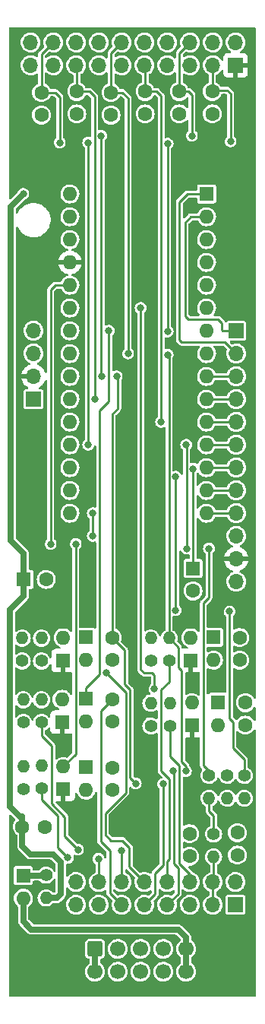
<source format=gtl>
%TF.GenerationSoftware,KiCad,Pcbnew,(6.0.1)*%
%TF.CreationDate,2022-11-01T09:39:24-04:00*%
%TF.ProjectId,ER-PROTO-02-MOZZI-DB,45522d50-524f-4544-9f2d-30322d4d4f5a,1*%
%TF.SameCoordinates,Original*%
%TF.FileFunction,Copper,L1,Top*%
%TF.FilePolarity,Positive*%
%FSLAX46Y46*%
G04 Gerber Fmt 4.6, Leading zero omitted, Abs format (unit mm)*
G04 Created by KiCad (PCBNEW (6.0.1)) date 2022-11-01 09:39:24*
%MOMM*%
%LPD*%
G01*
G04 APERTURE LIST*
G04 Aperture macros list*
%AMRoundRect*
0 Rectangle with rounded corners*
0 $1 Rounding radius*
0 $2 $3 $4 $5 $6 $7 $8 $9 X,Y pos of 4 corners*
0 Add a 4 corners polygon primitive as box body*
4,1,4,$2,$3,$4,$5,$6,$7,$8,$9,$2,$3,0*
0 Add four circle primitives for the rounded corners*
1,1,$1+$1,$2,$3*
1,1,$1+$1,$4,$5*
1,1,$1+$1,$6,$7*
1,1,$1+$1,$8,$9*
0 Add four rect primitives between the rounded corners*
20,1,$1+$1,$2,$3,$4,$5,0*
20,1,$1+$1,$4,$5,$6,$7,0*
20,1,$1+$1,$6,$7,$8,$9,0*
20,1,$1+$1,$8,$9,$2,$3,0*%
G04 Aperture macros list end*
%TA.AperFunction,ComponentPad*%
%ADD10R,1.600000X1.600000*%
%TD*%
%TA.AperFunction,ComponentPad*%
%ADD11O,1.600000X1.600000*%
%TD*%
%TA.AperFunction,ComponentPad*%
%ADD12C,1.600000*%
%TD*%
%TA.AperFunction,ComponentPad*%
%ADD13C,1.400000*%
%TD*%
%TA.AperFunction,ComponentPad*%
%ADD14O,1.400000X1.400000*%
%TD*%
%TA.AperFunction,ComponentPad*%
%ADD15R,1.700000X1.700000*%
%TD*%
%TA.AperFunction,ComponentPad*%
%ADD16O,1.700000X1.700000*%
%TD*%
%TA.AperFunction,ComponentPad*%
%ADD17RoundRect,0.250000X-0.600000X0.600000X-0.600000X-0.600000X0.600000X-0.600000X0.600000X0.600000X0*%
%TD*%
%TA.AperFunction,ComponentPad*%
%ADD18C,1.700000*%
%TD*%
%TA.AperFunction,ViaPad*%
%ADD19C,0.800000*%
%TD*%
%TA.AperFunction,Conductor*%
%ADD20C,0.254000*%
%TD*%
%TA.AperFunction,Conductor*%
%ADD21C,0.635000*%
%TD*%
%TA.AperFunction,Conductor*%
%ADD22C,0.250000*%
%TD*%
G04 APERTURE END LIST*
D10*
%TO.P,D2,1,K*%
%TO.N,+5V*%
X118999000Y-80800686D03*
D11*
%TO.P,D2,2,A*%
%TO.N,/J2-R_N*%
X118999000Y-78260686D03*
%TD*%
D10*
%TO.P,D6,1,K*%
%TO.N,+5V*%
X119126000Y-88039686D03*
D11*
%TO.P,D6,2,A*%
%TO.N,Net-(A1-Pad25)*%
X119126000Y-85499686D03*
%TD*%
D12*
%TO.P,C1,1*%
%TO.N,/J3-R_N*%
X121412000Y-17419000D03*
%TO.P,C1,2*%
%TO.N,GND*%
X121412000Y-19919000D03*
%TD*%
D13*
%TO.P,R2,1*%
%TO.N,/J2-T*%
X114554000Y-80849000D03*
D14*
%TO.P,R2,2*%
%TO.N,GND*%
X114554000Y-78309000D03*
%TD*%
D12*
%TO.P,C13,1*%
%TO.N,Net-(A1-Pad26)*%
X110236000Y-92729990D03*
%TO.P,C13,2*%
%TO.N,GND*%
X110236000Y-95229990D03*
%TD*%
%TO.P,C14,1*%
%TO.N,+12P*%
X100223000Y-99314000D03*
%TO.P,C14,2*%
%TO.N,GND*%
X102723000Y-99314000D03*
%TD*%
D13*
%TO.P,R10,1*%
%TO.N,/D10*%
X123063000Y-93599000D03*
D14*
%TO.P,R10,2*%
%TO.N,Net-(C16-Pad1)*%
X123063000Y-96139000D03*
%TD*%
D13*
%TO.P,R3,1*%
%TO.N,/J1-T*%
X102362000Y-80849000D03*
D14*
%TO.P,R3,2*%
%TO.N,/J1-R_N*%
X102362000Y-78309000D03*
%TD*%
D13*
%TO.P,R7,1*%
%TO.N,/J3-T*%
X102362000Y-87707000D03*
D14*
%TO.P,R7,2*%
%TO.N,/J3-R_N*%
X102362000Y-85167000D03*
%TD*%
D12*
%TO.P,C4,1*%
%TO.N,/J2-R_N*%
X110109000Y-17546000D03*
%TO.P,C4,2*%
%TO.N,GND*%
X110109000Y-20046000D03*
%TD*%
D13*
%TO.P,R15,1*%
%TO.N,Net-(D11-Pad1)*%
X102870000Y-104698013D03*
D14*
%TO.P,R15,2*%
%TO.N,+12P*%
X102870000Y-107238013D03*
%TD*%
D10*
%TO.P,D5,1,K*%
%TO.N,Net-(A1-Pad25)*%
X122047000Y-85442315D03*
D11*
%TO.P,D5,2,A*%
%TO.N,GND*%
X122047000Y-87982315D03*
%TD*%
D13*
%TO.P,R13,1*%
%TO.N,/J5-T*%
X100330000Y-95096000D03*
D14*
%TO.P,R13,2*%
%TO.N,GND*%
X100330000Y-92556000D03*
%TD*%
D12*
%TO.P,C3,1*%
%TO.N,/POT2-2*%
X113919000Y-17419000D03*
%TO.P,C3,2*%
%TO.N,GND*%
X113919000Y-19919000D03*
%TD*%
D10*
%TO.P,A1,1,D1/TX*%
%TO.N,/D1_TX*%
X120766992Y-28829000D03*
D11*
%TO.P,A1,2,D0/RX*%
%TO.N,/D0_RX*%
X120766992Y-31369000D03*
%TO.P,A1,3,~{RESET}*%
%TO.N,unconnected-(A1-Pad3)*%
X120766992Y-33909000D03*
%TO.P,A1,4,GND*%
%TO.N,GND*%
X120766992Y-36449000D03*
%TO.P,A1,5,D2*%
%TO.N,unconnected-(A1-Pad5)*%
X120766992Y-38989000D03*
%TO.P,A1,6,D3*%
%TO.N,unconnected-(A1-Pad6)*%
X120766992Y-41529000D03*
%TO.P,A1,7,D4*%
%TO.N,unconnected-(A1-Pad7)*%
X120766992Y-44069000D03*
%TO.P,A1,8,D5*%
%TO.N,unconnected-(A1-Pad8)*%
X120766992Y-46609000D03*
%TO.P,A1,9,D6*%
%TO.N,/D6*%
X120766992Y-49149000D03*
%TO.P,A1,10,D7*%
%TO.N,/D7*%
X120766992Y-51689000D03*
%TO.P,A1,11,D8*%
%TO.N,/D8*%
X120766992Y-54229000D03*
%TO.P,A1,12,D9*%
%TO.N,/D9*%
X120766992Y-56769000D03*
%TO.P,A1,13,D10*%
%TO.N,/D10*%
X120766992Y-59309000D03*
%TO.P,A1,14,D11*%
%TO.N,/D11*%
X120766992Y-61849000D03*
%TO.P,A1,15,D12*%
%TO.N,/D12*%
X120766992Y-64389000D03*
%TO.P,A1,16,D13*%
%TO.N,/D13*%
X105526992Y-64389000D03*
%TO.P,A1,17,3V3*%
%TO.N,unconnected-(A1-Pad17)*%
X105526992Y-61849000D03*
%TO.P,A1,18,AREF*%
%TO.N,Net-(A1-Pad18)*%
X105526992Y-59309000D03*
%TO.P,A1,19,A0*%
%TO.N,/POT1-2*%
X105526992Y-56769000D03*
%TO.P,A1,20,A1*%
%TO.N,/POT2-2*%
X105526992Y-54229000D03*
%TO.P,A1,21,A2*%
%TO.N,/POT3-2*%
X105526992Y-51689000D03*
%TO.P,A1,22,A3*%
%TO.N,/J1-R_N*%
X105526992Y-49149000D03*
%TO.P,A1,23,A4*%
%TO.N,/J2-R_N*%
X105526992Y-46609000D03*
%TO.P,A1,24,A5*%
%TO.N,/J3-R_N*%
X105526992Y-44069000D03*
%TO.P,A1,25,A6*%
%TO.N,Net-(A1-Pad25)*%
X105526992Y-41529000D03*
%TO.P,A1,26,A7*%
%TO.N,Net-(A1-Pad26)*%
X105526992Y-38989000D03*
%TO.P,A1,27,+5V*%
%TO.N,+5V*%
X105526992Y-36449000D03*
%TO.P,A1,28,~{RESET}*%
%TO.N,unconnected-(A1-Pad28)*%
X105526992Y-33909000D03*
%TO.P,A1,29,GND*%
%TO.N,GND*%
X105526992Y-31369000D03*
%TO.P,A1,30,VIN*%
%TO.N,+12P*%
X105526992Y-28829000D03*
%TD*%
D13*
%TO.P,R4,1*%
%TO.N,/J1-T*%
X100203000Y-80849000D03*
D14*
%TO.P,R4,2*%
%TO.N,GND*%
X100203000Y-78309000D03*
%TD*%
D10*
%TO.P,D9,1,K*%
%TO.N,Net-(A1-Pad26)*%
X107315000Y-92681315D03*
D11*
%TO.P,D9,2,A*%
%TO.N,GND*%
X107315000Y-95221315D03*
%TD*%
D13*
%TO.P,R14,1*%
%TO.N,Net-(C16-Pad1)*%
X121539000Y-100126000D03*
D14*
%TO.P,R14,2*%
%TO.N,/J6-R_N*%
X121539000Y-102666000D03*
%TD*%
D12*
%TO.P,C15,1*%
%TO.N,/J6-R_N*%
X124206000Y-102469010D03*
%TO.P,C15,2*%
%TO.N,GND*%
X124206000Y-99969010D03*
%TD*%
%TO.P,C10,1*%
%TO.N,/J1-R_N*%
X110236000Y-78252000D03*
%TO.P,C10,2*%
%TO.N,GND*%
X110236000Y-80752000D03*
%TD*%
D10*
%TO.P,D7,1,K*%
%TO.N,/J3-R_N*%
X107315000Y-85061315D03*
D11*
%TO.P,D7,2,A*%
%TO.N,GND*%
X107315000Y-87601315D03*
%TD*%
D13*
%TO.P,R6,1*%
%TO.N,/J4-T*%
X114554000Y-88088000D03*
D14*
%TO.P,R6,2*%
%TO.N,GND*%
X114554000Y-85548000D03*
%TD*%
D15*
%TO.P,J1,1,Pin_1*%
%TO.N,GND*%
X101473000Y-51689000D03*
D16*
%TO.P,J1,2,Pin_2*%
%TO.N,+5V*%
X101473000Y-49149000D03*
%TO.P,J1,3,Pin_3*%
%TO.N,/J2-R_N*%
X101473000Y-46609000D03*
%TO.P,J1,4,Pin_4*%
%TO.N,/J3-R_N*%
X101473000Y-44069000D03*
%TD*%
D12*
%TO.P,C11,1*%
%TO.N,Net-(A1-Pad25)*%
X125095000Y-85491000D03*
%TO.P,C11,2*%
%TO.N,GND*%
X125095000Y-87991000D03*
%TD*%
D13*
%TO.P,R12,1*%
%TO.N,/J5-T*%
X102362000Y-95073000D03*
D14*
%TO.P,R12,2*%
%TO.N,Net-(A1-Pad26)*%
X102362000Y-92533000D03*
%TD*%
D10*
%TO.P,D1,1,K*%
%TO.N,/J2-R_N*%
X121539000Y-78203315D03*
D11*
%TO.P,D1,2,A*%
%TO.N,GND*%
X121539000Y-80743315D03*
%TD*%
D12*
%TO.P,C12,1*%
%TO.N,/J3-R_N*%
X110236000Y-85110000D03*
%TO.P,C12,2*%
%TO.N,GND*%
X110236000Y-87610000D03*
%TD*%
D10*
%TO.P,C7,1*%
%TO.N,Net-(A1-Pad18)*%
X119253000Y-70549888D03*
D12*
%TO.P,C7,2*%
%TO.N,GND*%
X119253000Y-73049888D03*
%TD*%
D13*
%TO.P,R8,1*%
%TO.N,/J3-T*%
X100330000Y-87707000D03*
D14*
%TO.P,R8,2*%
%TO.N,GND*%
X100330000Y-85167000D03*
%TD*%
D17*
%TO.P,J9,1,Pin_1*%
%TO.N,-12V*%
X108331000Y-112912500D03*
D18*
%TO.P,J9,2,Pin_2*%
X108331000Y-115452500D03*
%TO.P,J9,3,Pin_3*%
%TO.N,GND*%
X110871000Y-112912500D03*
%TO.P,J9,4,Pin_4*%
X110871000Y-115452500D03*
%TO.P,J9,5,Pin_5*%
X113411000Y-112912500D03*
%TO.P,J9,6,Pin_6*%
X113411000Y-115452500D03*
%TO.P,J9,7,Pin_7*%
X115951000Y-112912500D03*
%TO.P,J9,8,Pin_8*%
X115951000Y-115452500D03*
%TO.P,J9,9,Pin_9*%
%TO.N,+12V*%
X118491000Y-112912500D03*
%TO.P,J9,10,Pin_10*%
X118491000Y-115452500D03*
%TD*%
D10*
%TO.P,D11,1,K*%
%TO.N,Net-(D11-Pad1)*%
X100330000Y-104746315D03*
D11*
%TO.P,D11,2,A*%
%TO.N,+12V*%
X100330000Y-107286315D03*
%TD*%
D10*
%TO.P,D10,1,K*%
%TO.N,+5V*%
X104775000Y-95151686D03*
D11*
%TO.P,D10,2,A*%
%TO.N,Net-(A1-Pad26)*%
X104775000Y-92611686D03*
%TD*%
D12*
%TO.P,C16,1*%
%TO.N,Net-(C16-Pad1)*%
X118872000Y-100096000D03*
%TO.P,C16,2*%
%TO.N,GND*%
X118872000Y-102596000D03*
%TD*%
%TO.P,C2,1*%
%TO.N,/J1-R_N*%
X117729000Y-17419000D03*
%TO.P,C2,2*%
%TO.N,GND*%
X117729000Y-19919000D03*
%TD*%
D15*
%TO.P,J10,1,Pin_1*%
%TO.N,/D0_RX*%
X124079000Y-44069000D03*
D16*
%TO.P,J10,2,Pin_2*%
%TO.N,/D1_TX*%
X124079000Y-46609000D03*
%TO.P,J10,3,Pin_3*%
%TO.N,/D6*%
X124079000Y-49149000D03*
%TO.P,J10,4,Pin_4*%
%TO.N,/D7*%
X124079000Y-51689000D03*
%TO.P,J10,5,Pin_5*%
%TO.N,/D8*%
X124079000Y-54229000D03*
%TO.P,J10,6,Pin_6*%
%TO.N,/D9*%
X124079000Y-56769000D03*
%TO.P,J10,7,Pin_7*%
%TO.N,/D10*%
X124079000Y-59309000D03*
%TO.P,J10,8,Pin_8*%
%TO.N,/D11*%
X124079000Y-61849000D03*
%TO.P,J10,9,Pin_9*%
%TO.N,/D12*%
X124079000Y-64389000D03*
%TO.P,J10,10,Pin_10*%
%TO.N,/D13*%
X124079000Y-66929000D03*
%TO.P,J10,11,Pin_11*%
%TO.N,+5V*%
X124079000Y-69469000D03*
%TO.P,J10,12,Pin_12*%
%TO.N,GND*%
X124079000Y-72009000D03*
%TD*%
D12*
%TO.P,C6,1*%
%TO.N,/POT1-2*%
X102362000Y-17546000D03*
%TO.P,C6,2*%
%TO.N,GND*%
X102362000Y-20046000D03*
%TD*%
%TO.P,C5,1*%
%TO.N,/POT3-2*%
X106299000Y-17419000D03*
%TO.P,C5,2*%
%TO.N,GND*%
X106299000Y-19919000D03*
%TD*%
D10*
%TO.P,C8,1*%
%TO.N,+12P*%
X100394888Y-71755000D03*
D12*
%TO.P,C8,2*%
%TO.N,GND*%
X102894888Y-71755000D03*
%TD*%
D13*
%TO.P,R5,1*%
%TO.N,/J4-T*%
X116713000Y-88088000D03*
D14*
%TO.P,R5,2*%
%TO.N,Net-(A1-Pad25)*%
X116713000Y-85548000D03*
%TD*%
D10*
%TO.P,D4,1,K*%
%TO.N,+5V*%
X104775000Y-80800686D03*
D11*
%TO.P,D4,2,A*%
%TO.N,/J1-R_N*%
X104775000Y-78260686D03*
%TD*%
D10*
%TO.P,D8,1,K*%
%TO.N,+5V*%
X104648000Y-87658686D03*
D11*
%TO.P,D8,2,A*%
%TO.N,/J3-R_N*%
X104648000Y-85118686D03*
%TD*%
D15*
%TO.P,J8,1,Pin_1*%
%TO.N,+5V*%
X124000006Y-14499999D03*
D16*
%TO.P,J8,2,Pin_2*%
%TO.N,/POT6-1*%
X124000006Y-11959999D03*
%TO.P,J8,3,Pin_3*%
%TO.N,/J3-R_N*%
X121460006Y-14499999D03*
%TO.P,J8,4,Pin_4*%
%TO.N,/POT6-3*%
X121460006Y-11959999D03*
%TO.P,J8,5,Pin_5*%
%TO.N,/POT4-1*%
X118920006Y-14499999D03*
%TO.P,J8,6,Pin_6*%
%TO.N,/J1-R_N*%
X118920006Y-11959999D03*
%TO.P,J8,7,Pin_7*%
%TO.N,/POT4-3*%
X116380006Y-14499999D03*
%TO.P,J8,8,Pin_8*%
%TO.N,/POT2-1*%
X116380006Y-11959999D03*
%TO.P,J8,9,Pin_9*%
%TO.N,/POT2-2*%
X113840006Y-14499999D03*
%TO.P,J8,10,Pin_10*%
%TO.N,/POT2-3*%
X113840006Y-11959999D03*
%TO.P,J8,11,Pin_11*%
%TO.N,/POT5-1*%
X111300006Y-14499999D03*
%TO.P,J8,12,Pin_12*%
%TO.N,/J2-R_N*%
X111300006Y-11959999D03*
%TO.P,J8,13,Pin_13*%
%TO.N,/POT5-3*%
X108760006Y-14499999D03*
%TO.P,J8,14,Pin_14*%
%TO.N,/POT3-1*%
X108760006Y-11959999D03*
%TO.P,J8,15,Pin_15*%
%TO.N,/POT3-2*%
X106220006Y-14499999D03*
%TO.P,J8,16,Pin_16*%
%TO.N,/POT3-3*%
X106220006Y-11959999D03*
%TO.P,J8,17,Pin_17*%
%TO.N,/POT1-1*%
X103680006Y-14499999D03*
%TO.P,J8,18,Pin_18*%
%TO.N,/POT1-2*%
X103680006Y-11959999D03*
%TO.P,J8,19,Pin_19*%
%TO.N,/POT1-3*%
X101140006Y-14499999D03*
%TO.P,J8,20,Pin_20*%
%TO.N,GND*%
X101140006Y-11959999D03*
%TD*%
D15*
%TO.P,J7,1,Pin_1*%
%TO.N,GND*%
X124000006Y-108000013D03*
D16*
%TO.P,J7,2,Pin_2*%
X124000006Y-105460013D03*
%TO.P,J7,3,Pin_3*%
%TO.N,/J6-R_N*%
X121460006Y-108000013D03*
%TO.P,J7,4,Pin_4*%
X121460006Y-105460013D03*
%TO.P,J7,5,Pin_5*%
%TO.N,/J4-R_N*%
X118920006Y-108000013D03*
%TO.P,J7,6,Pin_6*%
%TO.N,/J4-T*%
X118920006Y-105460013D03*
%TO.P,J7,7,Pin_7*%
%TO.N,/J2-R_N*%
X116380006Y-108000013D03*
%TO.P,J7,8,Pin_8*%
%TO.N,/J2-T*%
X116380006Y-105460013D03*
%TO.P,J7,9,Pin_9*%
%TO.N,/J1-R_N*%
X113840006Y-108000013D03*
%TO.P,J7,10,Pin_10*%
%TO.N,/J1-T*%
X113840006Y-105460013D03*
%TO.P,J7,11,Pin_11*%
%TO.N,/J3-R_N*%
X111300006Y-108000013D03*
%TO.P,J7,12,Pin_12*%
%TO.N,/J3-T*%
X111300006Y-105460013D03*
%TO.P,J7,13,Pin_13*%
%TO.N,/J5-R_N*%
X108760006Y-108000013D03*
%TO.P,J7,14,Pin_14*%
%TO.N,/J5-T*%
X108760006Y-105460013D03*
%TO.P,J7,15,Pin_15*%
%TO.N,GND*%
X106220006Y-108000013D03*
%TO.P,J7,16,Pin_16*%
X106220006Y-105460013D03*
%TD*%
D10*
%TO.P,D3,1,K*%
%TO.N,/J1-R_N*%
X107315000Y-78203315D03*
D11*
%TO.P,D3,2,A*%
%TO.N,GND*%
X107315000Y-80743315D03*
%TD*%
D13*
%TO.P,R1,1*%
%TO.N,/J2-T*%
X116586000Y-80849000D03*
D14*
%TO.P,R1,2*%
%TO.N,/J2-R_N*%
X116586000Y-78309000D03*
%TD*%
D13*
%TO.P,R9,1*%
%TO.N,/D10*%
X124968000Y-93599000D03*
D14*
%TO.P,R9,2*%
%TO.N,Net-(C16-Pad1)*%
X124968000Y-96139000D03*
%TD*%
D12*
%TO.P,C9,1*%
%TO.N,/J2-R_N*%
X124460000Y-78252000D03*
%TO.P,C9,2*%
%TO.N,GND*%
X124460000Y-80752000D03*
%TD*%
D13*
%TO.P,R11,1*%
%TO.N,/D9*%
X121031000Y-93599000D03*
D14*
%TO.P,R11,2*%
%TO.N,Net-(C16-Pad1)*%
X121031000Y-96139000D03*
%TD*%
D19*
%TO.N,/POT2-2*%
X115697000Y-54229000D03*
%TO.N,/POT3-2*%
X108295500Y-51689000D03*
%TO.N,/POT1-2*%
X107569000Y-56769000D03*
X104394000Y-23114000D03*
X107569000Y-23114000D03*
%TO.N,/J1-T*%
X109601000Y-82169000D03*
%TO.N,/J3-T*%
X111252000Y-101981000D03*
X106426000Y-101854000D03*
%TO.N,/J1-R_N*%
X112867500Y-94488000D03*
X115913980Y-94562575D03*
X110744000Y-49149000D03*
X109022011Y-22352000D03*
X109093000Y-49149000D03*
X119126000Y-22352000D03*
%TO.N,/J2-R_N*%
X112014000Y-46609000D03*
X118455500Y-93105802D03*
X116423500Y-46736000D03*
X117002500Y-93105802D03*
%TO.N,/J3-R_N*%
X109855000Y-44069000D03*
X123444000Y-22987000D03*
X116423500Y-44160500D03*
X116423500Y-23241000D03*
%TO.N,/J5-T*%
X105307322Y-102779207D03*
X108712000Y-102870000D03*
%TO.N,+5V*%
X113532286Y-82936714D03*
X113321020Y-90551000D03*
X111506000Y-97917000D03*
%TO.N,+12P*%
X100330000Y-28829000D03*
%TO.N,Net-(A1-Pad25)*%
X113411000Y-41529000D03*
X114959989Y-83947000D03*
%TO.N,Net-(A1-Pad26)*%
X103378000Y-67818000D03*
X106172000Y-67818000D03*
%TO.N,Net-(A1-Pad18)*%
X119253000Y-59436000D03*
%TO.N,/D13*%
X108077000Y-64389000D03*
X108077000Y-66929000D03*
%TO.N,/D10*%
X123333489Y-75327489D03*
X117312500Y-75184000D03*
X117312500Y-60325000D03*
%TO.N,/D9*%
X118491000Y-56769000D03*
X121031000Y-68326000D03*
X118526500Y-68326000D03*
%TD*%
D20*
%TO.N,/J3-T*%
X104968687Y-100396687D02*
X104968687Y-98231313D01*
X104968687Y-98231313D02*
X103505000Y-96767626D01*
X106426000Y-101854000D02*
X104968687Y-100396687D01*
%TO.N,/J5-T*%
X104140000Y-101611885D02*
X104140000Y-98044000D01*
X104140000Y-98044000D02*
X102362000Y-96266000D01*
X105307322Y-102779207D02*
X104140000Y-101611885D01*
%TO.N,/POT2-2*%
X115697000Y-17907000D02*
X115697000Y-54229000D01*
X115209000Y-17419000D02*
X115697000Y-17907000D01*
X113919000Y-17419000D02*
X113919000Y-14578993D01*
X113919000Y-17419000D02*
X115209000Y-17419000D01*
%TO.N,/POT3-2*%
X107716000Y-17419000D02*
X108295511Y-17998511D01*
X106299000Y-17419000D02*
X107716000Y-17419000D01*
X108295511Y-17998511D02*
X108295511Y-51688989D01*
X108295511Y-51688989D02*
X108295500Y-51689000D01*
X106299000Y-17419000D02*
X106299000Y-14578993D01*
%TO.N,/POT1-2*%
X102362000Y-17546000D02*
X102362000Y-13278005D01*
X103906000Y-17546000D02*
X104394000Y-18034000D01*
X102362000Y-17546000D02*
X103906000Y-17546000D01*
X104394000Y-18034000D02*
X104394000Y-23114000D01*
X102362000Y-13278005D02*
X103680006Y-11959999D01*
X107569000Y-23114000D02*
X107569000Y-56769000D01*
%TO.N,/J1-T*%
X112141000Y-101600000D02*
X111379000Y-100838000D01*
X113840006Y-105460013D02*
X112141000Y-103761007D01*
X110109000Y-100838000D02*
X109474000Y-100203000D01*
X111379000Y-100838000D02*
X110109000Y-100838000D01*
X109474000Y-100203000D02*
X109474000Y-97790000D01*
X109474000Y-97790000D02*
X111760000Y-95504000D01*
X112141000Y-103761007D02*
X112141000Y-101600000D01*
X111760000Y-95504000D02*
X111760000Y-84328000D01*
X111760000Y-84328000D02*
X109601000Y-82169000D01*
%TO.N,/J2-T*%
X116380006Y-103202994D02*
X116640480Y-102942520D01*
X115686489Y-93080489D02*
X115686489Y-84063489D01*
X116640480Y-102942520D02*
X116640480Y-94034480D01*
X116640480Y-94034480D02*
X115686489Y-93080489D01*
X116586000Y-80849000D02*
X116586000Y-83185000D01*
X116380006Y-105460013D02*
X116380006Y-103202994D01*
X116586000Y-83185000D02*
X115707511Y-84063489D01*
X115707511Y-84063489D02*
X115686489Y-84063489D01*
%TO.N,/J3-T*%
X111300006Y-102029006D02*
X111252000Y-101981000D01*
X111300006Y-105460013D02*
X111300006Y-102029006D01*
X103505000Y-96767626D02*
X103505000Y-90297000D01*
X102362000Y-89154000D02*
X102362000Y-87707000D01*
X103505000Y-90297000D02*
X102362000Y-89154000D01*
%TO.N,/J4-T*%
X118920006Y-105460013D02*
X118920006Y-104569006D01*
X118920006Y-104569006D02*
X117729000Y-103378000D01*
X117729000Y-92456000D02*
X117729000Y-103378000D01*
X116713000Y-88088000D02*
X116713000Y-91440000D01*
X116713000Y-91440000D02*
X117729000Y-92456000D01*
%TO.N,/J1-R_N*%
X110236000Y-53340000D02*
X110871000Y-52705000D01*
X113840006Y-108000013D02*
X115016517Y-106823502D01*
X112213520Y-84019520D02*
X111623000Y-83429000D01*
X110871000Y-52705000D02*
X110871000Y-49276000D01*
X119126000Y-17780000D02*
X119126000Y-22352000D01*
X117729000Y-17419000D02*
X118765000Y-17419000D01*
X111623000Y-79639000D02*
X110236000Y-78252000D01*
X115016517Y-106823502D02*
X115016517Y-104475517D01*
X110871000Y-49276000D02*
X110744000Y-49149000D01*
X112213520Y-93834020D02*
X112213520Y-84019520D01*
X110236000Y-78252000D02*
X110236000Y-53340000D01*
X115913980Y-103578054D02*
X115016517Y-104475517D01*
X112867500Y-94488000D02*
X112213520Y-93834020D01*
X109022011Y-22352000D02*
X109022011Y-49078011D01*
X109022011Y-49078011D02*
X109093000Y-49149000D01*
X118765000Y-17419000D02*
X119126000Y-17780000D01*
X115913980Y-94562575D02*
X115913980Y-103578054D01*
X117729000Y-13151005D02*
X118920006Y-11959999D01*
X111623000Y-83429000D02*
X111623000Y-79639000D01*
X117729000Y-17419000D02*
X117729000Y-13151005D01*
%TO.N,/J2-R_N*%
X116380006Y-108000013D02*
X117602000Y-106778019D01*
X112014000Y-18161000D02*
X112014000Y-46609000D01*
X117602000Y-106778019D02*
X117602000Y-103892374D01*
X116550500Y-46609000D02*
X116423500Y-46736000D01*
X117983000Y-81915000D02*
X117612511Y-81544511D01*
X117612511Y-79335511D02*
X116586000Y-78309000D01*
X117612511Y-81544511D02*
X117612511Y-79335511D01*
X116586000Y-78309000D02*
X116586000Y-46609000D01*
X117094000Y-103384374D02*
X117094000Y-93197302D01*
X118455500Y-93105802D02*
X118455500Y-92541126D01*
X111399000Y-17546000D02*
X112014000Y-18161000D01*
X117983000Y-92068626D02*
X117983000Y-81915000D01*
X110109000Y-17546000D02*
X110109000Y-13151005D01*
X117094000Y-93197302D02*
X117002500Y-93105802D01*
X110109000Y-17546000D02*
X111399000Y-17546000D01*
X118455500Y-92541126D02*
X117983000Y-92068626D01*
X110109000Y-13151005D02*
X111300006Y-11959999D01*
X117602000Y-103892374D02*
X117094000Y-103384374D01*
X116586000Y-46609000D02*
X116550500Y-46609000D01*
%TO.N,/J3-R_N*%
X108966000Y-100965000D02*
X109982000Y-101981000D01*
X107315000Y-83820000D02*
X108839000Y-82296000D01*
X122956000Y-17292000D02*
X123083000Y-17292000D01*
X116423500Y-23241000D02*
X116423500Y-44160500D01*
X123083000Y-17292000D02*
X123444000Y-17653000D01*
X108839000Y-52959000D02*
X109855000Y-51943000D01*
X109982000Y-106682007D02*
X111300006Y-108000013D01*
X109982000Y-101981000D02*
X109982000Y-106682007D01*
X110236000Y-85110000D02*
X108966000Y-86380000D01*
X108839000Y-82296000D02*
X108839000Y-52959000D01*
X108966000Y-86380000D02*
X108966000Y-100965000D01*
X121412000Y-17292000D02*
X121412000Y-14548005D01*
X107315000Y-85061315D02*
X107315000Y-83820000D01*
X121412000Y-17292000D02*
X122956000Y-17292000D01*
X123444000Y-17653000D02*
X123444000Y-22987000D01*
X109855000Y-51943000D02*
X109855000Y-44069000D01*
%TO.N,/J6-R_N*%
X121559000Y-102489000D02*
X121559000Y-105361000D01*
X121460000Y-105460000D02*
X121460000Y-108000000D01*
%TO.N,/J5-T*%
X102362000Y-96266000D02*
X102362000Y-95073000D01*
X108760006Y-105460013D02*
X108760006Y-102918006D01*
X108760006Y-102918006D02*
X108712000Y-102870000D01*
D21*
%TO.N,+12V*%
X117602000Y-110744000D02*
X101219000Y-110744000D01*
X118491000Y-111633000D02*
X117602000Y-110744000D01*
X118491000Y-112912500D02*
X118491000Y-111633000D01*
X101219000Y-110744000D02*
X100330000Y-109855000D01*
X100330000Y-109855000D02*
X100330000Y-107286315D01*
X118491000Y-112912500D02*
X118491000Y-115452500D01*
D20*
%TO.N,+5V*%
X104775000Y-80800686D02*
X104775000Y-82895500D01*
D21*
%TO.N,-12V*%
X108331000Y-112912500D02*
X108331000Y-115452500D01*
%TO.N,+12P*%
X103632000Y-102362000D02*
X101092000Y-102362000D01*
X99957480Y-98179480D02*
X98817520Y-97039520D01*
X98817520Y-97039520D02*
X98817520Y-75172480D01*
X104521000Y-106807000D02*
X104521000Y-103251000D01*
X104521000Y-103251000D02*
X103632000Y-102362000D01*
X101092000Y-102362000D02*
X100223000Y-101493000D01*
X98817520Y-75172480D02*
X100394888Y-73595112D01*
X100394888Y-71755000D02*
X100394888Y-73595112D01*
X104090000Y-107238000D02*
X104521000Y-106807000D01*
X98933000Y-30226000D02*
X98933000Y-67437000D01*
X98933000Y-67437000D02*
X100394888Y-68898888D01*
X100394888Y-68898888D02*
X100394888Y-71755000D01*
X100223000Y-99314000D02*
X100223000Y-98179480D01*
X100223000Y-98179480D02*
X99957480Y-98179480D01*
X100330000Y-28829000D02*
X98933000Y-30226000D01*
X100223000Y-101493000D02*
X100223000Y-99314000D01*
X102870000Y-107238000D02*
X104090000Y-107238000D01*
D20*
%TO.N,Net-(A1-Pad25)*%
X114959989Y-83947000D02*
X114959989Y-82447989D01*
X114959989Y-82447989D02*
X114681000Y-82169000D01*
X114681000Y-82169000D02*
X113792000Y-82169000D01*
X113411000Y-81788000D02*
X113792000Y-82169000D01*
X113411000Y-41529000D02*
X113411000Y-81788000D01*
%TO.N,Net-(A1-Pad26)*%
X103378000Y-67818000D02*
X103378000Y-39497000D01*
X103378000Y-39497000D02*
X103886000Y-38989000D01*
X104775000Y-92611686D02*
X106172000Y-91214686D01*
X103886000Y-38989000D02*
X105526992Y-38989000D01*
X106172000Y-91214686D02*
X106172000Y-67818000D01*
%TO.N,Net-(A1-Pad18)*%
X119253000Y-70549888D02*
X119253000Y-59436000D01*
D22*
%TO.N,/D13*%
X108077000Y-66929000D02*
X108077000Y-64389000D01*
%TO.N,/D12*%
X120767000Y-64389000D02*
X124079000Y-64389000D01*
%TO.N,/D11*%
X120767000Y-61849000D02*
X124079000Y-61849000D01*
D20*
%TO.N,/D10*%
X120766992Y-59309000D02*
X124079000Y-59309000D01*
X123698000Y-90551000D02*
X123698000Y-87630000D01*
X123333489Y-87265489D02*
X123333489Y-75327489D01*
X124968000Y-91821000D02*
X123698000Y-90551000D01*
X123698000Y-87630000D02*
X123333489Y-87265489D01*
X117312500Y-75184000D02*
X117312500Y-60325000D01*
X124968000Y-93599000D02*
X124968000Y-91821000D01*
%TO.N,/D9*%
X118526500Y-68326000D02*
X118526500Y-56804500D01*
X120412489Y-74405511D02*
X121031000Y-73787000D01*
X120766992Y-56769000D02*
X124079000Y-56769000D01*
X120412489Y-92472489D02*
X121539000Y-93599000D01*
X120412489Y-92472489D02*
X120412489Y-74405511D01*
X121031000Y-68707000D02*
X121031000Y-68326000D01*
X118526500Y-56804500D02*
X118491000Y-56769000D01*
X121031000Y-73787000D02*
X121031000Y-68707000D01*
D22*
%TO.N,/D8*%
X120767000Y-54229000D02*
X124079000Y-54229000D01*
%TO.N,/D7*%
X120767000Y-51689000D02*
X124079000Y-51689000D01*
%TO.N,/D6*%
X120767000Y-49149000D02*
X124079000Y-49149000D01*
%TO.N,/D0_RX*%
X122047000Y-42799000D02*
X122428000Y-43180000D01*
X118745000Y-42799000D02*
X122047000Y-42799000D01*
X122555000Y-44069000D02*
X124079000Y-44069000D01*
X118999000Y-31369000D02*
X118364000Y-32004000D01*
X118364000Y-42418000D02*
X118745000Y-42799000D01*
X120767000Y-31369000D02*
X118999000Y-31369000D01*
X122428000Y-43180000D02*
X122428000Y-43942000D01*
X122428000Y-43942000D02*
X122555000Y-44069000D01*
X118364000Y-32004000D02*
X118364000Y-42418000D01*
%TO.N,/D1_TX*%
X117729000Y-29718000D02*
X118618000Y-28829000D01*
X117729000Y-45085000D02*
X117729000Y-29718000D01*
X118618000Y-28829000D02*
X120767000Y-28829000D01*
X124079000Y-46609000D02*
X122809000Y-45339000D01*
X117983000Y-45339000D02*
X117729000Y-45085000D01*
X122809000Y-45339000D02*
X117983000Y-45339000D01*
D20*
%TO.N,Net-(C16-Pad1)*%
X121031000Y-96139000D02*
X121031000Y-97536000D01*
X121031000Y-97536000D02*
X121539000Y-98044000D01*
X121539000Y-100126000D02*
X121539000Y-98044000D01*
D21*
%TO.N,Net-(D11-Pad1)*%
X100330000Y-104746315D02*
X102821685Y-104746315D01*
%TD*%
%TA.AperFunction,Conductor*%
%TO.N,+5V*%
G36*
X119322121Y-87805688D02*
G01*
X119368614Y-87859344D01*
X119380000Y-87911686D01*
X119380000Y-89329570D01*
X119384475Y-89344809D01*
X119385865Y-89346014D01*
X119393548Y-89347685D01*
X119904989Y-89347685D01*
X119973110Y-89367687D01*
X120019603Y-89421343D01*
X120030989Y-89473685D01*
X120030989Y-92418354D01*
X120028403Y-92442653D01*
X120028335Y-92444091D01*
X120026144Y-92454269D01*
X120027368Y-92464609D01*
X120030116Y-92487831D01*
X120030468Y-92493809D01*
X120030561Y-92493801D01*
X120030989Y-92498979D01*
X120030989Y-92504181D01*
X120033590Y-92519804D01*
X120034175Y-92523321D01*
X120035012Y-92529200D01*
X120038305Y-92557021D01*
X120041071Y-92580396D01*
X120045056Y-92588695D01*
X120046567Y-92597772D01*
X120071047Y-92643140D01*
X120073728Y-92648403D01*
X120092616Y-92687739D01*
X120092619Y-92687743D01*
X120096049Y-92694887D01*
X120099659Y-92699181D01*
X120101591Y-92701113D01*
X120103378Y-92703062D01*
X120103407Y-92703115D01*
X120103277Y-92703234D01*
X120103778Y-92703802D01*
X120106877Y-92709546D01*
X120114522Y-92716613D01*
X120146697Y-92746355D01*
X120150263Y-92749785D01*
X120257436Y-92856958D01*
X120291462Y-92919270D01*
X120286397Y-92990085D01*
X120264864Y-93027042D01*
X120243581Y-93052407D01*
X120243578Y-93052412D01*
X120239619Y-93057130D01*
X120236655Y-93062522D01*
X120236652Y-93062526D01*
X120186719Y-93153355D01*
X120149441Y-93221163D01*
X120147580Y-93227030D01*
X120147579Y-93227032D01*
X120098162Y-93382814D01*
X120092841Y-93399588D01*
X120071975Y-93585609D01*
X120074934Y-93620848D01*
X120084589Y-93735814D01*
X120087639Y-93772139D01*
X120089338Y-93778064D01*
X120137097Y-93944618D01*
X120139235Y-93952075D01*
X120142050Y-93957552D01*
X120142051Y-93957555D01*
X120221978Y-94113077D01*
X120224797Y-94118562D01*
X120228620Y-94123386D01*
X120228623Y-94123390D01*
X120326942Y-94247437D01*
X120341068Y-94265259D01*
X120345762Y-94269254D01*
X120409655Y-94323631D01*
X120483618Y-94386579D01*
X120488996Y-94389585D01*
X120488998Y-94389586D01*
X120565318Y-94432239D01*
X120647018Y-94477900D01*
X120825043Y-94535744D01*
X121010914Y-94557908D01*
X121017049Y-94557436D01*
X121017051Y-94557436D01*
X121191408Y-94544020D01*
X121191413Y-94544019D01*
X121197549Y-94543547D01*
X121203479Y-94541891D01*
X121203481Y-94541891D01*
X121371913Y-94494864D01*
X121371912Y-94494864D01*
X121377841Y-94493209D01*
X121396286Y-94483892D01*
X121510006Y-94426447D01*
X121544921Y-94408810D01*
X121565896Y-94392423D01*
X121687571Y-94297360D01*
X121687572Y-94297360D01*
X121692427Y-94293566D01*
X121788536Y-94182222D01*
X121810709Y-94156535D01*
X121810710Y-94156533D01*
X121814738Y-94151867D01*
X121907198Y-93989108D01*
X121926224Y-93931915D01*
X121966704Y-93873592D01*
X122032292Y-93846412D01*
X122102162Y-93859006D01*
X122154132Y-93907376D01*
X122166899Y-93936956D01*
X122169534Y-93946146D01*
X122169536Y-93946151D01*
X122171235Y-93952075D01*
X122174050Y-93957552D01*
X122174051Y-93957555D01*
X122253978Y-94113077D01*
X122256797Y-94118562D01*
X122260620Y-94123386D01*
X122260623Y-94123390D01*
X122358942Y-94247437D01*
X122373068Y-94265259D01*
X122377762Y-94269254D01*
X122441655Y-94323631D01*
X122515618Y-94386579D01*
X122520996Y-94389585D01*
X122520998Y-94389586D01*
X122597318Y-94432239D01*
X122679018Y-94477900D01*
X122857043Y-94535744D01*
X123042914Y-94557908D01*
X123049049Y-94557436D01*
X123049051Y-94557436D01*
X123223408Y-94544020D01*
X123223413Y-94544019D01*
X123229549Y-94543547D01*
X123235479Y-94541891D01*
X123235481Y-94541891D01*
X123403913Y-94494864D01*
X123403912Y-94494864D01*
X123409841Y-94493209D01*
X123428286Y-94483892D01*
X123542006Y-94426447D01*
X123576921Y-94408810D01*
X123597896Y-94392423D01*
X123719571Y-94297360D01*
X123719572Y-94297360D01*
X123724427Y-94293566D01*
X123820536Y-94182222D01*
X123842709Y-94156535D01*
X123842710Y-94156533D01*
X123846738Y-94151867D01*
X123906034Y-94047487D01*
X123957072Y-93998138D01*
X124026690Y-93984215D01*
X124092783Y-94010141D01*
X124127655Y-94052131D01*
X124158977Y-94113077D01*
X124158982Y-94113085D01*
X124161797Y-94118562D01*
X124165620Y-94123386D01*
X124165623Y-94123390D01*
X124263942Y-94247437D01*
X124278068Y-94265259D01*
X124282762Y-94269254D01*
X124346655Y-94323631D01*
X124420618Y-94386579D01*
X124425996Y-94389585D01*
X124425998Y-94389586D01*
X124502318Y-94432239D01*
X124584018Y-94477900D01*
X124762043Y-94535744D01*
X124947914Y-94557908D01*
X124954049Y-94557436D01*
X124954051Y-94557436D01*
X125128408Y-94544020D01*
X125128413Y-94544019D01*
X125134549Y-94543547D01*
X125140479Y-94541891D01*
X125140481Y-94541891D01*
X125308913Y-94494864D01*
X125308912Y-94494864D01*
X125314841Y-94493209D01*
X125333286Y-94483892D01*
X125447006Y-94426447D01*
X125481921Y-94408810D01*
X125502896Y-94392423D01*
X125624571Y-94297360D01*
X125624572Y-94297360D01*
X125629427Y-94293566D01*
X125725536Y-94182222D01*
X125747709Y-94156535D01*
X125747710Y-94156533D01*
X125751738Y-94151867D01*
X125844198Y-93989108D01*
X125903283Y-93811491D01*
X125926744Y-93625780D01*
X125927118Y-93599000D01*
X125908852Y-93412706D01*
X125854749Y-93233509D01*
X125851304Y-93227030D01*
X125769764Y-93073674D01*
X125769761Y-93073670D01*
X125766870Y-93068232D01*
X125762980Y-93063462D01*
X125762977Y-93063458D01*
X125652457Y-92927948D01*
X125652454Y-92927945D01*
X125648562Y-92923173D01*
X125603719Y-92886075D01*
X125509081Y-92807784D01*
X125504332Y-92803855D01*
X125415570Y-92755861D01*
X125365162Y-92705867D01*
X125349500Y-92645026D01*
X125349500Y-91875135D01*
X125352086Y-91850836D01*
X125352154Y-91849398D01*
X125354345Y-91839220D01*
X125350373Y-91805658D01*
X125350021Y-91799680D01*
X125349928Y-91799688D01*
X125349500Y-91794510D01*
X125349500Y-91789308D01*
X125346312Y-91770154D01*
X125345477Y-91764289D01*
X125340642Y-91723433D01*
X125340642Y-91723432D01*
X125339418Y-91713093D01*
X125335433Y-91704794D01*
X125333922Y-91695717D01*
X125309442Y-91650349D01*
X125306761Y-91645086D01*
X125287873Y-91605750D01*
X125287870Y-91605746D01*
X125284440Y-91598602D01*
X125280830Y-91594308D01*
X125278898Y-91592376D01*
X125277111Y-91590427D01*
X125277082Y-91590374D01*
X125277212Y-91590255D01*
X125276711Y-91589687D01*
X125273612Y-91583943D01*
X125233791Y-91547133D01*
X125230226Y-91543704D01*
X124116405Y-90429882D01*
X124082379Y-90367570D01*
X124079500Y-90340787D01*
X124079500Y-88769316D01*
X124099502Y-88701195D01*
X124153158Y-88654702D01*
X124223432Y-88644598D01*
X124288012Y-88674092D01*
X124304246Y-88691052D01*
X124328958Y-88722232D01*
X124328961Y-88722235D01*
X124332786Y-88727061D01*
X124337479Y-88731055D01*
X124337480Y-88731056D01*
X124392528Y-88777905D01*
X124490271Y-88861091D01*
X124670789Y-88961980D01*
X124867466Y-89025884D01*
X125072809Y-89050370D01*
X125078944Y-89049898D01*
X125078946Y-89049898D01*
X125272856Y-89034977D01*
X125272860Y-89034976D01*
X125278998Y-89034504D01*
X125478178Y-88978892D01*
X125483682Y-88976112D01*
X125483684Y-88976111D01*
X125657262Y-88888431D01*
X125657264Y-88888430D01*
X125662763Y-88885652D01*
X125825722Y-88758334D01*
X125829748Y-88753670D01*
X125829751Y-88753667D01*
X125956819Y-88606457D01*
X125956820Y-88606455D01*
X125960848Y-88601789D01*
X126010444Y-88514485D01*
X126061483Y-88465134D01*
X126131102Y-88451212D01*
X126197195Y-88477138D01*
X126238780Y-88534682D01*
X126246000Y-88576722D01*
X126246000Y-118120000D01*
X126225998Y-118188121D01*
X126172342Y-118234614D01*
X126120000Y-118246000D01*
X98880000Y-118246000D01*
X98811879Y-118225998D01*
X98765386Y-118172342D01*
X98754000Y-118120000D01*
X98754000Y-115423464D01*
X107222148Y-115423464D01*
X107235424Y-115626022D01*
X107236845Y-115631618D01*
X107236846Y-115631623D01*
X107257119Y-115711445D01*
X107285392Y-115822769D01*
X107287809Y-115828012D01*
X107325010Y-115908708D01*
X107370377Y-116007116D01*
X107487533Y-116172889D01*
X107632938Y-116314535D01*
X107801720Y-116427312D01*
X107807023Y-116429590D01*
X107807026Y-116429592D01*
X107895707Y-116467692D01*
X107988228Y-116507442D01*
X108061244Y-116523964D01*
X108180579Y-116550967D01*
X108180584Y-116550968D01*
X108186216Y-116552242D01*
X108191987Y-116552469D01*
X108191989Y-116552469D01*
X108251756Y-116554817D01*
X108389053Y-116560212D01*
X108489499Y-116545648D01*
X108584231Y-116531913D01*
X108584236Y-116531912D01*
X108589945Y-116531084D01*
X108595409Y-116529229D01*
X108595414Y-116529228D01*
X108776693Y-116467692D01*
X108776698Y-116467690D01*
X108782165Y-116465834D01*
X108959276Y-116366647D01*
X109021934Y-116314535D01*
X109110913Y-116240531D01*
X109115345Y-116236845D01*
X109245147Y-116080776D01*
X109344334Y-115903665D01*
X109346190Y-115898198D01*
X109346192Y-115898193D01*
X109407728Y-115716914D01*
X109407729Y-115716909D01*
X109409584Y-115711445D01*
X109410412Y-115705736D01*
X109410413Y-115705731D01*
X109438179Y-115514227D01*
X109438712Y-115510553D01*
X109440232Y-115452500D01*
X109437564Y-115423464D01*
X109762148Y-115423464D01*
X109775424Y-115626022D01*
X109776845Y-115631618D01*
X109776846Y-115631623D01*
X109797119Y-115711445D01*
X109825392Y-115822769D01*
X109827809Y-115828012D01*
X109865010Y-115908708D01*
X109910377Y-116007116D01*
X110027533Y-116172889D01*
X110172938Y-116314535D01*
X110341720Y-116427312D01*
X110347023Y-116429590D01*
X110347026Y-116429592D01*
X110435707Y-116467692D01*
X110528228Y-116507442D01*
X110601244Y-116523964D01*
X110720579Y-116550967D01*
X110720584Y-116550968D01*
X110726216Y-116552242D01*
X110731987Y-116552469D01*
X110731989Y-116552469D01*
X110791756Y-116554817D01*
X110929053Y-116560212D01*
X111029499Y-116545648D01*
X111124231Y-116531913D01*
X111124236Y-116531912D01*
X111129945Y-116531084D01*
X111135409Y-116529229D01*
X111135414Y-116529228D01*
X111316693Y-116467692D01*
X111316698Y-116467690D01*
X111322165Y-116465834D01*
X111499276Y-116366647D01*
X111561934Y-116314535D01*
X111650913Y-116240531D01*
X111655345Y-116236845D01*
X111785147Y-116080776D01*
X111884334Y-115903665D01*
X111886190Y-115898198D01*
X111886192Y-115898193D01*
X111947728Y-115716914D01*
X111947729Y-115716909D01*
X111949584Y-115711445D01*
X111950412Y-115705736D01*
X111950413Y-115705731D01*
X111978179Y-115514227D01*
X111978712Y-115510553D01*
X111980232Y-115452500D01*
X111977564Y-115423464D01*
X112302148Y-115423464D01*
X112315424Y-115626022D01*
X112316845Y-115631618D01*
X112316846Y-115631623D01*
X112337119Y-115711445D01*
X112365392Y-115822769D01*
X112367809Y-115828012D01*
X112405010Y-115908708D01*
X112450377Y-116007116D01*
X112567533Y-116172889D01*
X112712938Y-116314535D01*
X112881720Y-116427312D01*
X112887023Y-116429590D01*
X112887026Y-116429592D01*
X112975707Y-116467692D01*
X113068228Y-116507442D01*
X113141244Y-116523964D01*
X113260579Y-116550967D01*
X113260584Y-116550968D01*
X113266216Y-116552242D01*
X113271987Y-116552469D01*
X113271989Y-116552469D01*
X113331756Y-116554817D01*
X113469053Y-116560212D01*
X113569499Y-116545648D01*
X113664231Y-116531913D01*
X113664236Y-116531912D01*
X113669945Y-116531084D01*
X113675409Y-116529229D01*
X113675414Y-116529228D01*
X113856693Y-116467692D01*
X113856698Y-116467690D01*
X113862165Y-116465834D01*
X114039276Y-116366647D01*
X114101934Y-116314535D01*
X114190913Y-116240531D01*
X114195345Y-116236845D01*
X114325147Y-116080776D01*
X114424334Y-115903665D01*
X114426190Y-115898198D01*
X114426192Y-115898193D01*
X114487728Y-115716914D01*
X114487729Y-115716909D01*
X114489584Y-115711445D01*
X114490412Y-115705736D01*
X114490413Y-115705731D01*
X114518179Y-115514227D01*
X114518712Y-115510553D01*
X114520232Y-115452500D01*
X114517564Y-115423464D01*
X114842148Y-115423464D01*
X114855424Y-115626022D01*
X114856845Y-115631618D01*
X114856846Y-115631623D01*
X114877119Y-115711445D01*
X114905392Y-115822769D01*
X114907809Y-115828012D01*
X114945010Y-115908708D01*
X114990377Y-116007116D01*
X115107533Y-116172889D01*
X115252938Y-116314535D01*
X115421720Y-116427312D01*
X115427023Y-116429590D01*
X115427026Y-116429592D01*
X115515707Y-116467692D01*
X115608228Y-116507442D01*
X115681244Y-116523964D01*
X115800579Y-116550967D01*
X115800584Y-116550968D01*
X115806216Y-116552242D01*
X115811987Y-116552469D01*
X115811989Y-116552469D01*
X115871756Y-116554817D01*
X116009053Y-116560212D01*
X116109499Y-116545648D01*
X116204231Y-116531913D01*
X116204236Y-116531912D01*
X116209945Y-116531084D01*
X116215409Y-116529229D01*
X116215414Y-116529228D01*
X116396693Y-116467692D01*
X116396698Y-116467690D01*
X116402165Y-116465834D01*
X116579276Y-116366647D01*
X116641934Y-116314535D01*
X116730913Y-116240531D01*
X116735345Y-116236845D01*
X116865147Y-116080776D01*
X116964334Y-115903665D01*
X116966190Y-115898198D01*
X116966192Y-115898193D01*
X117027728Y-115716914D01*
X117027729Y-115716909D01*
X117029584Y-115711445D01*
X117030412Y-115705736D01*
X117030413Y-115705731D01*
X117058179Y-115514227D01*
X117058712Y-115510553D01*
X117060232Y-115452500D01*
X117041658Y-115250359D01*
X117040090Y-115244799D01*
X116988125Y-115060546D01*
X116988124Y-115060544D01*
X116986557Y-115054987D01*
X116975978Y-115033533D01*
X116899331Y-114878109D01*
X116896776Y-114872928D01*
X116775320Y-114710279D01*
X116626258Y-114572487D01*
X116621375Y-114569406D01*
X116621371Y-114569403D01*
X116459464Y-114467248D01*
X116454581Y-114464167D01*
X116266039Y-114388946D01*
X116260379Y-114387820D01*
X116260375Y-114387819D01*
X116072613Y-114350471D01*
X116072610Y-114350471D01*
X116066946Y-114349344D01*
X116061171Y-114349268D01*
X116061167Y-114349268D01*
X115959793Y-114347941D01*
X115863971Y-114346687D01*
X115858274Y-114347666D01*
X115858273Y-114347666D01*
X115669607Y-114380085D01*
X115663910Y-114381064D01*
X115473463Y-114451324D01*
X115299010Y-114555112D01*
X115294670Y-114558918D01*
X115294666Y-114558921D01*
X115274723Y-114576411D01*
X115146392Y-114688955D01*
X115020720Y-114848369D01*
X115018031Y-114853480D01*
X115018029Y-114853483D01*
X115005073Y-114878109D01*
X114926203Y-115028015D01*
X114866007Y-115221878D01*
X114842148Y-115423464D01*
X114517564Y-115423464D01*
X114501658Y-115250359D01*
X114500090Y-115244799D01*
X114448125Y-115060546D01*
X114448124Y-115060544D01*
X114446557Y-115054987D01*
X114435978Y-115033533D01*
X114359331Y-114878109D01*
X114356776Y-114872928D01*
X114235320Y-114710279D01*
X114086258Y-114572487D01*
X114081375Y-114569406D01*
X114081371Y-114569403D01*
X113919464Y-114467248D01*
X113914581Y-114464167D01*
X113726039Y-114388946D01*
X113720379Y-114387820D01*
X113720375Y-114387819D01*
X113532613Y-114350471D01*
X113532610Y-114350471D01*
X113526946Y-114349344D01*
X113521171Y-114349268D01*
X113521167Y-114349268D01*
X113419793Y-114347941D01*
X113323971Y-114346687D01*
X113318274Y-114347666D01*
X113318273Y-114347666D01*
X113129607Y-114380085D01*
X113123910Y-114381064D01*
X112933463Y-114451324D01*
X112759010Y-114555112D01*
X112754670Y-114558918D01*
X112754666Y-114558921D01*
X112734723Y-114576411D01*
X112606392Y-114688955D01*
X112480720Y-114848369D01*
X112478031Y-114853480D01*
X112478029Y-114853483D01*
X112465073Y-114878109D01*
X112386203Y-115028015D01*
X112326007Y-115221878D01*
X112302148Y-115423464D01*
X111977564Y-115423464D01*
X111961658Y-115250359D01*
X111960090Y-115244799D01*
X111908125Y-115060546D01*
X111908124Y-115060544D01*
X111906557Y-115054987D01*
X111895978Y-115033533D01*
X111819331Y-114878109D01*
X111816776Y-114872928D01*
X111695320Y-114710279D01*
X111546258Y-114572487D01*
X111541375Y-114569406D01*
X111541371Y-114569403D01*
X111379464Y-114467248D01*
X111374581Y-114464167D01*
X111186039Y-114388946D01*
X111180379Y-114387820D01*
X111180375Y-114387819D01*
X110992613Y-114350471D01*
X110992610Y-114350471D01*
X110986946Y-114349344D01*
X110981171Y-114349268D01*
X110981167Y-114349268D01*
X110879793Y-114347941D01*
X110783971Y-114346687D01*
X110778274Y-114347666D01*
X110778273Y-114347666D01*
X110589607Y-114380085D01*
X110583910Y-114381064D01*
X110393463Y-114451324D01*
X110219010Y-114555112D01*
X110214670Y-114558918D01*
X110214666Y-114558921D01*
X110194723Y-114576411D01*
X110066392Y-114688955D01*
X109940720Y-114848369D01*
X109938031Y-114853480D01*
X109938029Y-114853483D01*
X109925073Y-114878109D01*
X109846203Y-115028015D01*
X109786007Y-115221878D01*
X109762148Y-115423464D01*
X109437564Y-115423464D01*
X109421658Y-115250359D01*
X109420090Y-115244799D01*
X109368125Y-115060546D01*
X109368124Y-115060544D01*
X109366557Y-115054987D01*
X109355978Y-115033533D01*
X109279331Y-114878109D01*
X109276776Y-114872928D01*
X109155320Y-114710279D01*
X109006258Y-114572487D01*
X109001375Y-114569406D01*
X109001371Y-114569403D01*
X108961765Y-114544414D01*
X108914826Y-114491147D01*
X108903000Y-114437852D01*
X108903000Y-114138283D01*
X108923002Y-114070162D01*
X108976658Y-114023669D01*
X109015392Y-114013020D01*
X109032597Y-114011151D01*
X109032598Y-114011151D01*
X109040448Y-114010298D01*
X109047841Y-114007526D01*
X109047843Y-114007526D01*
X109096653Y-113989228D01*
X109175764Y-113959571D01*
X109182943Y-113954191D01*
X109182946Y-113954189D01*
X109284224Y-113878285D01*
X109291404Y-113872904D01*
X109328840Y-113822953D01*
X109372689Y-113764446D01*
X109372691Y-113764443D01*
X109378071Y-113757264D01*
X109423184Y-113636924D01*
X109426026Y-113629343D01*
X109426026Y-113629341D01*
X109428798Y-113621948D01*
X109435500Y-113560256D01*
X109435500Y-112883464D01*
X109762148Y-112883464D01*
X109775424Y-113086022D01*
X109776845Y-113091618D01*
X109776846Y-113091623D01*
X109797119Y-113171445D01*
X109825392Y-113282769D01*
X109827809Y-113288012D01*
X109865010Y-113368708D01*
X109910377Y-113467116D01*
X109913710Y-113471832D01*
X110019801Y-113621948D01*
X110027533Y-113632889D01*
X110172938Y-113774535D01*
X110341720Y-113887312D01*
X110347023Y-113889590D01*
X110347026Y-113889592D01*
X110522921Y-113965162D01*
X110528228Y-113967442D01*
X110601244Y-113983964D01*
X110720579Y-114010967D01*
X110720584Y-114010968D01*
X110726216Y-114012242D01*
X110731987Y-114012469D01*
X110731989Y-114012469D01*
X110791756Y-114014817D01*
X110929053Y-114020212D01*
X111029499Y-114005648D01*
X111124231Y-113991913D01*
X111124236Y-113991912D01*
X111129945Y-113991084D01*
X111135409Y-113989229D01*
X111135414Y-113989228D01*
X111316693Y-113927692D01*
X111316698Y-113927690D01*
X111322165Y-113925834D01*
X111499276Y-113826647D01*
X111561934Y-113774535D01*
X111650913Y-113700531D01*
X111655345Y-113696845D01*
X111724166Y-113614097D01*
X111781453Y-113545218D01*
X111781455Y-113545215D01*
X111785147Y-113540776D01*
X111884334Y-113363665D01*
X111886190Y-113358198D01*
X111886192Y-113358193D01*
X111947728Y-113176914D01*
X111947729Y-113176909D01*
X111949584Y-113171445D01*
X111950412Y-113165736D01*
X111950413Y-113165731D01*
X111978179Y-112974227D01*
X111978712Y-112970553D01*
X111980232Y-112912500D01*
X111977564Y-112883464D01*
X112302148Y-112883464D01*
X112315424Y-113086022D01*
X112316845Y-113091618D01*
X112316846Y-113091623D01*
X112337119Y-113171445D01*
X112365392Y-113282769D01*
X112367809Y-113288012D01*
X112405010Y-113368708D01*
X112450377Y-113467116D01*
X112453710Y-113471832D01*
X112559801Y-113621948D01*
X112567533Y-113632889D01*
X112712938Y-113774535D01*
X112881720Y-113887312D01*
X112887023Y-113889590D01*
X112887026Y-113889592D01*
X113062921Y-113965162D01*
X113068228Y-113967442D01*
X113141244Y-113983964D01*
X113260579Y-114010967D01*
X113260584Y-114010968D01*
X113266216Y-114012242D01*
X113271987Y-114012469D01*
X113271989Y-114012469D01*
X113331756Y-114014817D01*
X113469053Y-114020212D01*
X113569499Y-114005648D01*
X113664231Y-113991913D01*
X113664236Y-113991912D01*
X113669945Y-113991084D01*
X113675409Y-113989229D01*
X113675414Y-113989228D01*
X113856693Y-113927692D01*
X113856698Y-113927690D01*
X113862165Y-113925834D01*
X114039276Y-113826647D01*
X114101934Y-113774535D01*
X114190913Y-113700531D01*
X114195345Y-113696845D01*
X114264166Y-113614097D01*
X114321453Y-113545218D01*
X114321455Y-113545215D01*
X114325147Y-113540776D01*
X114424334Y-113363665D01*
X114426190Y-113358198D01*
X114426192Y-113358193D01*
X114487728Y-113176914D01*
X114487729Y-113176909D01*
X114489584Y-113171445D01*
X114490412Y-113165736D01*
X114490413Y-113165731D01*
X114518179Y-112974227D01*
X114518712Y-112970553D01*
X114520232Y-112912500D01*
X114517564Y-112883464D01*
X114842148Y-112883464D01*
X114855424Y-113086022D01*
X114856845Y-113091618D01*
X114856846Y-113091623D01*
X114877119Y-113171445D01*
X114905392Y-113282769D01*
X114907809Y-113288012D01*
X114945010Y-113368708D01*
X114990377Y-113467116D01*
X114993710Y-113471832D01*
X115099801Y-113621948D01*
X115107533Y-113632889D01*
X115252938Y-113774535D01*
X115421720Y-113887312D01*
X115427023Y-113889590D01*
X115427026Y-113889592D01*
X115602921Y-113965162D01*
X115608228Y-113967442D01*
X115681244Y-113983964D01*
X115800579Y-114010967D01*
X115800584Y-114010968D01*
X115806216Y-114012242D01*
X115811987Y-114012469D01*
X115811989Y-114012469D01*
X115871756Y-114014817D01*
X116009053Y-114020212D01*
X116109499Y-114005648D01*
X116204231Y-113991913D01*
X116204236Y-113991912D01*
X116209945Y-113991084D01*
X116215409Y-113989229D01*
X116215414Y-113989228D01*
X116396693Y-113927692D01*
X116396698Y-113927690D01*
X116402165Y-113925834D01*
X116579276Y-113826647D01*
X116641934Y-113774535D01*
X116730913Y-113700531D01*
X116735345Y-113696845D01*
X116804166Y-113614097D01*
X116861453Y-113545218D01*
X116861455Y-113545215D01*
X116865147Y-113540776D01*
X116964334Y-113363665D01*
X116966190Y-113358198D01*
X116966192Y-113358193D01*
X117027728Y-113176914D01*
X117027729Y-113176909D01*
X117029584Y-113171445D01*
X117030412Y-113165736D01*
X117030413Y-113165731D01*
X117058179Y-112974227D01*
X117058712Y-112970553D01*
X117060232Y-112912500D01*
X117041658Y-112710359D01*
X117040090Y-112704799D01*
X116988125Y-112520546D01*
X116988124Y-112520544D01*
X116986557Y-112514987D01*
X116975978Y-112493533D01*
X116899331Y-112338109D01*
X116896776Y-112332928D01*
X116775320Y-112170279D01*
X116626258Y-112032487D01*
X116621375Y-112029406D01*
X116621371Y-112029403D01*
X116459464Y-111927248D01*
X116454581Y-111924167D01*
X116266039Y-111848946D01*
X116260379Y-111847820D01*
X116260375Y-111847819D01*
X116072613Y-111810471D01*
X116072610Y-111810471D01*
X116066946Y-111809344D01*
X116061171Y-111809268D01*
X116061167Y-111809268D01*
X115959793Y-111807941D01*
X115863971Y-111806687D01*
X115858274Y-111807666D01*
X115858273Y-111807666D01*
X115669607Y-111840085D01*
X115663910Y-111841064D01*
X115473463Y-111911324D01*
X115299010Y-112015112D01*
X115294670Y-112018918D01*
X115294666Y-112018921D01*
X115239004Y-112067736D01*
X115146392Y-112148955D01*
X115020720Y-112308369D01*
X115018031Y-112313480D01*
X115018029Y-112313483D01*
X115005073Y-112338109D01*
X114926203Y-112488015D01*
X114866007Y-112681878D01*
X114842148Y-112883464D01*
X114517564Y-112883464D01*
X114501658Y-112710359D01*
X114500090Y-112704799D01*
X114448125Y-112520546D01*
X114448124Y-112520544D01*
X114446557Y-112514987D01*
X114435978Y-112493533D01*
X114359331Y-112338109D01*
X114356776Y-112332928D01*
X114235320Y-112170279D01*
X114086258Y-112032487D01*
X114081375Y-112029406D01*
X114081371Y-112029403D01*
X113919464Y-111927248D01*
X113914581Y-111924167D01*
X113726039Y-111848946D01*
X113720379Y-111847820D01*
X113720375Y-111847819D01*
X113532613Y-111810471D01*
X113532610Y-111810471D01*
X113526946Y-111809344D01*
X113521171Y-111809268D01*
X113521167Y-111809268D01*
X113419793Y-111807941D01*
X113323971Y-111806687D01*
X113318274Y-111807666D01*
X113318273Y-111807666D01*
X113129607Y-111840085D01*
X113123910Y-111841064D01*
X112933463Y-111911324D01*
X112759010Y-112015112D01*
X112754670Y-112018918D01*
X112754666Y-112018921D01*
X112699004Y-112067736D01*
X112606392Y-112148955D01*
X112480720Y-112308369D01*
X112478031Y-112313480D01*
X112478029Y-112313483D01*
X112465073Y-112338109D01*
X112386203Y-112488015D01*
X112326007Y-112681878D01*
X112302148Y-112883464D01*
X111977564Y-112883464D01*
X111961658Y-112710359D01*
X111960090Y-112704799D01*
X111908125Y-112520546D01*
X111908124Y-112520544D01*
X111906557Y-112514987D01*
X111895978Y-112493533D01*
X111819331Y-112338109D01*
X111816776Y-112332928D01*
X111695320Y-112170279D01*
X111546258Y-112032487D01*
X111541375Y-112029406D01*
X111541371Y-112029403D01*
X111379464Y-111927248D01*
X111374581Y-111924167D01*
X111186039Y-111848946D01*
X111180379Y-111847820D01*
X111180375Y-111847819D01*
X110992613Y-111810471D01*
X110992610Y-111810471D01*
X110986946Y-111809344D01*
X110981171Y-111809268D01*
X110981167Y-111809268D01*
X110879793Y-111807941D01*
X110783971Y-111806687D01*
X110778274Y-111807666D01*
X110778273Y-111807666D01*
X110589607Y-111840085D01*
X110583910Y-111841064D01*
X110393463Y-111911324D01*
X110219010Y-112015112D01*
X110214670Y-112018918D01*
X110214666Y-112018921D01*
X110159004Y-112067736D01*
X110066392Y-112148955D01*
X109940720Y-112308369D01*
X109938031Y-112313480D01*
X109938029Y-112313483D01*
X109925073Y-112338109D01*
X109846203Y-112488015D01*
X109786007Y-112681878D01*
X109762148Y-112883464D01*
X109435500Y-112883464D01*
X109435500Y-112264744D01*
X109428798Y-112203052D01*
X109378071Y-112067736D01*
X109372691Y-112060557D01*
X109372689Y-112060554D01*
X109296785Y-111959276D01*
X109291404Y-111952096D01*
X109234336Y-111909326D01*
X109182946Y-111870811D01*
X109182943Y-111870809D01*
X109175764Y-111865429D01*
X109086046Y-111831796D01*
X109047843Y-111817474D01*
X109047841Y-111817474D01*
X109040448Y-111814702D01*
X109032598Y-111813849D01*
X109032597Y-111813849D01*
X108982153Y-111808369D01*
X108982152Y-111808369D01*
X108978756Y-111808000D01*
X107683244Y-111808000D01*
X107679848Y-111808369D01*
X107679847Y-111808369D01*
X107629403Y-111813849D01*
X107629402Y-111813849D01*
X107621552Y-111814702D01*
X107614159Y-111817474D01*
X107614157Y-111817474D01*
X107575954Y-111831796D01*
X107486236Y-111865429D01*
X107479057Y-111870809D01*
X107479054Y-111870811D01*
X107427664Y-111909326D01*
X107370596Y-111952096D01*
X107365215Y-111959276D01*
X107289311Y-112060554D01*
X107289309Y-112060557D01*
X107283929Y-112067736D01*
X107233202Y-112203052D01*
X107226500Y-112264744D01*
X107226500Y-113560256D01*
X107233202Y-113621948D01*
X107235974Y-113629341D01*
X107235974Y-113629343D01*
X107238816Y-113636924D01*
X107283929Y-113757264D01*
X107289309Y-113764443D01*
X107289311Y-113764446D01*
X107333160Y-113822953D01*
X107370596Y-113872904D01*
X107377776Y-113878285D01*
X107479054Y-113954189D01*
X107479057Y-113954191D01*
X107486236Y-113959571D01*
X107565347Y-113989228D01*
X107614157Y-114007526D01*
X107614159Y-114007526D01*
X107621552Y-114010298D01*
X107629402Y-114011151D01*
X107629403Y-114011151D01*
X107646608Y-114013020D01*
X107712170Y-114040262D01*
X107752596Y-114098625D01*
X107759000Y-114138283D01*
X107759000Y-114435872D01*
X107738998Y-114503993D01*
X107697425Y-114544156D01*
X107686370Y-114550734D01*
X107679010Y-114555112D01*
X107674670Y-114558918D01*
X107674666Y-114558921D01*
X107654723Y-114576411D01*
X107526392Y-114688955D01*
X107400720Y-114848369D01*
X107398031Y-114853480D01*
X107398029Y-114853483D01*
X107385073Y-114878109D01*
X107306203Y-115028015D01*
X107246007Y-115221878D01*
X107222148Y-115423464D01*
X98754000Y-115423464D01*
X98754000Y-107271521D01*
X99270501Y-107271521D01*
X99271743Y-107286315D01*
X99282227Y-107411152D01*
X99287806Y-107477593D01*
X99344807Y-107676381D01*
X99347625Y-107681863D01*
X99347626Y-107681867D01*
X99436514Y-107854824D01*
X99436517Y-107854828D01*
X99439334Y-107860310D01*
X99567786Y-108022376D01*
X99572479Y-108026370D01*
X99572480Y-108026371D01*
X99713663Y-108146527D01*
X99752576Y-108205910D01*
X99758000Y-108242481D01*
X99758000Y-109809256D01*
X99756922Y-109825702D01*
X99753065Y-109855000D01*
X99758000Y-109892486D01*
X99758000Y-109892492D01*
X99772723Y-110004322D01*
X99830359Y-110143468D01*
X99922045Y-110262955D01*
X99928595Y-110267981D01*
X99945495Y-110280949D01*
X99957886Y-110291816D01*
X100782180Y-111116110D01*
X100793047Y-111128500D01*
X100811045Y-111151955D01*
X100841045Y-111174975D01*
X100841046Y-111174976D01*
X100930532Y-111243641D01*
X101069678Y-111301277D01*
X101219000Y-111320936D01*
X101227188Y-111319858D01*
X101248304Y-111317078D01*
X101264751Y-111316000D01*
X117312880Y-111316000D01*
X117381001Y-111336002D01*
X117401975Y-111352905D01*
X117865638Y-111816568D01*
X117899664Y-111878880D01*
X117894599Y-111949695D01*
X117852052Y-112006531D01*
X117847860Y-112009336D01*
X117843976Y-112012157D01*
X117839010Y-112015112D01*
X117834670Y-112018918D01*
X117834666Y-112018921D01*
X117779004Y-112067736D01*
X117686392Y-112148955D01*
X117560720Y-112308369D01*
X117558031Y-112313480D01*
X117558029Y-112313483D01*
X117545073Y-112338109D01*
X117466203Y-112488015D01*
X117406007Y-112681878D01*
X117382148Y-112883464D01*
X117395424Y-113086022D01*
X117396845Y-113091618D01*
X117396846Y-113091623D01*
X117417119Y-113171445D01*
X117445392Y-113282769D01*
X117447809Y-113288012D01*
X117485010Y-113368708D01*
X117530377Y-113467116D01*
X117533710Y-113471832D01*
X117639801Y-113621948D01*
X117647533Y-113632889D01*
X117792938Y-113774535D01*
X117797742Y-113777745D01*
X117863002Y-113821350D01*
X117908529Y-113875826D01*
X117919000Y-113926115D01*
X117919000Y-114435872D01*
X117898998Y-114503993D01*
X117857425Y-114544156D01*
X117846370Y-114550734D01*
X117839010Y-114555112D01*
X117834670Y-114558918D01*
X117834666Y-114558921D01*
X117814723Y-114576411D01*
X117686392Y-114688955D01*
X117560720Y-114848369D01*
X117558031Y-114853480D01*
X117558029Y-114853483D01*
X117545073Y-114878109D01*
X117466203Y-115028015D01*
X117406007Y-115221878D01*
X117382148Y-115423464D01*
X117395424Y-115626022D01*
X117396845Y-115631618D01*
X117396846Y-115631623D01*
X117417119Y-115711445D01*
X117445392Y-115822769D01*
X117447809Y-115828012D01*
X117485010Y-115908708D01*
X117530377Y-116007116D01*
X117647533Y-116172889D01*
X117792938Y-116314535D01*
X117961720Y-116427312D01*
X117967023Y-116429590D01*
X117967026Y-116429592D01*
X118055707Y-116467692D01*
X118148228Y-116507442D01*
X118221244Y-116523964D01*
X118340579Y-116550967D01*
X118340584Y-116550968D01*
X118346216Y-116552242D01*
X118351987Y-116552469D01*
X118351989Y-116552469D01*
X118411756Y-116554817D01*
X118549053Y-116560212D01*
X118649499Y-116545648D01*
X118744231Y-116531913D01*
X118744236Y-116531912D01*
X118749945Y-116531084D01*
X118755409Y-116529229D01*
X118755414Y-116529228D01*
X118936693Y-116467692D01*
X118936698Y-116467690D01*
X118942165Y-116465834D01*
X119119276Y-116366647D01*
X119181934Y-116314535D01*
X119270913Y-116240531D01*
X119275345Y-116236845D01*
X119405147Y-116080776D01*
X119504334Y-115903665D01*
X119506190Y-115898198D01*
X119506192Y-115898193D01*
X119567728Y-115716914D01*
X119567729Y-115716909D01*
X119569584Y-115711445D01*
X119570412Y-115705736D01*
X119570413Y-115705731D01*
X119598179Y-115514227D01*
X119598712Y-115510553D01*
X119600232Y-115452500D01*
X119581658Y-115250359D01*
X119580090Y-115244799D01*
X119528125Y-115060546D01*
X119528124Y-115060544D01*
X119526557Y-115054987D01*
X119515978Y-115033533D01*
X119439331Y-114878109D01*
X119436776Y-114872928D01*
X119315320Y-114710279D01*
X119166258Y-114572487D01*
X119161375Y-114569406D01*
X119161371Y-114569403D01*
X119121765Y-114544414D01*
X119074826Y-114491147D01*
X119063000Y-114437852D01*
X119063000Y-113930975D01*
X119083002Y-113862854D01*
X119116716Y-113828080D01*
X119119276Y-113826647D01*
X119275345Y-113696845D01*
X119344166Y-113614097D01*
X119401453Y-113545218D01*
X119401455Y-113545215D01*
X119405147Y-113540776D01*
X119504334Y-113363665D01*
X119506190Y-113358198D01*
X119506192Y-113358193D01*
X119567728Y-113176914D01*
X119567729Y-113176909D01*
X119569584Y-113171445D01*
X119570412Y-113165736D01*
X119570413Y-113165731D01*
X119598179Y-112974227D01*
X119598712Y-112970553D01*
X119600232Y-112912500D01*
X119581658Y-112710359D01*
X119580090Y-112704799D01*
X119528125Y-112520546D01*
X119528124Y-112520544D01*
X119526557Y-112514987D01*
X119515978Y-112493533D01*
X119439331Y-112338109D01*
X119436776Y-112332928D01*
X119315320Y-112170279D01*
X119166258Y-112032487D01*
X119161375Y-112029406D01*
X119161371Y-112029403D01*
X119121765Y-112004414D01*
X119074826Y-111951147D01*
X119063000Y-111897852D01*
X119063000Y-111678751D01*
X119064078Y-111662304D01*
X119066858Y-111641188D01*
X119067936Y-111633000D01*
X119048277Y-111483678D01*
X118990641Y-111344532D01*
X118921976Y-111255046D01*
X118921975Y-111255045D01*
X118898955Y-111225045D01*
X118875505Y-111207051D01*
X118863114Y-111196184D01*
X118038816Y-110371886D01*
X118027949Y-110359495D01*
X118014981Y-110342595D01*
X118009955Y-110336045D01*
X117890468Y-110244359D01*
X117751322Y-110186723D01*
X117720625Y-110182682D01*
X117639503Y-110172001D01*
X117639494Y-110172000D01*
X117639491Y-110172000D01*
X117639479Y-110171999D01*
X117610189Y-110168143D01*
X117610188Y-110168143D01*
X117602000Y-110167065D01*
X117593812Y-110168143D01*
X117593811Y-110168143D01*
X117572702Y-110170922D01*
X117556256Y-110172000D01*
X101508120Y-110172000D01*
X101439999Y-110151998D01*
X101419025Y-110135095D01*
X100938905Y-109654975D01*
X100904879Y-109592663D01*
X100902000Y-109565880D01*
X100902000Y-108239111D01*
X100922002Y-108170990D01*
X100950426Y-108139822D01*
X100958035Y-108133877D01*
X101060722Y-108053649D01*
X101064748Y-108048985D01*
X101064751Y-108048982D01*
X101191819Y-107901772D01*
X101191820Y-107901770D01*
X101195848Y-107897104D01*
X101255490Y-107792116D01*
X101294950Y-107722655D01*
X101294952Y-107722651D01*
X101297995Y-107717294D01*
X101334332Y-107608059D01*
X101361325Y-107526916D01*
X101361326Y-107526913D01*
X101363270Y-107521068D01*
X101389189Y-107315901D01*
X101389602Y-107286315D01*
X101369422Y-107080504D01*
X101309651Y-106882532D01*
X101230058Y-106732839D01*
X101215459Y-106705382D01*
X101215457Y-106705379D01*
X101212565Y-106699940D01*
X101208674Y-106695170D01*
X101208672Y-106695166D01*
X101085758Y-106544458D01*
X101085755Y-106544455D01*
X101081863Y-106539683D01*
X101074966Y-106533977D01*
X100927271Y-106411793D01*
X100927266Y-106411790D01*
X100922522Y-106407865D01*
X100917103Y-106404935D01*
X100917100Y-106404933D01*
X100746032Y-106312437D01*
X100746027Y-106312435D01*
X100740612Y-106309507D01*
X100543063Y-106248355D01*
X100536938Y-106247711D01*
X100536937Y-106247711D01*
X100343526Y-106227383D01*
X100343524Y-106227383D01*
X100337397Y-106226739D01*
X100211229Y-106238221D01*
X100137591Y-106244922D01*
X100137590Y-106244922D01*
X100131450Y-106245481D01*
X99933066Y-106303869D01*
X99927601Y-106306726D01*
X99755261Y-106396823D01*
X99755257Y-106396826D01*
X99749801Y-106399678D01*
X99588635Y-106529258D01*
X99455708Y-106687675D01*
X99356082Y-106868893D01*
X99293553Y-107066011D01*
X99292867Y-107072128D01*
X99292866Y-107072132D01*
X99274860Y-107232661D01*
X99270501Y-107271521D01*
X98754000Y-107271521D01*
X98754000Y-98089120D01*
X98774002Y-98020999D01*
X98827658Y-97974506D01*
X98897932Y-97964402D01*
X98962512Y-97993896D01*
X98969095Y-98000025D01*
X99420242Y-98451172D01*
X99454268Y-98513484D01*
X99449203Y-98584299D01*
X99427670Y-98621256D01*
X99348708Y-98715360D01*
X99249082Y-98896578D01*
X99186553Y-99093696D01*
X99185867Y-99099813D01*
X99185866Y-99099817D01*
X99169208Y-99248331D01*
X99163501Y-99299206D01*
X99167522Y-99347090D01*
X99176580Y-99454948D01*
X99180806Y-99505278D01*
X99237807Y-99704066D01*
X99240625Y-99709548D01*
X99240626Y-99709552D01*
X99329514Y-99882509D01*
X99329517Y-99882513D01*
X99332334Y-99887995D01*
X99460786Y-100050061D01*
X99465479Y-100054055D01*
X99465480Y-100054056D01*
X99606663Y-100174212D01*
X99645576Y-100233595D01*
X99651000Y-100270166D01*
X99651000Y-101447256D01*
X99649922Y-101463702D01*
X99646065Y-101493000D01*
X99651000Y-101530486D01*
X99651000Y-101530492D01*
X99660449Y-101602262D01*
X99665723Y-101642322D01*
X99723359Y-101781468D01*
X99728386Y-101788019D01*
X99728387Y-101788021D01*
X99791634Y-101870445D01*
X99791635Y-101870446D01*
X99805164Y-101888077D01*
X99815045Y-101900955D01*
X99821595Y-101905981D01*
X99838495Y-101918949D01*
X99850886Y-101929816D01*
X100655180Y-102734110D01*
X100666047Y-102746500D01*
X100684045Y-102769955D01*
X100690595Y-102774981D01*
X100690598Y-102774984D01*
X100719418Y-102797098D01*
X100803532Y-102861641D01*
X100844212Y-102878491D01*
X100942678Y-102919278D01*
X101092000Y-102938936D01*
X101121306Y-102935078D01*
X101137751Y-102934000D01*
X103342880Y-102934000D01*
X103411001Y-102954002D01*
X103431975Y-102970905D01*
X103912095Y-103451025D01*
X103946121Y-103513337D01*
X103949000Y-103540120D01*
X103949000Y-104188736D01*
X103928998Y-104256857D01*
X103875342Y-104303350D01*
X103805068Y-104313454D01*
X103740488Y-104283960D01*
X103711749Y-104247889D01*
X103671764Y-104172687D01*
X103671762Y-104172684D01*
X103668870Y-104167245D01*
X103664980Y-104162475D01*
X103664977Y-104162471D01*
X103554457Y-104026961D01*
X103554454Y-104026958D01*
X103550562Y-104022186D01*
X103406332Y-103902868D01*
X103241673Y-103813837D01*
X103152265Y-103786161D01*
X103068744Y-103760307D01*
X103068741Y-103760306D01*
X103062857Y-103758485D01*
X103056732Y-103757841D01*
X103056731Y-103757841D01*
X102882824Y-103739562D01*
X102882823Y-103739562D01*
X102876696Y-103738918D01*
X102800143Y-103745885D01*
X102696418Y-103755325D01*
X102696415Y-103755326D01*
X102690279Y-103755884D01*
X102684373Y-103757622D01*
X102684369Y-103757623D01*
X102595682Y-103783725D01*
X102510708Y-103808734D01*
X102344822Y-103895457D01*
X102340022Y-103899317D01*
X102340021Y-103899317D01*
X102312744Y-103921248D01*
X102198940Y-104012749D01*
X102125177Y-104100657D01*
X102101138Y-104129306D01*
X102042029Y-104168633D01*
X102004616Y-104174315D01*
X101510499Y-104174315D01*
X101442378Y-104154313D01*
X101395885Y-104100657D01*
X101384499Y-104048315D01*
X101384499Y-103921249D01*
X101377388Y-103885497D01*
X101372156Y-103859189D01*
X101372155Y-103859187D01*
X101369734Y-103847014D01*
X101356677Y-103827472D01*
X101320377Y-103773147D01*
X101313484Y-103762831D01*
X101229301Y-103706581D01*
X101155067Y-103691815D01*
X100330134Y-103691815D01*
X99504934Y-103691816D01*
X99469182Y-103698927D01*
X99442874Y-103704159D01*
X99442872Y-103704160D01*
X99430699Y-103706581D01*
X99420379Y-103713476D01*
X99420378Y-103713477D01*
X99359985Y-103753831D01*
X99346516Y-103762831D01*
X99290266Y-103847014D01*
X99275500Y-103921248D01*
X99275501Y-105571381D01*
X99290266Y-105645616D01*
X99297161Y-105655935D01*
X99297162Y-105655937D01*
X99297504Y-105656449D01*
X99346516Y-105729799D01*
X99430699Y-105786049D01*
X99504933Y-105800815D01*
X100329866Y-105800815D01*
X101155066Y-105800814D01*
X101190818Y-105793703D01*
X101217126Y-105788471D01*
X101217128Y-105788470D01*
X101229301Y-105786049D01*
X101239621Y-105779154D01*
X101239622Y-105779153D01*
X101303168Y-105736692D01*
X101313484Y-105729799D01*
X101369734Y-105645616D01*
X101384500Y-105571382D01*
X101384500Y-105444315D01*
X101404502Y-105376194D01*
X101458158Y-105329701D01*
X101510500Y-105318315D01*
X102083040Y-105318315D01*
X102151161Y-105338317D01*
X102173677Y-105356788D01*
X102176239Y-105359441D01*
X102180068Y-105364272D01*
X102322618Y-105485592D01*
X102327996Y-105488598D01*
X102327998Y-105488599D01*
X102362396Y-105507823D01*
X102486018Y-105576913D01*
X102664043Y-105634757D01*
X102849914Y-105656921D01*
X102856049Y-105656449D01*
X102856051Y-105656449D01*
X103030408Y-105643033D01*
X103030413Y-105643032D01*
X103036549Y-105642560D01*
X103042479Y-105640904D01*
X103042481Y-105640904D01*
X103210913Y-105593877D01*
X103210912Y-105593877D01*
X103216841Y-105592222D01*
X103246081Y-105577452D01*
X103356370Y-105521740D01*
X103383921Y-105507823D01*
X103412376Y-105485592D01*
X103526571Y-105396373D01*
X103526572Y-105396373D01*
X103531427Y-105392579D01*
X103653738Y-105250880D01*
X103656782Y-105245522D01*
X103656786Y-105245516D01*
X103713444Y-105145779D01*
X103764483Y-105096428D01*
X103834101Y-105082505D01*
X103900195Y-105108431D01*
X103941779Y-105165974D01*
X103949000Y-105208015D01*
X103949000Y-106517880D01*
X103928998Y-106586001D01*
X103912095Y-106606975D01*
X103889975Y-106629095D01*
X103827663Y-106663121D01*
X103800880Y-106666000D01*
X103695060Y-106666000D01*
X103626939Y-106645998D01*
X103597417Y-106619636D01*
X103554457Y-106566961D01*
X103554454Y-106566958D01*
X103550562Y-106562186D01*
X103519805Y-106536741D01*
X103470267Y-106495760D01*
X103406332Y-106442868D01*
X103241673Y-106353837D01*
X103133305Y-106320292D01*
X103068744Y-106300307D01*
X103068741Y-106300306D01*
X103062857Y-106298485D01*
X103056732Y-106297841D01*
X103056731Y-106297841D01*
X102882824Y-106279562D01*
X102882823Y-106279562D01*
X102876696Y-106278918D01*
X102800143Y-106285885D01*
X102696418Y-106295325D01*
X102696415Y-106295326D01*
X102690279Y-106295884D01*
X102684373Y-106297622D01*
X102684369Y-106297623D01*
X102549075Y-106337442D01*
X102510708Y-106348734D01*
X102344822Y-106435457D01*
X102340022Y-106439317D01*
X102340021Y-106439317D01*
X102307395Y-106465549D01*
X102198940Y-106552749D01*
X102078619Y-106696143D01*
X102075655Y-106701535D01*
X102075652Y-106701539D01*
X102019870Y-106803007D01*
X101988441Y-106860176D01*
X101986580Y-106866043D01*
X101986579Y-106866045D01*
X101938373Y-107018010D01*
X101931841Y-107038601D01*
X101910975Y-107224622D01*
X101914149Y-107262422D01*
X101925357Y-107395882D01*
X101926639Y-107411152D01*
X101928338Y-107417077D01*
X101943930Y-107471451D01*
X101978235Y-107591088D01*
X101981050Y-107596565D01*
X101981051Y-107596568D01*
X102050968Y-107732612D01*
X102063797Y-107757575D01*
X102067620Y-107762399D01*
X102067623Y-107762403D01*
X102109260Y-107814935D01*
X102180068Y-107904272D01*
X102322618Y-108025592D01*
X102327996Y-108028598D01*
X102327998Y-108028599D01*
X102367366Y-108050601D01*
X102486018Y-108116913D01*
X102664043Y-108174757D01*
X102849914Y-108196921D01*
X102856049Y-108196449D01*
X102856051Y-108196449D01*
X103030408Y-108183033D01*
X103030413Y-108183032D01*
X103036549Y-108182560D01*
X103042479Y-108180904D01*
X103042481Y-108180904D01*
X103165606Y-108146527D01*
X103216841Y-108132222D01*
X103247148Y-108116913D01*
X103356370Y-108061740D01*
X103383921Y-108047823D01*
X103411379Y-108026371D01*
X103482280Y-107970977D01*
X105111154Y-107970977D01*
X105124430Y-108173535D01*
X105125851Y-108179131D01*
X105125852Y-108179136D01*
X105146125Y-108258958D01*
X105174398Y-108370282D01*
X105176815Y-108375525D01*
X105214016Y-108456221D01*
X105259383Y-108554629D01*
X105376539Y-108720402D01*
X105521944Y-108862048D01*
X105690726Y-108974825D01*
X105696029Y-108977103D01*
X105696032Y-108977105D01*
X105827289Y-109033497D01*
X105877234Y-109054955D01*
X105950250Y-109071477D01*
X106069585Y-109098480D01*
X106069590Y-109098481D01*
X106075222Y-109099755D01*
X106080993Y-109099982D01*
X106080995Y-109099982D01*
X106140762Y-109102330D01*
X106278059Y-109107725D01*
X106385354Y-109092168D01*
X106473237Y-109079426D01*
X106473242Y-109079425D01*
X106478951Y-109078597D01*
X106484415Y-109076742D01*
X106484420Y-109076741D01*
X106665699Y-109015205D01*
X106665704Y-109015203D01*
X106671171Y-109013347D01*
X106848282Y-108914160D01*
X106887975Y-108881148D01*
X106999919Y-108788044D01*
X107004351Y-108784358D01*
X107134153Y-108628289D01*
X107233340Y-108451178D01*
X107235196Y-108445711D01*
X107235198Y-108445706D01*
X107296734Y-108264427D01*
X107296735Y-108264422D01*
X107298590Y-108258958D01*
X107299418Y-108253249D01*
X107299419Y-108253244D01*
X107317368Y-108129447D01*
X107327718Y-108058066D01*
X107329238Y-108000013D01*
X107326570Y-107970977D01*
X107651154Y-107970977D01*
X107664430Y-108173535D01*
X107665851Y-108179131D01*
X107665852Y-108179136D01*
X107686125Y-108258958D01*
X107714398Y-108370282D01*
X107716815Y-108375525D01*
X107754016Y-108456221D01*
X107799383Y-108554629D01*
X107916539Y-108720402D01*
X108061944Y-108862048D01*
X108230726Y-108974825D01*
X108236029Y-108977103D01*
X108236032Y-108977105D01*
X108367289Y-109033497D01*
X108417234Y-109054955D01*
X108490250Y-109071477D01*
X108609585Y-109098480D01*
X108609590Y-109098481D01*
X108615222Y-109099755D01*
X108620993Y-109099982D01*
X108620995Y-109099982D01*
X108680762Y-109102330D01*
X108818059Y-109107725D01*
X108925354Y-109092168D01*
X109013237Y-109079426D01*
X109013242Y-109079425D01*
X109018951Y-109078597D01*
X109024415Y-109076742D01*
X109024420Y-109076741D01*
X109205699Y-109015205D01*
X109205704Y-109015203D01*
X109211171Y-109013347D01*
X109388282Y-108914160D01*
X109427975Y-108881148D01*
X109539919Y-108788044D01*
X109544351Y-108784358D01*
X109674153Y-108628289D01*
X109773340Y-108451178D01*
X109775196Y-108445711D01*
X109775198Y-108445706D01*
X109836734Y-108264427D01*
X109836735Y-108264422D01*
X109838590Y-108258958D01*
X109839418Y-108253249D01*
X109839419Y-108253244D01*
X109857368Y-108129447D01*
X109867718Y-108058066D01*
X109869238Y-108000013D01*
X109852133Y-107813857D01*
X109851193Y-107803626D01*
X109851192Y-107803623D01*
X109850664Y-107797872D01*
X109849041Y-107792116D01*
X109797131Y-107608059D01*
X109797130Y-107608057D01*
X109795563Y-107602500D01*
X109789936Y-107591088D01*
X109708337Y-107425622D01*
X109705782Y-107420441D01*
X109584326Y-107257792D01*
X109435264Y-107120000D01*
X109430381Y-107116919D01*
X109430377Y-107116916D01*
X109268470Y-107014761D01*
X109263587Y-107011680D01*
X109075045Y-106936459D01*
X109069385Y-106935333D01*
X109069381Y-106935332D01*
X108881619Y-106897984D01*
X108881616Y-106897984D01*
X108875952Y-106896857D01*
X108870177Y-106896781D01*
X108870173Y-106896781D01*
X108768799Y-106895454D01*
X108672977Y-106894200D01*
X108667280Y-106895179D01*
X108667279Y-106895179D01*
X108478613Y-106927598D01*
X108472916Y-106928577D01*
X108282469Y-106998837D01*
X108108016Y-107102625D01*
X108103676Y-107106431D01*
X108103672Y-107106434D01*
X108021535Y-107178467D01*
X107955398Y-107236468D01*
X107829726Y-107395882D01*
X107827037Y-107400993D01*
X107827035Y-107400996D01*
X107814079Y-107425622D01*
X107735209Y-107575528D01*
X107675013Y-107769391D01*
X107651154Y-107970977D01*
X107326570Y-107970977D01*
X107312133Y-107813857D01*
X107311193Y-107803626D01*
X107311192Y-107803623D01*
X107310664Y-107797872D01*
X107309041Y-107792116D01*
X107257131Y-107608059D01*
X107257130Y-107608057D01*
X107255563Y-107602500D01*
X107249936Y-107591088D01*
X107168337Y-107425622D01*
X107165782Y-107420441D01*
X107044326Y-107257792D01*
X106895264Y-107120000D01*
X106890381Y-107116919D01*
X106890377Y-107116916D01*
X106728470Y-107014761D01*
X106723587Y-107011680D01*
X106535045Y-106936459D01*
X106529385Y-106935333D01*
X106529381Y-106935332D01*
X106341619Y-106897984D01*
X106341616Y-106897984D01*
X106335952Y-106896857D01*
X106330177Y-106896781D01*
X106330173Y-106896781D01*
X106228799Y-106895454D01*
X106132977Y-106894200D01*
X106127280Y-106895179D01*
X106127279Y-106895179D01*
X105938613Y-106927598D01*
X105932916Y-106928577D01*
X105742469Y-106998837D01*
X105568016Y-107102625D01*
X105563676Y-107106431D01*
X105563672Y-107106434D01*
X105481535Y-107178467D01*
X105415398Y-107236468D01*
X105289726Y-107395882D01*
X105287037Y-107400993D01*
X105287035Y-107400996D01*
X105274079Y-107425622D01*
X105195209Y-107575528D01*
X105135013Y-107769391D01*
X105111154Y-107970977D01*
X103482280Y-107970977D01*
X103526566Y-107936377D01*
X103526567Y-107936376D01*
X103531427Y-107932579D01*
X103599540Y-107853669D01*
X103659193Y-107815172D01*
X103694922Y-107810000D01*
X104044256Y-107810000D01*
X104060702Y-107811078D01*
X104081811Y-107813857D01*
X104081812Y-107813857D01*
X104090000Y-107814935D01*
X104098188Y-107813857D01*
X104098189Y-107813857D01*
X104127479Y-107810001D01*
X104127491Y-107810000D01*
X104127494Y-107810000D01*
X104127503Y-107809999D01*
X104219611Y-107797872D01*
X104239322Y-107795277D01*
X104378468Y-107737641D01*
X104435429Y-107693933D01*
X104451154Y-107681867D01*
X104467953Y-107668977D01*
X104467955Y-107668975D01*
X104491405Y-107650981D01*
X104497955Y-107645955D01*
X104515949Y-107622505D01*
X104526816Y-107610114D01*
X104893114Y-107243816D01*
X104905505Y-107232949D01*
X104922405Y-107219981D01*
X104928955Y-107214955D01*
X104956954Y-107178467D01*
X105020641Y-107095468D01*
X105055347Y-107011680D01*
X105075117Y-106963952D01*
X105075118Y-106963949D01*
X105078277Y-106956322D01*
X105079937Y-106943713D01*
X105083182Y-106919065D01*
X105093000Y-106844493D01*
X105093000Y-106844486D01*
X105096511Y-106817814D01*
X105097935Y-106807000D01*
X105094078Y-106777702D01*
X105093000Y-106761256D01*
X105093000Y-106175805D01*
X105113002Y-106107684D01*
X105166658Y-106061191D01*
X105236932Y-106051087D01*
X105301512Y-106080581D01*
X105321897Y-106103085D01*
X105376539Y-106180402D01*
X105380681Y-106184437D01*
X105424767Y-106227383D01*
X105521944Y-106322048D01*
X105690726Y-106434825D01*
X105696029Y-106437103D01*
X105696032Y-106437105D01*
X105871927Y-106512675D01*
X105877234Y-106514955D01*
X105950250Y-106531477D01*
X106069585Y-106558480D01*
X106069590Y-106558481D01*
X106075222Y-106559755D01*
X106080993Y-106559982D01*
X106080995Y-106559982D01*
X106137091Y-106562186D01*
X106278059Y-106567725D01*
X106381347Y-106552749D01*
X106473237Y-106539426D01*
X106473242Y-106539425D01*
X106478951Y-106538597D01*
X106484415Y-106536742D01*
X106484420Y-106536741D01*
X106665699Y-106475205D01*
X106665704Y-106475203D01*
X106671171Y-106473347D01*
X106683689Y-106466337D01*
X106795824Y-106403538D01*
X106848282Y-106374160D01*
X106853294Y-106369992D01*
X106997354Y-106250177D01*
X107004351Y-106244358D01*
X107061469Y-106175682D01*
X107130459Y-106092731D01*
X107130461Y-106092728D01*
X107134153Y-106088289D01*
X107233340Y-105911178D01*
X107235196Y-105905711D01*
X107235198Y-105905706D01*
X107296734Y-105724427D01*
X107296735Y-105724422D01*
X107298590Y-105718958D01*
X107299418Y-105713249D01*
X107299419Y-105713244D01*
X107317368Y-105589447D01*
X107327718Y-105518066D01*
X107329238Y-105460013D01*
X107310664Y-105257872D01*
X107307179Y-105245516D01*
X107257131Y-105068059D01*
X107257130Y-105068057D01*
X107255563Y-105062500D01*
X107244984Y-105041046D01*
X107168337Y-104885622D01*
X107165782Y-104880441D01*
X107044326Y-104717792D01*
X106895264Y-104580000D01*
X106890381Y-104576919D01*
X106890377Y-104576916D01*
X106728470Y-104474761D01*
X106723587Y-104471680D01*
X106535045Y-104396459D01*
X106529385Y-104395333D01*
X106529381Y-104395332D01*
X106341619Y-104357984D01*
X106341616Y-104357984D01*
X106335952Y-104356857D01*
X106330177Y-104356781D01*
X106330173Y-104356781D01*
X106228799Y-104355454D01*
X106132977Y-104354200D01*
X106127280Y-104355179D01*
X106127279Y-104355179D01*
X105938613Y-104387598D01*
X105932916Y-104388577D01*
X105742469Y-104458837D01*
X105568016Y-104562625D01*
X105563676Y-104566431D01*
X105563672Y-104566434D01*
X105421976Y-104690699D01*
X105415398Y-104696468D01*
X105411823Y-104701003D01*
X105411822Y-104701004D01*
X105317950Y-104820080D01*
X105260069Y-104861193D01*
X105189149Y-104864487D01*
X105127706Y-104828915D01*
X105095249Y-104765772D01*
X105093000Y-104742074D01*
X105093000Y-103558447D01*
X105113002Y-103490326D01*
X105166658Y-103443833D01*
X105220978Y-103432463D01*
X105283555Y-103433446D01*
X105368641Y-103434783D01*
X105368644Y-103434783D01*
X105376238Y-103434902D01*
X105530654Y-103399536D01*
X105611914Y-103358667D01*
X105665394Y-103331770D01*
X105665397Y-103331768D01*
X105672177Y-103328358D01*
X105677948Y-103323429D01*
X105677951Y-103323427D01*
X105786858Y-103230411D01*
X105786858Y-103230410D01*
X105792636Y-103225476D01*
X105885077Y-103096831D01*
X105944164Y-102949848D01*
X105957926Y-102853150D01*
X105965903Y-102797098D01*
X105965903Y-102797095D01*
X105966484Y-102793014D01*
X105966629Y-102779207D01*
X105965510Y-102769955D01*
X105957775Y-102706037D01*
X105947598Y-102621940D01*
X105939121Y-102599505D01*
X105932863Y-102582946D01*
X105927494Y-102512152D01*
X105961250Y-102449694D01*
X106023416Y-102415402D01*
X106094253Y-102420162D01*
X106110850Y-102427675D01*
X106159733Y-102454216D01*
X106183293Y-102467008D01*
X106336522Y-102507207D01*
X106420477Y-102508526D01*
X106487319Y-102509576D01*
X106487322Y-102509576D01*
X106494916Y-102509695D01*
X106649332Y-102474329D01*
X106742094Y-102427675D01*
X106784072Y-102406563D01*
X106784075Y-102406561D01*
X106790855Y-102403151D01*
X106796626Y-102398222D01*
X106796629Y-102398220D01*
X106905536Y-102305204D01*
X106905536Y-102305203D01*
X106911314Y-102300269D01*
X107003755Y-102171624D01*
X107062842Y-102024641D01*
X107076337Y-101929816D01*
X107084581Y-101871891D01*
X107084581Y-101871888D01*
X107085162Y-101867807D01*
X107085307Y-101854000D01*
X107084747Y-101849368D01*
X107077323Y-101788021D01*
X107066276Y-101696733D01*
X107010280Y-101548546D01*
X106973570Y-101495132D01*
X106924855Y-101424251D01*
X106924854Y-101424249D01*
X106920553Y-101417992D01*
X106911671Y-101410078D01*
X106856653Y-101361060D01*
X106802275Y-101312611D01*
X106662274Y-101238484D01*
X106508633Y-101199892D01*
X106501034Y-101199852D01*
X106501033Y-101199852D01*
X106453080Y-101199601D01*
X106362179Y-101199125D01*
X106294165Y-101178767D01*
X106273745Y-101162222D01*
X105387092Y-100275569D01*
X105353066Y-100213257D01*
X105350187Y-100186474D01*
X105350187Y-98285448D01*
X105352773Y-98261149D01*
X105352841Y-98259711D01*
X105355032Y-98249533D01*
X105351060Y-98215971D01*
X105350708Y-98209993D01*
X105350615Y-98210001D01*
X105350187Y-98204823D01*
X105350187Y-98199621D01*
X105346999Y-98180467D01*
X105346164Y-98174602D01*
X105341329Y-98133746D01*
X105341329Y-98133745D01*
X105340105Y-98123406D01*
X105336120Y-98115107D01*
X105334609Y-98106030D01*
X105310129Y-98060662D01*
X105307448Y-98055399D01*
X105288560Y-98016063D01*
X105288557Y-98016059D01*
X105285127Y-98008915D01*
X105281517Y-98004621D01*
X105279585Y-98002689D01*
X105277798Y-98000740D01*
X105277769Y-98000687D01*
X105277899Y-98000568D01*
X105277398Y-98000000D01*
X105274299Y-97994256D01*
X105234478Y-97957446D01*
X105230913Y-97954017D01*
X103951678Y-96674781D01*
X103917652Y-96612469D01*
X103922717Y-96541653D01*
X103965264Y-96484818D01*
X104031784Y-96460007D01*
X104040773Y-96459686D01*
X104502885Y-96459686D01*
X104518124Y-96455211D01*
X104519329Y-96453821D01*
X104521000Y-96446138D01*
X104521000Y-95023686D01*
X104541002Y-94955565D01*
X104594658Y-94909072D01*
X104647000Y-94897686D01*
X104903000Y-94897686D01*
X104971121Y-94917688D01*
X105017614Y-94971344D01*
X105029000Y-95023686D01*
X105029000Y-96441570D01*
X105033475Y-96456809D01*
X105034865Y-96458014D01*
X105042548Y-96459685D01*
X105619669Y-96459685D01*
X105626490Y-96459315D01*
X105677352Y-96453791D01*
X105692604Y-96450165D01*
X105813054Y-96405010D01*
X105828649Y-96396472D01*
X105930724Y-96319971D01*
X105943285Y-96307410D01*
X106019786Y-96205335D01*
X106028324Y-96189740D01*
X106073478Y-96069292D01*
X106077105Y-96054037D01*
X106082631Y-96003172D01*
X106083000Y-95996358D01*
X106083000Y-95646898D01*
X106103002Y-95578777D01*
X106156658Y-95532284D01*
X106226932Y-95522180D01*
X106291512Y-95551674D01*
X106326152Y-95600514D01*
X106328106Y-95605449D01*
X106329807Y-95611381D01*
X106353589Y-95657655D01*
X106421514Y-95789824D01*
X106421517Y-95789828D01*
X106424334Y-95795310D01*
X106552786Y-95957376D01*
X106557479Y-95961370D01*
X106557480Y-95961371D01*
X106699889Y-96082570D01*
X106710271Y-96091406D01*
X106890789Y-96192295D01*
X107087466Y-96256199D01*
X107292809Y-96280685D01*
X107298944Y-96280213D01*
X107298946Y-96280213D01*
X107492856Y-96265292D01*
X107492860Y-96265291D01*
X107498998Y-96264819D01*
X107698178Y-96209207D01*
X107703682Y-96206427D01*
X107703684Y-96206426D01*
X107877262Y-96118746D01*
X107877264Y-96118745D01*
X107882763Y-96115967D01*
X108045722Y-95988649D01*
X108049748Y-95983985D01*
X108049751Y-95983982D01*
X108176819Y-95836772D01*
X108176820Y-95836770D01*
X108180848Y-95832104D01*
X108236336Y-95734428D01*
X108279950Y-95657655D01*
X108279952Y-95657651D01*
X108282995Y-95652294D01*
X108338941Y-95484112D01*
X108379423Y-95425787D01*
X108445011Y-95398607D01*
X108514881Y-95411201D01*
X108566851Y-95459571D01*
X108584500Y-95523883D01*
X108584500Y-100910865D01*
X108581914Y-100935164D01*
X108581846Y-100936602D01*
X108579655Y-100946780D01*
X108582228Y-100968519D01*
X108583627Y-100980342D01*
X108583979Y-100986320D01*
X108584072Y-100986312D01*
X108584500Y-100991490D01*
X108584500Y-100996692D01*
X108587134Y-101012514D01*
X108587686Y-101015832D01*
X108588522Y-101021704D01*
X108594582Y-101072907D01*
X108598567Y-101081206D01*
X108600078Y-101090283D01*
X108624558Y-101135651D01*
X108627239Y-101140914D01*
X108646127Y-101180250D01*
X108646130Y-101180254D01*
X108649560Y-101187398D01*
X108653170Y-101191692D01*
X108655102Y-101193624D01*
X108656889Y-101195573D01*
X108656918Y-101195626D01*
X108656788Y-101195745D01*
X108657289Y-101196313D01*
X108660388Y-101202057D01*
X108668033Y-101209124D01*
X108700195Y-101238854D01*
X108703762Y-101242284D01*
X109563596Y-102102119D01*
X109597621Y-102164431D01*
X109600500Y-102191214D01*
X109600500Y-102685939D01*
X109580498Y-102754060D01*
X109526842Y-102800553D01*
X109456568Y-102810657D01*
X109391988Y-102781163D01*
X109352802Y-102717079D01*
X109352276Y-102712733D01*
X109296280Y-102564546D01*
X109258500Y-102509576D01*
X109210855Y-102440251D01*
X109210854Y-102440249D01*
X109206553Y-102433992D01*
X109191031Y-102420162D01*
X109093946Y-102333664D01*
X109088275Y-102328611D01*
X109080889Y-102324700D01*
X108954988Y-102258039D01*
X108954989Y-102258039D01*
X108948274Y-102254484D01*
X108794633Y-102215892D01*
X108787034Y-102215852D01*
X108787033Y-102215852D01*
X108721181Y-102215507D01*
X108636221Y-102215062D01*
X108628841Y-102216834D01*
X108628839Y-102216834D01*
X108489563Y-102250271D01*
X108489560Y-102250272D01*
X108482184Y-102252043D01*
X108341414Y-102324700D01*
X108222039Y-102428838D01*
X108130950Y-102558444D01*
X108103409Y-102629083D01*
X108077209Y-102696284D01*
X108073406Y-102706037D01*
X108072414Y-102713570D01*
X108072414Y-102713571D01*
X108055103Y-102845064D01*
X108052729Y-102863096D01*
X108053563Y-102870646D01*
X108064632Y-102970905D01*
X108070113Y-103020553D01*
X108072723Y-103027684D01*
X108072723Y-103027686D01*
X108100286Y-103103005D01*
X108124553Y-103169319D01*
X108128789Y-103175622D01*
X108128789Y-103175623D01*
X108152869Y-103211457D01*
X108212908Y-103300805D01*
X108218527Y-103305918D01*
X108218528Y-103305919D01*
X108246938Y-103331770D01*
X108326068Y-103403772D01*
X108330076Y-103407419D01*
X108329468Y-103408087D01*
X108369434Y-103458805D01*
X108378506Y-103505750D01*
X108378506Y-104335590D01*
X108358504Y-104403711D01*
X108304848Y-104450204D01*
X108296118Y-104453802D01*
X108282469Y-104458837D01*
X108108016Y-104562625D01*
X108103676Y-104566431D01*
X108103672Y-104566434D01*
X107961976Y-104690699D01*
X107955398Y-104696468D01*
X107829726Y-104855882D01*
X107827037Y-104860993D01*
X107827035Y-104860996D01*
X107814079Y-104885622D01*
X107735209Y-105035528D01*
X107675013Y-105229391D01*
X107651154Y-105430977D01*
X107664430Y-105633535D01*
X107665851Y-105639131D01*
X107665852Y-105639136D01*
X107686125Y-105718958D01*
X107714398Y-105830282D01*
X107716815Y-105835525D01*
X107754016Y-105916221D01*
X107799383Y-106014629D01*
X107916539Y-106180402D01*
X107920681Y-106184437D01*
X107964767Y-106227383D01*
X108061944Y-106322048D01*
X108230726Y-106434825D01*
X108236029Y-106437103D01*
X108236032Y-106437105D01*
X108411927Y-106512675D01*
X108417234Y-106514955D01*
X108490250Y-106531477D01*
X108609585Y-106558480D01*
X108609590Y-106558481D01*
X108615222Y-106559755D01*
X108620993Y-106559982D01*
X108620995Y-106559982D01*
X108677091Y-106562186D01*
X108818059Y-106567725D01*
X108921347Y-106552749D01*
X109013237Y-106539426D01*
X109013242Y-106539425D01*
X109018951Y-106538597D01*
X109024415Y-106536742D01*
X109024420Y-106536741D01*
X109205699Y-106475205D01*
X109205704Y-106475203D01*
X109211171Y-106473347D01*
X109223689Y-106466337D01*
X109335824Y-106403538D01*
X109388282Y-106374160D01*
X109392724Y-106370466D01*
X109392734Y-106370459D01*
X109393935Y-106369460D01*
X109394615Y-106369166D01*
X109397489Y-106367191D01*
X109397877Y-106367755D01*
X109459100Y-106341282D01*
X109529155Y-106352808D01*
X109581857Y-106400379D01*
X109600500Y-106466337D01*
X109600500Y-106627872D01*
X109597914Y-106652171D01*
X109597846Y-106653609D01*
X109595655Y-106663787D01*
X109596879Y-106674127D01*
X109599627Y-106697349D01*
X109599979Y-106703327D01*
X109600072Y-106703319D01*
X109600500Y-106708497D01*
X109600500Y-106713699D01*
X109601354Y-106718829D01*
X109603686Y-106732839D01*
X109604523Y-106738718D01*
X109609137Y-106777702D01*
X109610582Y-106789914D01*
X109614567Y-106798213D01*
X109616078Y-106807290D01*
X109640558Y-106852658D01*
X109643239Y-106857921D01*
X109662127Y-106897257D01*
X109662130Y-106897261D01*
X109665560Y-106904405D01*
X109669170Y-106908699D01*
X109671102Y-106910631D01*
X109672889Y-106912580D01*
X109672918Y-106912633D01*
X109672788Y-106912752D01*
X109673289Y-106913320D01*
X109676388Y-106919064D01*
X109684033Y-106926131D01*
X109716208Y-106955873D01*
X109719774Y-106959303D01*
X110235813Y-107475342D01*
X110269839Y-107537654D01*
X110267051Y-107601801D01*
X110231190Y-107717294D01*
X110215013Y-107769391D01*
X110191154Y-107970977D01*
X110204430Y-108173535D01*
X110205851Y-108179131D01*
X110205852Y-108179136D01*
X110226125Y-108258958D01*
X110254398Y-108370282D01*
X110256815Y-108375525D01*
X110294016Y-108456221D01*
X110339383Y-108554629D01*
X110456539Y-108720402D01*
X110601944Y-108862048D01*
X110770726Y-108974825D01*
X110776029Y-108977103D01*
X110776032Y-108977105D01*
X110907289Y-109033497D01*
X110957234Y-109054955D01*
X111030250Y-109071477D01*
X111149585Y-109098480D01*
X111149590Y-109098481D01*
X111155222Y-109099755D01*
X111160993Y-109099982D01*
X111160995Y-109099982D01*
X111220762Y-109102330D01*
X111358059Y-109107725D01*
X111465354Y-109092168D01*
X111553237Y-109079426D01*
X111553242Y-109079425D01*
X111558951Y-109078597D01*
X111564415Y-109076742D01*
X111564420Y-109076741D01*
X111745699Y-109015205D01*
X111745704Y-109015203D01*
X111751171Y-109013347D01*
X111928282Y-108914160D01*
X111967975Y-108881148D01*
X112079919Y-108788044D01*
X112084351Y-108784358D01*
X112214153Y-108628289D01*
X112313340Y-108451178D01*
X112315196Y-108445711D01*
X112315198Y-108445706D01*
X112376734Y-108264427D01*
X112376735Y-108264422D01*
X112378590Y-108258958D01*
X112379418Y-108253249D01*
X112379419Y-108253244D01*
X112397368Y-108129447D01*
X112407718Y-108058066D01*
X112409238Y-108000013D01*
X112392133Y-107813857D01*
X112391193Y-107803626D01*
X112391192Y-107803623D01*
X112390664Y-107797872D01*
X112389041Y-107792116D01*
X112337131Y-107608059D01*
X112337130Y-107608057D01*
X112335563Y-107602500D01*
X112329936Y-107591088D01*
X112248337Y-107425622D01*
X112245782Y-107420441D01*
X112124326Y-107257792D01*
X111975264Y-107120000D01*
X111970381Y-107116919D01*
X111970377Y-107116916D01*
X111808470Y-107014761D01*
X111803587Y-107011680D01*
X111615045Y-106936459D01*
X111609385Y-106935333D01*
X111609381Y-106935332D01*
X111421619Y-106897984D01*
X111421616Y-106897984D01*
X111415952Y-106896857D01*
X111410177Y-106896781D01*
X111410173Y-106896781D01*
X111308799Y-106895454D01*
X111212977Y-106894200D01*
X111207280Y-106895179D01*
X111207279Y-106895179D01*
X111018613Y-106927598D01*
X111012916Y-106928577D01*
X110959788Y-106948177D01*
X110909744Y-106966639D01*
X110838910Y-106971451D01*
X110777038Y-106937522D01*
X110400405Y-106560889D01*
X110366379Y-106498577D01*
X110363500Y-106471794D01*
X110363500Y-106388413D01*
X110383502Y-106320292D01*
X110437158Y-106273799D01*
X110507432Y-106263695D01*
X110572012Y-106293189D01*
X110577404Y-106298142D01*
X110601944Y-106322048D01*
X110770726Y-106434825D01*
X110776029Y-106437103D01*
X110776032Y-106437105D01*
X110951927Y-106512675D01*
X110957234Y-106514955D01*
X111030250Y-106531477D01*
X111149585Y-106558480D01*
X111149590Y-106558481D01*
X111155222Y-106559755D01*
X111160993Y-106559982D01*
X111160995Y-106559982D01*
X111217091Y-106562186D01*
X111358059Y-106567725D01*
X111461347Y-106552749D01*
X111553237Y-106539426D01*
X111553242Y-106539425D01*
X111558951Y-106538597D01*
X111564415Y-106536742D01*
X111564420Y-106536741D01*
X111745699Y-106475205D01*
X111745704Y-106475203D01*
X111751171Y-106473347D01*
X111763689Y-106466337D01*
X111875824Y-106403538D01*
X111928282Y-106374160D01*
X111933294Y-106369992D01*
X112077354Y-106250177D01*
X112084351Y-106244358D01*
X112141469Y-106175682D01*
X112210459Y-106092731D01*
X112210461Y-106092728D01*
X112214153Y-106088289D01*
X112313340Y-105911178D01*
X112315196Y-105905711D01*
X112315198Y-105905706D01*
X112376734Y-105724427D01*
X112376735Y-105724422D01*
X112378590Y-105718958D01*
X112379418Y-105713249D01*
X112379419Y-105713244D01*
X112397368Y-105589447D01*
X112407718Y-105518066D01*
X112409238Y-105460013D01*
X112390664Y-105257872D01*
X112387179Y-105245516D01*
X112337131Y-105068059D01*
X112337130Y-105068057D01*
X112335563Y-105062500D01*
X112324984Y-105041046D01*
X112248337Y-104885622D01*
X112245782Y-104880441D01*
X112124326Y-104717792D01*
X111975264Y-104580000D01*
X111970381Y-104576919D01*
X111970377Y-104576916D01*
X111808470Y-104474761D01*
X111803587Y-104471680D01*
X111798227Y-104469541D01*
X111798220Y-104469538D01*
X111760814Y-104454614D01*
X111704955Y-104410793D01*
X111681506Y-104337585D01*
X111681506Y-104145226D01*
X111701508Y-104077105D01*
X111755164Y-104030612D01*
X111825438Y-104020508D01*
X111890018Y-104050002D01*
X111896601Y-104056131D01*
X112775813Y-104935343D01*
X112809839Y-104997655D01*
X112807050Y-105061802D01*
X112756728Y-105223864D01*
X112756726Y-105223874D01*
X112755013Y-105229391D01*
X112731154Y-105430977D01*
X112744430Y-105633535D01*
X112745851Y-105639131D01*
X112745852Y-105639136D01*
X112766125Y-105718958D01*
X112794398Y-105830282D01*
X112796815Y-105835525D01*
X112834016Y-105916221D01*
X112879383Y-106014629D01*
X112996539Y-106180402D01*
X113000681Y-106184437D01*
X113044767Y-106227383D01*
X113141944Y-106322048D01*
X113310726Y-106434825D01*
X113316029Y-106437103D01*
X113316032Y-106437105D01*
X113491927Y-106512675D01*
X113497234Y-106514955D01*
X113570250Y-106531477D01*
X113689585Y-106558480D01*
X113689590Y-106558481D01*
X113695222Y-106559755D01*
X113700993Y-106559982D01*
X113700995Y-106559982D01*
X113757091Y-106562186D01*
X113898059Y-106567725D01*
X114001347Y-106552749D01*
X114093237Y-106539426D01*
X114093242Y-106539425D01*
X114098951Y-106538597D01*
X114104415Y-106536742D01*
X114104420Y-106536741D01*
X114285699Y-106475205D01*
X114285704Y-106475203D01*
X114291171Y-106473347D01*
X114303689Y-106466337D01*
X114447451Y-106385826D01*
X114516659Y-106369992D01*
X114583441Y-106394089D01*
X114626594Y-106450466D01*
X114635017Y-106495760D01*
X114635017Y-106613289D01*
X114615015Y-106681410D01*
X114598112Y-106702384D01*
X114363128Y-106937368D01*
X114300816Y-106971394D01*
X114227343Y-106965303D01*
X114160409Y-106938599D01*
X114160406Y-106938598D01*
X114155045Y-106936459D01*
X114149385Y-106935333D01*
X114149381Y-106935332D01*
X113961619Y-106897984D01*
X113961616Y-106897984D01*
X113955952Y-106896857D01*
X113950177Y-106896781D01*
X113950173Y-106896781D01*
X113848799Y-106895454D01*
X113752977Y-106894200D01*
X113747280Y-106895179D01*
X113747279Y-106895179D01*
X113558613Y-106927598D01*
X113552916Y-106928577D01*
X113362469Y-106998837D01*
X113188016Y-107102625D01*
X113183676Y-107106431D01*
X113183672Y-107106434D01*
X113101535Y-107178467D01*
X113035398Y-107236468D01*
X112909726Y-107395882D01*
X112907037Y-107400993D01*
X112907035Y-107400996D01*
X112894079Y-107425622D01*
X112815209Y-107575528D01*
X112755013Y-107769391D01*
X112731154Y-107970977D01*
X112744430Y-108173535D01*
X112745851Y-108179131D01*
X112745852Y-108179136D01*
X112766125Y-108258958D01*
X112794398Y-108370282D01*
X112796815Y-108375525D01*
X112834016Y-108456221D01*
X112879383Y-108554629D01*
X112996539Y-108720402D01*
X113141944Y-108862048D01*
X113310726Y-108974825D01*
X113316029Y-108977103D01*
X113316032Y-108977105D01*
X113447289Y-109033497D01*
X113497234Y-109054955D01*
X113570250Y-109071477D01*
X113689585Y-109098480D01*
X113689590Y-109098481D01*
X113695222Y-109099755D01*
X113700993Y-109099982D01*
X113700995Y-109099982D01*
X113760762Y-109102330D01*
X113898059Y-109107725D01*
X114005354Y-109092168D01*
X114093237Y-109079426D01*
X114093242Y-109079425D01*
X114098951Y-109078597D01*
X114104415Y-109076742D01*
X114104420Y-109076741D01*
X114285699Y-109015205D01*
X114285704Y-109015203D01*
X114291171Y-109013347D01*
X114468282Y-108914160D01*
X114507975Y-108881148D01*
X114619919Y-108788044D01*
X114624351Y-108784358D01*
X114754153Y-108628289D01*
X114853340Y-108451178D01*
X114855196Y-108445711D01*
X114855198Y-108445706D01*
X114916734Y-108264427D01*
X114916735Y-108264422D01*
X114918590Y-108258958D01*
X114919418Y-108253249D01*
X114919419Y-108253244D01*
X114937368Y-108129447D01*
X114947718Y-108058066D01*
X114949238Y-108000013D01*
X114932133Y-107813857D01*
X114931193Y-107803626D01*
X114931192Y-107803623D01*
X114930664Y-107797872D01*
X114924250Y-107775128D01*
X114875563Y-107602500D01*
X114876667Y-107602189D01*
X114871412Y-107537331D01*
X114905685Y-107473856D01*
X115247993Y-107131548D01*
X115267016Y-107116184D01*
X115268075Y-107115220D01*
X115276821Y-107109573D01*
X115283269Y-107101394D01*
X115283271Y-107101392D01*
X115297751Y-107083025D01*
X115301726Y-107078552D01*
X115301654Y-107078491D01*
X115305007Y-107074534D01*
X115308688Y-107070853D01*
X115319972Y-107055062D01*
X115323536Y-107050316D01*
X115349004Y-107018010D01*
X115355451Y-107009832D01*
X115358501Y-107001147D01*
X115363852Y-106993659D01*
X115378632Y-106944236D01*
X115380444Y-106938662D01*
X115397533Y-106890000D01*
X115398017Y-106884411D01*
X115398017Y-106881700D01*
X115398132Y-106879033D01*
X115398151Y-106878970D01*
X115398325Y-106878977D01*
X115398372Y-106878231D01*
X115400242Y-106871978D01*
X115398114Y-106817814D01*
X115398017Y-106812868D01*
X115398017Y-106344106D01*
X115418019Y-106275985D01*
X115471675Y-106229492D01*
X115541949Y-106219388D01*
X115606529Y-106248882D01*
X115611924Y-106253838D01*
X115681944Y-106322048D01*
X115850726Y-106434825D01*
X115856029Y-106437103D01*
X115856032Y-106437105D01*
X116031927Y-106512675D01*
X116037234Y-106514955D01*
X116110250Y-106531477D01*
X116229585Y-106558480D01*
X116229590Y-106558481D01*
X116235222Y-106559755D01*
X116240993Y-106559982D01*
X116240995Y-106559982D01*
X116297091Y-106562186D01*
X116438059Y-106567725D01*
X116541347Y-106552749D01*
X116633237Y-106539426D01*
X116633242Y-106539425D01*
X116638951Y-106538597D01*
X116644415Y-106536742D01*
X116644420Y-106536741D01*
X116825699Y-106475205D01*
X116825704Y-106475203D01*
X116831171Y-106473347D01*
X116843689Y-106466337D01*
X116955824Y-106403538D01*
X117008282Y-106374160D01*
X117012724Y-106370466D01*
X117012734Y-106370459D01*
X117013935Y-106369460D01*
X117014615Y-106369166D01*
X117017489Y-106367191D01*
X117017877Y-106367755D01*
X117079100Y-106341282D01*
X117149155Y-106352808D01*
X117201857Y-106400379D01*
X117220500Y-106466337D01*
X117220500Y-106567806D01*
X117200498Y-106635927D01*
X117183595Y-106656902D01*
X116903127Y-106937369D01*
X116840815Y-106971394D01*
X116767344Y-106965303D01*
X116695045Y-106936459D01*
X116689385Y-106935333D01*
X116689381Y-106935332D01*
X116501619Y-106897984D01*
X116501616Y-106897984D01*
X116495952Y-106896857D01*
X116490177Y-106896781D01*
X116490173Y-106896781D01*
X116388799Y-106895454D01*
X116292977Y-106894200D01*
X116287280Y-106895179D01*
X116287279Y-106895179D01*
X116098613Y-106927598D01*
X116092916Y-106928577D01*
X115902469Y-106998837D01*
X115728016Y-107102625D01*
X115723676Y-107106431D01*
X115723672Y-107106434D01*
X115641535Y-107178467D01*
X115575398Y-107236468D01*
X115449726Y-107395882D01*
X115447037Y-107400993D01*
X115447035Y-107400996D01*
X115434079Y-107425622D01*
X115355209Y-107575528D01*
X115295013Y-107769391D01*
X115271154Y-107970977D01*
X115284430Y-108173535D01*
X115285851Y-108179131D01*
X115285852Y-108179136D01*
X115306125Y-108258958D01*
X115334398Y-108370282D01*
X115336815Y-108375525D01*
X115374016Y-108456221D01*
X115419383Y-108554629D01*
X115536539Y-108720402D01*
X115681944Y-108862048D01*
X115850726Y-108974825D01*
X115856029Y-108977103D01*
X115856032Y-108977105D01*
X115987289Y-109033497D01*
X116037234Y-109054955D01*
X116110250Y-109071477D01*
X116229585Y-109098480D01*
X116229590Y-109098481D01*
X116235222Y-109099755D01*
X116240993Y-109099982D01*
X116240995Y-109099982D01*
X116300762Y-109102330D01*
X116438059Y-109107725D01*
X116545354Y-109092168D01*
X116633237Y-109079426D01*
X116633242Y-109079425D01*
X116638951Y-109078597D01*
X116644415Y-109076742D01*
X116644420Y-109076741D01*
X116825699Y-109015205D01*
X116825704Y-109015203D01*
X116831171Y-109013347D01*
X117008282Y-108914160D01*
X117047975Y-108881148D01*
X117159919Y-108788044D01*
X117164351Y-108784358D01*
X117294153Y-108628289D01*
X117393340Y-108451178D01*
X117395196Y-108445711D01*
X117395198Y-108445706D01*
X117456734Y-108264427D01*
X117456735Y-108264422D01*
X117458590Y-108258958D01*
X117459418Y-108253249D01*
X117459419Y-108253244D01*
X117477368Y-108129447D01*
X117487718Y-108058066D01*
X117489238Y-108000013D01*
X117486570Y-107970977D01*
X117811154Y-107970977D01*
X117824430Y-108173535D01*
X117825851Y-108179131D01*
X117825852Y-108179136D01*
X117846125Y-108258958D01*
X117874398Y-108370282D01*
X117876815Y-108375525D01*
X117914016Y-108456221D01*
X117959383Y-108554629D01*
X118076539Y-108720402D01*
X118221944Y-108862048D01*
X118390726Y-108974825D01*
X118396029Y-108977103D01*
X118396032Y-108977105D01*
X118527289Y-109033497D01*
X118577234Y-109054955D01*
X118650250Y-109071477D01*
X118769585Y-109098480D01*
X118769590Y-109098481D01*
X118775222Y-109099755D01*
X118780993Y-109099982D01*
X118780995Y-109099982D01*
X118840762Y-109102330D01*
X118978059Y-109107725D01*
X119085354Y-109092168D01*
X119173237Y-109079426D01*
X119173242Y-109079425D01*
X119178951Y-109078597D01*
X119184415Y-109076742D01*
X119184420Y-109076741D01*
X119365699Y-109015205D01*
X119365704Y-109015203D01*
X119371171Y-109013347D01*
X119548282Y-108914160D01*
X119587975Y-108881148D01*
X119699919Y-108788044D01*
X119704351Y-108784358D01*
X119834153Y-108628289D01*
X119933340Y-108451178D01*
X119935196Y-108445711D01*
X119935198Y-108445706D01*
X119996734Y-108264427D01*
X119996735Y-108264422D01*
X119998590Y-108258958D01*
X119999418Y-108253249D01*
X119999419Y-108253244D01*
X120017368Y-108129447D01*
X120027718Y-108058066D01*
X120029238Y-108000013D01*
X120026570Y-107970977D01*
X120351154Y-107970977D01*
X120364430Y-108173535D01*
X120365851Y-108179131D01*
X120365852Y-108179136D01*
X120386125Y-108258958D01*
X120414398Y-108370282D01*
X120416815Y-108375525D01*
X120454016Y-108456221D01*
X120499383Y-108554629D01*
X120616539Y-108720402D01*
X120761944Y-108862048D01*
X120930726Y-108974825D01*
X120936029Y-108977103D01*
X120936032Y-108977105D01*
X121067289Y-109033497D01*
X121117234Y-109054955D01*
X121190250Y-109071477D01*
X121309585Y-109098480D01*
X121309590Y-109098481D01*
X121315222Y-109099755D01*
X121320993Y-109099982D01*
X121320995Y-109099982D01*
X121380762Y-109102330D01*
X121518059Y-109107725D01*
X121625354Y-109092168D01*
X121713237Y-109079426D01*
X121713242Y-109079425D01*
X121718951Y-109078597D01*
X121724415Y-109076742D01*
X121724420Y-109076741D01*
X121905699Y-109015205D01*
X121905704Y-109015203D01*
X121911171Y-109013347D01*
X122088282Y-108914160D01*
X122127975Y-108881148D01*
X122239919Y-108788044D01*
X122244351Y-108784358D01*
X122374153Y-108628289D01*
X122473340Y-108451178D01*
X122475196Y-108445711D01*
X122475198Y-108445706D01*
X122536734Y-108264427D01*
X122536735Y-108264422D01*
X122538590Y-108258958D01*
X122539418Y-108253249D01*
X122539419Y-108253244D01*
X122557368Y-108129447D01*
X122567718Y-108058066D01*
X122569238Y-108000013D01*
X122552133Y-107813857D01*
X122551193Y-107803626D01*
X122551192Y-107803623D01*
X122550664Y-107797872D01*
X122549041Y-107792116D01*
X122497131Y-107608059D01*
X122497130Y-107608057D01*
X122495563Y-107602500D01*
X122489936Y-107591088D01*
X122408337Y-107425622D01*
X122405782Y-107420441D01*
X122284326Y-107257792D01*
X122140615Y-107124946D01*
X122895506Y-107124946D01*
X122895507Y-108875079D01*
X122910272Y-108949314D01*
X122917167Y-108959633D01*
X122917168Y-108959635D01*
X122957522Y-109020028D01*
X122966522Y-109033497D01*
X123050705Y-109089747D01*
X123124939Y-109104513D01*
X123999864Y-109104513D01*
X124875072Y-109104512D01*
X124910824Y-109097401D01*
X124937132Y-109092169D01*
X124937134Y-109092168D01*
X124949307Y-109089747D01*
X124959627Y-109082852D01*
X124959628Y-109082851D01*
X125023174Y-109040390D01*
X125033490Y-109033497D01*
X125089740Y-108949314D01*
X125104506Y-108875080D01*
X125104505Y-107124947D01*
X125096167Y-107083025D01*
X125092162Y-107062887D01*
X125092161Y-107062885D01*
X125089740Y-107050712D01*
X125080944Y-107037547D01*
X125040383Y-106976845D01*
X125033490Y-106966529D01*
X124949307Y-106910279D01*
X124875073Y-106895513D01*
X124000148Y-106895513D01*
X123124940Y-106895514D01*
X123089188Y-106902625D01*
X123062880Y-106907857D01*
X123062878Y-106907858D01*
X123050705Y-106910279D01*
X123040385Y-106917174D01*
X123040384Y-106917175D01*
X122995150Y-106947400D01*
X122966522Y-106966529D01*
X122910272Y-107050712D01*
X122895506Y-107124946D01*
X122140615Y-107124946D01*
X122135264Y-107120000D01*
X122130381Y-107116919D01*
X122130377Y-107116916D01*
X121968470Y-107014761D01*
X121963587Y-107011680D01*
X121920809Y-106994613D01*
X121864951Y-106950794D01*
X121841500Y-106877584D01*
X121841500Y-106585613D01*
X121861502Y-106517492D01*
X121911745Y-106474371D01*
X121911171Y-106473347D01*
X121971936Y-106439317D01*
X122088282Y-106374160D01*
X122093294Y-106369992D01*
X122237354Y-106250177D01*
X122244351Y-106244358D01*
X122301469Y-106175682D01*
X122370459Y-106092731D01*
X122370461Y-106092728D01*
X122374153Y-106088289D01*
X122473340Y-105911178D01*
X122475196Y-105905711D01*
X122475198Y-105905706D01*
X122536734Y-105724427D01*
X122536735Y-105724422D01*
X122538590Y-105718958D01*
X122539418Y-105713249D01*
X122539419Y-105713244D01*
X122557368Y-105589447D01*
X122567718Y-105518066D01*
X122569238Y-105460013D01*
X122566570Y-105430977D01*
X122891154Y-105430977D01*
X122904430Y-105633535D01*
X122905851Y-105639131D01*
X122905852Y-105639136D01*
X122926125Y-105718958D01*
X122954398Y-105830282D01*
X122956815Y-105835525D01*
X122994016Y-105916221D01*
X123039383Y-106014629D01*
X123156539Y-106180402D01*
X123160681Y-106184437D01*
X123204767Y-106227383D01*
X123301944Y-106322048D01*
X123470726Y-106434825D01*
X123476029Y-106437103D01*
X123476032Y-106437105D01*
X123651927Y-106512675D01*
X123657234Y-106514955D01*
X123730250Y-106531477D01*
X123849585Y-106558480D01*
X123849590Y-106558481D01*
X123855222Y-106559755D01*
X123860993Y-106559982D01*
X123860995Y-106559982D01*
X123917091Y-106562186D01*
X124058059Y-106567725D01*
X124161347Y-106552749D01*
X124253237Y-106539426D01*
X124253242Y-106539425D01*
X124258951Y-106538597D01*
X124264415Y-106536742D01*
X124264420Y-106536741D01*
X124445699Y-106475205D01*
X124445704Y-106475203D01*
X124451171Y-106473347D01*
X124463689Y-106466337D01*
X124575824Y-106403538D01*
X124628282Y-106374160D01*
X124633294Y-106369992D01*
X124777354Y-106250177D01*
X124784351Y-106244358D01*
X124841469Y-106175682D01*
X124910459Y-106092731D01*
X124910461Y-106092728D01*
X124914153Y-106088289D01*
X125013340Y-105911178D01*
X125015196Y-105905711D01*
X125015198Y-105905706D01*
X125076734Y-105724427D01*
X125076735Y-105724422D01*
X125078590Y-105718958D01*
X125079418Y-105713249D01*
X125079419Y-105713244D01*
X125097368Y-105589447D01*
X125107718Y-105518066D01*
X125109238Y-105460013D01*
X125090664Y-105257872D01*
X125087179Y-105245516D01*
X125037131Y-105068059D01*
X125037130Y-105068057D01*
X125035563Y-105062500D01*
X125024984Y-105041046D01*
X124948337Y-104885622D01*
X124945782Y-104880441D01*
X124824326Y-104717792D01*
X124675264Y-104580000D01*
X124670381Y-104576919D01*
X124670377Y-104576916D01*
X124508470Y-104474761D01*
X124503587Y-104471680D01*
X124315045Y-104396459D01*
X124309385Y-104395333D01*
X124309381Y-104395332D01*
X124121619Y-104357984D01*
X124121616Y-104357984D01*
X124115952Y-104356857D01*
X124110177Y-104356781D01*
X124110173Y-104356781D01*
X124008799Y-104355454D01*
X123912977Y-104354200D01*
X123907280Y-104355179D01*
X123907279Y-104355179D01*
X123718613Y-104387598D01*
X123712916Y-104388577D01*
X123522469Y-104458837D01*
X123348016Y-104562625D01*
X123343676Y-104566431D01*
X123343672Y-104566434D01*
X123201976Y-104690699D01*
X123195398Y-104696468D01*
X123069726Y-104855882D01*
X123067037Y-104860993D01*
X123067035Y-104860996D01*
X123054079Y-104885622D01*
X122975209Y-105035528D01*
X122915013Y-105229391D01*
X122891154Y-105430977D01*
X122566570Y-105430977D01*
X122550664Y-105257872D01*
X122547179Y-105245516D01*
X122497131Y-105068059D01*
X122497130Y-105068057D01*
X122495563Y-105062500D01*
X122484984Y-105041046D01*
X122408337Y-104885622D01*
X122405782Y-104880441D01*
X122284326Y-104717792D01*
X122135264Y-104580000D01*
X122130381Y-104576919D01*
X122130377Y-104576916D01*
X121999265Y-104494191D01*
X121952326Y-104440924D01*
X121940500Y-104387629D01*
X121940500Y-103610114D01*
X121960502Y-103541993D01*
X122009690Y-103497648D01*
X122047417Y-103478591D01*
X122047423Y-103478587D01*
X122052921Y-103475810D01*
X122074687Y-103458805D01*
X122195571Y-103364360D01*
X122195572Y-103364360D01*
X122200427Y-103360566D01*
X122288844Y-103258134D01*
X122318709Y-103223535D01*
X122318710Y-103223533D01*
X122322738Y-103218867D01*
X122326948Y-103211457D01*
X122392064Y-103096831D01*
X122415198Y-103056108D01*
X122474283Y-102878491D01*
X122497744Y-102692780D01*
X122498118Y-102666000D01*
X122479852Y-102479706D01*
X122472156Y-102454216D01*
X123146501Y-102454216D01*
X123151949Y-102519087D01*
X123161186Y-102629083D01*
X123163806Y-102660288D01*
X123220807Y-102859076D01*
X123223625Y-102864558D01*
X123223626Y-102864562D01*
X123312514Y-103037519D01*
X123312517Y-103037523D01*
X123315334Y-103043005D01*
X123443786Y-103205071D01*
X123448479Y-103209065D01*
X123448480Y-103209066D01*
X123593232Y-103332259D01*
X123601271Y-103339101D01*
X123781789Y-103439990D01*
X123978466Y-103503894D01*
X124183809Y-103528380D01*
X124189944Y-103527908D01*
X124189946Y-103527908D01*
X124383856Y-103512987D01*
X124383860Y-103512986D01*
X124389998Y-103512514D01*
X124589178Y-103456902D01*
X124594682Y-103454122D01*
X124594684Y-103454121D01*
X124768262Y-103366441D01*
X124768264Y-103366440D01*
X124773763Y-103363662D01*
X124936722Y-103236344D01*
X124940748Y-103231680D01*
X124940751Y-103231677D01*
X125067819Y-103084467D01*
X125067820Y-103084465D01*
X125071848Y-103079799D01*
X125145671Y-102949848D01*
X125170950Y-102905350D01*
X125170952Y-102905346D01*
X125173995Y-102899989D01*
X125222539Y-102754060D01*
X125237325Y-102709611D01*
X125237326Y-102709608D01*
X125239270Y-102703763D01*
X125265189Y-102498596D01*
X125265602Y-102469010D01*
X125245422Y-102263199D01*
X125185651Y-102065227D01*
X125107874Y-101918949D01*
X125091459Y-101888077D01*
X125091457Y-101888074D01*
X125088565Y-101882635D01*
X125084674Y-101877865D01*
X125084672Y-101877861D01*
X124961758Y-101727153D01*
X124961755Y-101727150D01*
X124957863Y-101722378D01*
X124948483Y-101714618D01*
X124803271Y-101594488D01*
X124803266Y-101594485D01*
X124798522Y-101590560D01*
X124793103Y-101587630D01*
X124793100Y-101587628D01*
X124622032Y-101495132D01*
X124622027Y-101495130D01*
X124616612Y-101492202D01*
X124419063Y-101431050D01*
X124412938Y-101430406D01*
X124412937Y-101430406D01*
X124219526Y-101410078D01*
X124219524Y-101410078D01*
X124213397Y-101409434D01*
X124087229Y-101420916D01*
X124013591Y-101427617D01*
X124013590Y-101427617D01*
X124007450Y-101428176D01*
X123809066Y-101486564D01*
X123803601Y-101489421D01*
X123631261Y-101579518D01*
X123631257Y-101579521D01*
X123625801Y-101582373D01*
X123464635Y-101711953D01*
X123331708Y-101870370D01*
X123232082Y-102051588D01*
X123169553Y-102248706D01*
X123168867Y-102254823D01*
X123168866Y-102254827D01*
X123148651Y-102435052D01*
X123146501Y-102454216D01*
X122472156Y-102454216D01*
X122425749Y-102300509D01*
X122405911Y-102263199D01*
X122340764Y-102140674D01*
X122340762Y-102140671D01*
X122337870Y-102135232D01*
X122333980Y-102130462D01*
X122333977Y-102130458D01*
X122223457Y-101994948D01*
X122223454Y-101994945D01*
X122219562Y-101990173D01*
X122200129Y-101974096D01*
X122102039Y-101892949D01*
X122075332Y-101870855D01*
X121910673Y-101781824D01*
X121799398Y-101747379D01*
X121737744Y-101728294D01*
X121737741Y-101728293D01*
X121731857Y-101726472D01*
X121725732Y-101725828D01*
X121725731Y-101725828D01*
X121551824Y-101707549D01*
X121551823Y-101707549D01*
X121545696Y-101706905D01*
X121469143Y-101713872D01*
X121365418Y-101723312D01*
X121365415Y-101723313D01*
X121359279Y-101723871D01*
X121353373Y-101725609D01*
X121353369Y-101725610D01*
X121241272Y-101758602D01*
X121179708Y-101776721D01*
X121013822Y-101863444D01*
X121009022Y-101867304D01*
X121009021Y-101867304D01*
X121003316Y-101871891D01*
X120867940Y-101980736D01*
X120747619Y-102124130D01*
X120657441Y-102288163D01*
X120655580Y-102294030D01*
X120655579Y-102294032D01*
X120625076Y-102390189D01*
X120600841Y-102466588D01*
X120579975Y-102652609D01*
X120581394Y-102669505D01*
X120592109Y-102797098D01*
X120595639Y-102839139D01*
X120597338Y-102845064D01*
X120628576Y-102954002D01*
X120647235Y-103019075D01*
X120650050Y-103024552D01*
X120650051Y-103024555D01*
X120683571Y-103089778D01*
X120732797Y-103185562D01*
X120736620Y-103190386D01*
X120736623Y-103190390D01*
X120819140Y-103294500D01*
X120849068Y-103332259D01*
X120853762Y-103336254D01*
X120980167Y-103443833D01*
X120991618Y-103453579D01*
X120996996Y-103456585D01*
X120996998Y-103456586D01*
X121031396Y-103475810D01*
X121097917Y-103512987D01*
X121112970Y-103521400D01*
X121162676Y-103572093D01*
X121177500Y-103631388D01*
X121177500Y-104299069D01*
X121157498Y-104367190D01*
X121103842Y-104413683D01*
X121095112Y-104417280D01*
X120982469Y-104458837D01*
X120808016Y-104562625D01*
X120803676Y-104566431D01*
X120803672Y-104566434D01*
X120661976Y-104690699D01*
X120655398Y-104696468D01*
X120529726Y-104855882D01*
X120527037Y-104860993D01*
X120527035Y-104860996D01*
X120514079Y-104885622D01*
X120435209Y-105035528D01*
X120375013Y-105229391D01*
X120351154Y-105430977D01*
X120364430Y-105633535D01*
X120365851Y-105639131D01*
X120365852Y-105639136D01*
X120386125Y-105718958D01*
X120414398Y-105830282D01*
X120416815Y-105835525D01*
X120454016Y-105916221D01*
X120499383Y-106014629D01*
X120616539Y-106180402D01*
X120620681Y-106184437D01*
X120664767Y-106227383D01*
X120761944Y-106322048D01*
X120930726Y-106434825D01*
X120936029Y-106437103D01*
X120936032Y-106437105D01*
X121002238Y-106465549D01*
X121056931Y-106510817D01*
X121078500Y-106581317D01*
X121078500Y-106875592D01*
X121058498Y-106943713D01*
X121004842Y-106990206D01*
X120996117Y-106993802D01*
X120982469Y-106998837D01*
X120808016Y-107102625D01*
X120803676Y-107106431D01*
X120803672Y-107106434D01*
X120721535Y-107178467D01*
X120655398Y-107236468D01*
X120529726Y-107395882D01*
X120527037Y-107400993D01*
X120527035Y-107400996D01*
X120514079Y-107425622D01*
X120435209Y-107575528D01*
X120375013Y-107769391D01*
X120351154Y-107970977D01*
X120026570Y-107970977D01*
X120012133Y-107813857D01*
X120011193Y-107803626D01*
X120011192Y-107803623D01*
X120010664Y-107797872D01*
X120009041Y-107792116D01*
X119957131Y-107608059D01*
X119957130Y-107608057D01*
X119955563Y-107602500D01*
X119949936Y-107591088D01*
X119868337Y-107425622D01*
X119865782Y-107420441D01*
X119744326Y-107257792D01*
X119595264Y-107120000D01*
X119590381Y-107116919D01*
X119590377Y-107116916D01*
X119428470Y-107014761D01*
X119423587Y-107011680D01*
X119235045Y-106936459D01*
X119229385Y-106935333D01*
X119229381Y-106935332D01*
X119041619Y-106897984D01*
X119041616Y-106897984D01*
X119035952Y-106896857D01*
X119030177Y-106896781D01*
X119030173Y-106896781D01*
X118928799Y-106895454D01*
X118832977Y-106894200D01*
X118827280Y-106895179D01*
X118827279Y-106895179D01*
X118638613Y-106927598D01*
X118632916Y-106928577D01*
X118442469Y-106998837D01*
X118268016Y-107102625D01*
X118263676Y-107106431D01*
X118263672Y-107106434D01*
X118181535Y-107178467D01*
X118115398Y-107236468D01*
X117989726Y-107395882D01*
X117987037Y-107400993D01*
X117987035Y-107400996D01*
X117974079Y-107425622D01*
X117895209Y-107575528D01*
X117835013Y-107769391D01*
X117811154Y-107970977D01*
X117486570Y-107970977D01*
X117472133Y-107813857D01*
X117471193Y-107803626D01*
X117471192Y-107803623D01*
X117470664Y-107797872D01*
X117464250Y-107775128D01*
X117415563Y-107602500D01*
X117416667Y-107602189D01*
X117411412Y-107537331D01*
X117445685Y-107473856D01*
X117833480Y-107086061D01*
X117852489Y-107070708D01*
X117853552Y-107069741D01*
X117862304Y-107064090D01*
X117883229Y-107037547D01*
X117887208Y-107033069D01*
X117887137Y-107033009D01*
X117890490Y-107029052D01*
X117894171Y-107025371D01*
X117897197Y-107021137D01*
X117905469Y-107009562D01*
X117909032Y-107004817D01*
X117917828Y-106993659D01*
X117940934Y-106964349D01*
X117943984Y-106955664D01*
X117949334Y-106948177D01*
X117964109Y-106898772D01*
X117965930Y-106893169D01*
X117969373Y-106883367D01*
X117983016Y-106844517D01*
X117983500Y-106838928D01*
X117983500Y-106836215D01*
X117983615Y-106833550D01*
X117983634Y-106833487D01*
X117983808Y-106833494D01*
X117983855Y-106832748D01*
X117985725Y-106826495D01*
X117983597Y-106772341D01*
X117983500Y-106767394D01*
X117983500Y-106388413D01*
X118003502Y-106320292D01*
X118057158Y-106273799D01*
X118127432Y-106263695D01*
X118192012Y-106293189D01*
X118197404Y-106298142D01*
X118221944Y-106322048D01*
X118390726Y-106434825D01*
X118396029Y-106437103D01*
X118396032Y-106437105D01*
X118571927Y-106512675D01*
X118577234Y-106514955D01*
X118650250Y-106531477D01*
X118769585Y-106558480D01*
X118769590Y-106558481D01*
X118775222Y-106559755D01*
X118780993Y-106559982D01*
X118780995Y-106559982D01*
X118837091Y-106562186D01*
X118978059Y-106567725D01*
X119081347Y-106552749D01*
X119173237Y-106539426D01*
X119173242Y-106539425D01*
X119178951Y-106538597D01*
X119184415Y-106536742D01*
X119184420Y-106536741D01*
X119365699Y-106475205D01*
X119365704Y-106475203D01*
X119371171Y-106473347D01*
X119383689Y-106466337D01*
X119495824Y-106403538D01*
X119548282Y-106374160D01*
X119553294Y-106369992D01*
X119697354Y-106250177D01*
X119704351Y-106244358D01*
X119761469Y-106175682D01*
X119830459Y-106092731D01*
X119830461Y-106092728D01*
X119834153Y-106088289D01*
X119933340Y-105911178D01*
X119935196Y-105905711D01*
X119935198Y-105905706D01*
X119996734Y-105724427D01*
X119996735Y-105724422D01*
X119998590Y-105718958D01*
X119999418Y-105713249D01*
X119999419Y-105713244D01*
X120017368Y-105589447D01*
X120027718Y-105518066D01*
X120029238Y-105460013D01*
X120010664Y-105257872D01*
X120007179Y-105245516D01*
X119957131Y-105068059D01*
X119957130Y-105068057D01*
X119955563Y-105062500D01*
X119944984Y-105041046D01*
X119868337Y-104885622D01*
X119865782Y-104880441D01*
X119744326Y-104717792D01*
X119595264Y-104580000D01*
X119590381Y-104576919D01*
X119590377Y-104576916D01*
X119428470Y-104474761D01*
X119423587Y-104471680D01*
X119312017Y-104427168D01*
X119256158Y-104383347D01*
X119245126Y-104364682D01*
X119239878Y-104353754D01*
X119239876Y-104353750D01*
X119236446Y-104346608D01*
X119232837Y-104342314D01*
X119230911Y-104340388D01*
X119229115Y-104338430D01*
X119229085Y-104338373D01*
X119229214Y-104338255D01*
X119228716Y-104337690D01*
X119225618Y-104331949D01*
X119185810Y-104295151D01*
X119182245Y-104291722D01*
X118760408Y-103869885D01*
X118726382Y-103807573D01*
X118731447Y-103736758D01*
X118773994Y-103679922D01*
X118840514Y-103655111D01*
X118846394Y-103654963D01*
X118849809Y-103655370D01*
X118855944Y-103654898D01*
X118855947Y-103654898D01*
X119049856Y-103639977D01*
X119049860Y-103639976D01*
X119055998Y-103639504D01*
X119255178Y-103583892D01*
X119260682Y-103581112D01*
X119260684Y-103581111D01*
X119434262Y-103493431D01*
X119434264Y-103493430D01*
X119439763Y-103490652D01*
X119602722Y-103363334D01*
X119606748Y-103358670D01*
X119606751Y-103358667D01*
X119733819Y-103211457D01*
X119733820Y-103211455D01*
X119737848Y-103206789D01*
X119809989Y-103079799D01*
X119836950Y-103032340D01*
X119836952Y-103032336D01*
X119839995Y-103026979D01*
X119880455Y-102905350D01*
X119903325Y-102836601D01*
X119903326Y-102836598D01*
X119905270Y-102830753D01*
X119931189Y-102625586D01*
X119931602Y-102596000D01*
X119911422Y-102390189D01*
X119851651Y-102192217D01*
X119780000Y-102057461D01*
X119757459Y-102015067D01*
X119757457Y-102015064D01*
X119754565Y-102009625D01*
X119750674Y-102004855D01*
X119750672Y-102004851D01*
X119627758Y-101854143D01*
X119627755Y-101854140D01*
X119623863Y-101849368D01*
X119612016Y-101839567D01*
X119469271Y-101721478D01*
X119469266Y-101721475D01*
X119464522Y-101717550D01*
X119459103Y-101714620D01*
X119459100Y-101714618D01*
X119288032Y-101622122D01*
X119288027Y-101622120D01*
X119282612Y-101619192D01*
X119085063Y-101558040D01*
X119078938Y-101557396D01*
X119078937Y-101557396D01*
X118885526Y-101537068D01*
X118885524Y-101537068D01*
X118879397Y-101536424D01*
X118771567Y-101546237D01*
X118679591Y-101554607D01*
X118679590Y-101554607D01*
X118673450Y-101555166D01*
X118475066Y-101613554D01*
X118294874Y-101707756D01*
X118225240Y-101721590D01*
X118159179Y-101695580D01*
X118117667Y-101637984D01*
X118110500Y-101596094D01*
X118110500Y-101093237D01*
X118130502Y-101025116D01*
X118184158Y-100978623D01*
X118254432Y-100968519D01*
X118297971Y-100983249D01*
X118331504Y-101001990D01*
X118447789Y-101066980D01*
X118644466Y-101130884D01*
X118849809Y-101155370D01*
X118855944Y-101154898D01*
X118855946Y-101154898D01*
X119049856Y-101139977D01*
X119049860Y-101139976D01*
X119055998Y-101139504D01*
X119255178Y-101083892D01*
X119260682Y-101081112D01*
X119260684Y-101081111D01*
X119434262Y-100993431D01*
X119434264Y-100993430D01*
X119439763Y-100990652D01*
X119602722Y-100863334D01*
X119606748Y-100858670D01*
X119606751Y-100858667D01*
X119733819Y-100711457D01*
X119733820Y-100711455D01*
X119737848Y-100706789D01*
X119811184Y-100577696D01*
X119836950Y-100532340D01*
X119836952Y-100532336D01*
X119839995Y-100526979D01*
X119880455Y-100405350D01*
X119903325Y-100336601D01*
X119903326Y-100336598D01*
X119905270Y-100330753D01*
X119931189Y-100125586D01*
X119931602Y-100096000D01*
X119911422Y-99890189D01*
X119851651Y-99692217D01*
X119794180Y-99584130D01*
X119757459Y-99515067D01*
X119757457Y-99515064D01*
X119754565Y-99509625D01*
X119750674Y-99504855D01*
X119750672Y-99504851D01*
X119627758Y-99354143D01*
X119627755Y-99354140D01*
X119623863Y-99349368D01*
X119612614Y-99340062D01*
X119469271Y-99221478D01*
X119469266Y-99221475D01*
X119464522Y-99217550D01*
X119459103Y-99214620D01*
X119459100Y-99214618D01*
X119288032Y-99122122D01*
X119288027Y-99122120D01*
X119282612Y-99119192D01*
X119085063Y-99058040D01*
X119078938Y-99057396D01*
X119078937Y-99057396D01*
X118885526Y-99037068D01*
X118885524Y-99037068D01*
X118879397Y-99036424D01*
X118753229Y-99047906D01*
X118679591Y-99054607D01*
X118679590Y-99054607D01*
X118673450Y-99055166D01*
X118475066Y-99113554D01*
X118294874Y-99207756D01*
X118225240Y-99221590D01*
X118159179Y-99195580D01*
X118117667Y-99137984D01*
X118110500Y-99096094D01*
X118110500Y-96125609D01*
X120071975Y-96125609D01*
X120075052Y-96162255D01*
X120086857Y-96302822D01*
X120087639Y-96312139D01*
X120093227Y-96331626D01*
X120134900Y-96476956D01*
X120139235Y-96492075D01*
X120142050Y-96497552D01*
X120142051Y-96497555D01*
X120221978Y-96653077D01*
X120224797Y-96658562D01*
X120228620Y-96663386D01*
X120228623Y-96663390D01*
X120246948Y-96686510D01*
X120341068Y-96805259D01*
X120483618Y-96926579D01*
X120580548Y-96980751D01*
X120584971Y-96983223D01*
X120634676Y-97033917D01*
X120649500Y-97093211D01*
X120649500Y-97481865D01*
X120646914Y-97506164D01*
X120646846Y-97507602D01*
X120644655Y-97517780D01*
X120645879Y-97528120D01*
X120648627Y-97551342D01*
X120648979Y-97557320D01*
X120649072Y-97557312D01*
X120649500Y-97562490D01*
X120649500Y-97567692D01*
X120650604Y-97574322D01*
X120652686Y-97586832D01*
X120653522Y-97592704D01*
X120659582Y-97643907D01*
X120663567Y-97652206D01*
X120665078Y-97661283D01*
X120689558Y-97706651D01*
X120692239Y-97711914D01*
X120711127Y-97751250D01*
X120711130Y-97751254D01*
X120714560Y-97758398D01*
X120718170Y-97762692D01*
X120720102Y-97764624D01*
X120721889Y-97766573D01*
X120721918Y-97766626D01*
X120721788Y-97766745D01*
X120722289Y-97767313D01*
X120725388Y-97773057D01*
X120733033Y-97780124D01*
X120765195Y-97809854D01*
X120768762Y-97813284D01*
X121120596Y-98165119D01*
X121154621Y-98227431D01*
X121157500Y-98254214D01*
X121157500Y-99172022D01*
X121137498Y-99240143D01*
X121089876Y-99283683D01*
X121019286Y-99320587D01*
X121019282Y-99320589D01*
X121013822Y-99323444D01*
X121009022Y-99327304D01*
X121009021Y-99327304D01*
X120999718Y-99334784D01*
X120867940Y-99440736D01*
X120747619Y-99584130D01*
X120744655Y-99589522D01*
X120744652Y-99589526D01*
X120678668Y-99709552D01*
X120657441Y-99748163D01*
X120655580Y-99754030D01*
X120655579Y-99754032D01*
X120652671Y-99763199D01*
X120600841Y-99926588D01*
X120579975Y-100112609D01*
X120580491Y-100118752D01*
X120594198Y-100281974D01*
X120595639Y-100299139D01*
X120597338Y-100305064D01*
X120640762Y-100456500D01*
X120647235Y-100479075D01*
X120650050Y-100484552D01*
X120650051Y-100484555D01*
X120723211Y-100626909D01*
X120732797Y-100645562D01*
X120736620Y-100650386D01*
X120736623Y-100650390D01*
X120785025Y-100711457D01*
X120849068Y-100792259D01*
X120853762Y-100796254D01*
X120932581Y-100863334D01*
X120991618Y-100913579D01*
X120996996Y-100916585D01*
X120996998Y-100916586D01*
X121069136Y-100956902D01*
X121155018Y-101004900D01*
X121333043Y-101062744D01*
X121518914Y-101084908D01*
X121525049Y-101084436D01*
X121525051Y-101084436D01*
X121699408Y-101071020D01*
X121699413Y-101071019D01*
X121705549Y-101070547D01*
X121711479Y-101068891D01*
X121711481Y-101068891D01*
X121824364Y-101037373D01*
X121885841Y-101020209D01*
X121901075Y-101012514D01*
X122007882Y-100958561D01*
X122052921Y-100935810D01*
X122081376Y-100913579D01*
X122195571Y-100824360D01*
X122195572Y-100824360D01*
X122200427Y-100820566D01*
X122296671Y-100709066D01*
X122318709Y-100683535D01*
X122318710Y-100683533D01*
X122322738Y-100678867D01*
X122415198Y-100516108D01*
X122474283Y-100338491D01*
X122497744Y-100152780D01*
X122498118Y-100126000D01*
X122481275Y-99954216D01*
X123146501Y-99954216D01*
X123149740Y-99992787D01*
X123163176Y-100152780D01*
X123163806Y-100160288D01*
X123220807Y-100359076D01*
X123223625Y-100364558D01*
X123223626Y-100364562D01*
X123312514Y-100537519D01*
X123312517Y-100537523D01*
X123315334Y-100543005D01*
X123443786Y-100705071D01*
X123448479Y-100709065D01*
X123448480Y-100709066D01*
X123547352Y-100793212D01*
X123601271Y-100839101D01*
X123781789Y-100939990D01*
X123978466Y-101003894D01*
X124183809Y-101028380D01*
X124189944Y-101027908D01*
X124189946Y-101027908D01*
X124383856Y-101012987D01*
X124383860Y-101012986D01*
X124389998Y-101012514D01*
X124589178Y-100956902D01*
X124594682Y-100954122D01*
X124594684Y-100954121D01*
X124768262Y-100866441D01*
X124768264Y-100866440D01*
X124773763Y-100863662D01*
X124936722Y-100736344D01*
X124940748Y-100731680D01*
X124940751Y-100731677D01*
X125067819Y-100584467D01*
X125067820Y-100584465D01*
X125071848Y-100579799D01*
X125124178Y-100487682D01*
X125170950Y-100405350D01*
X125170952Y-100405346D01*
X125173995Y-100399989D01*
X125227660Y-100238664D01*
X125237325Y-100209611D01*
X125237326Y-100209608D01*
X125239270Y-100203763D01*
X125265189Y-99998596D01*
X125265602Y-99969010D01*
X125245422Y-99763199D01*
X125185651Y-99565227D01*
X125088565Y-99382635D01*
X125084674Y-99377865D01*
X125084672Y-99377861D01*
X124961758Y-99227153D01*
X124961755Y-99227150D01*
X124957863Y-99222378D01*
X124948483Y-99214618D01*
X124803271Y-99094488D01*
X124803266Y-99094485D01*
X124798522Y-99090560D01*
X124793103Y-99087630D01*
X124793100Y-99087628D01*
X124622032Y-98995132D01*
X124622027Y-98995130D01*
X124616612Y-98992202D01*
X124419063Y-98931050D01*
X124412938Y-98930406D01*
X124412937Y-98930406D01*
X124219526Y-98910078D01*
X124219524Y-98910078D01*
X124213397Y-98909434D01*
X124087229Y-98920916D01*
X124013591Y-98927617D01*
X124013590Y-98927617D01*
X124007450Y-98928176D01*
X123809066Y-98986564D01*
X123803601Y-98989421D01*
X123631261Y-99079518D01*
X123631257Y-99079521D01*
X123625801Y-99082373D01*
X123621001Y-99086233D01*
X123621000Y-99086233D01*
X123615618Y-99090560D01*
X123464635Y-99211953D01*
X123331708Y-99370370D01*
X123232082Y-99551588D01*
X123169553Y-99748706D01*
X123168867Y-99754823D01*
X123168866Y-99754827D01*
X123168589Y-99757297D01*
X123146501Y-99954216D01*
X122481275Y-99954216D01*
X122479852Y-99939706D01*
X122425749Y-99760509D01*
X122337870Y-99595232D01*
X122333980Y-99590462D01*
X122333977Y-99590458D01*
X122223457Y-99454948D01*
X122223454Y-99454945D01*
X122219562Y-99450173D01*
X122075332Y-99330855D01*
X121986570Y-99282861D01*
X121936162Y-99232867D01*
X121920500Y-99172026D01*
X121920500Y-98098136D01*
X121923085Y-98073847D01*
X121923153Y-98072400D01*
X121925345Y-98062220D01*
X121921373Y-98028660D01*
X121921020Y-98022679D01*
X121920928Y-98022687D01*
X121920500Y-98017508D01*
X121920500Y-98012308D01*
X121919647Y-98007181D01*
X121919646Y-98007173D01*
X121917312Y-97993151D01*
X121916475Y-97987275D01*
X121911641Y-97946431D01*
X121911640Y-97946429D01*
X121910417Y-97936092D01*
X121906433Y-97927795D01*
X121904922Y-97918717D01*
X121899978Y-97909555D01*
X121899977Y-97909551D01*
X121880447Y-97873356D01*
X121877751Y-97868066D01*
X121858871Y-97828747D01*
X121858871Y-97828746D01*
X121855440Y-97821602D01*
X121851830Y-97817308D01*
X121849898Y-97815376D01*
X121848111Y-97813427D01*
X121848082Y-97813374D01*
X121848212Y-97813255D01*
X121847711Y-97812687D01*
X121844612Y-97806943D01*
X121804805Y-97770146D01*
X121801238Y-97766716D01*
X121449404Y-97414881D01*
X121415379Y-97352569D01*
X121412500Y-97325786D01*
X121412500Y-97093217D01*
X121432502Y-97025096D01*
X121481689Y-96980751D01*
X121491829Y-96975629D01*
X121544921Y-96948810D01*
X121573376Y-96926579D01*
X121687571Y-96837360D01*
X121687572Y-96837360D01*
X121692427Y-96833566D01*
X121814738Y-96691867D01*
X121907198Y-96529108D01*
X121926224Y-96471915D01*
X121966704Y-96413592D01*
X122032292Y-96386412D01*
X122102162Y-96399006D01*
X122154132Y-96447376D01*
X122166899Y-96476956D01*
X122169534Y-96486146D01*
X122169536Y-96486151D01*
X122171235Y-96492075D01*
X122174050Y-96497552D01*
X122174051Y-96497555D01*
X122253978Y-96653077D01*
X122256797Y-96658562D01*
X122260620Y-96663386D01*
X122260623Y-96663390D01*
X122278948Y-96686510D01*
X122373068Y-96805259D01*
X122515618Y-96926579D01*
X122520996Y-96929585D01*
X122520998Y-96929586D01*
X122555396Y-96948810D01*
X122679018Y-97017900D01*
X122857043Y-97075744D01*
X123042914Y-97097908D01*
X123049049Y-97097436D01*
X123049051Y-97097436D01*
X123223408Y-97084020D01*
X123223413Y-97084019D01*
X123229549Y-97083547D01*
X123235479Y-97081891D01*
X123235481Y-97081891D01*
X123403913Y-97034864D01*
X123403912Y-97034864D01*
X123409841Y-97033209D01*
X123440148Y-97017900D01*
X123488774Y-96993337D01*
X123576921Y-96948810D01*
X123605376Y-96926579D01*
X123719571Y-96837360D01*
X123719572Y-96837360D01*
X123724427Y-96833566D01*
X123846738Y-96691867D01*
X123906034Y-96587487D01*
X123957072Y-96538138D01*
X124026690Y-96524215D01*
X124092783Y-96550141D01*
X124127655Y-96592131D01*
X124158977Y-96653077D01*
X124158982Y-96653085D01*
X124161797Y-96658562D01*
X124165620Y-96663386D01*
X124165623Y-96663390D01*
X124183948Y-96686510D01*
X124278068Y-96805259D01*
X124420618Y-96926579D01*
X124425996Y-96929585D01*
X124425998Y-96929586D01*
X124460396Y-96948810D01*
X124584018Y-97017900D01*
X124762043Y-97075744D01*
X124947914Y-97097908D01*
X124954049Y-97097436D01*
X124954051Y-97097436D01*
X125128408Y-97084020D01*
X125128413Y-97084019D01*
X125134549Y-97083547D01*
X125140479Y-97081891D01*
X125140481Y-97081891D01*
X125308913Y-97034864D01*
X125308912Y-97034864D01*
X125314841Y-97033209D01*
X125345148Y-97017900D01*
X125393774Y-96993337D01*
X125481921Y-96948810D01*
X125510376Y-96926579D01*
X125624571Y-96837360D01*
X125624572Y-96837360D01*
X125629427Y-96833566D01*
X125751738Y-96691867D01*
X125844198Y-96529108D01*
X125903283Y-96351491D01*
X125926744Y-96165780D01*
X125927118Y-96139000D01*
X125908852Y-95952706D01*
X125854749Y-95773509D01*
X125851304Y-95767030D01*
X125769764Y-95613674D01*
X125769761Y-95613670D01*
X125766870Y-95608232D01*
X125762980Y-95603462D01*
X125762977Y-95603458D01*
X125652457Y-95467948D01*
X125652454Y-95467945D01*
X125648562Y-95463173D01*
X125603719Y-95426075D01*
X125509081Y-95347784D01*
X125504332Y-95343855D01*
X125339673Y-95254824D01*
X125250265Y-95227148D01*
X125166744Y-95201294D01*
X125166741Y-95201293D01*
X125160857Y-95199472D01*
X125154732Y-95198828D01*
X125154731Y-95198828D01*
X124980824Y-95180549D01*
X124980823Y-95180549D01*
X124974696Y-95179905D01*
X124898143Y-95186872D01*
X124794418Y-95196312D01*
X124794415Y-95196313D01*
X124788279Y-95196871D01*
X124782373Y-95198609D01*
X124782369Y-95198610D01*
X124705224Y-95221315D01*
X124608708Y-95249721D01*
X124442822Y-95336444D01*
X124438022Y-95340304D01*
X124438021Y-95340304D01*
X124431735Y-95345358D01*
X124296940Y-95453736D01*
X124176619Y-95597130D01*
X124127704Y-95686106D01*
X124125882Y-95689421D01*
X124075537Y-95739479D01*
X124006120Y-95754373D01*
X123939671Y-95729372D01*
X123904216Y-95687874D01*
X123900904Y-95681645D01*
X123861870Y-95608232D01*
X123857980Y-95603462D01*
X123857977Y-95603458D01*
X123747457Y-95467948D01*
X123747454Y-95467945D01*
X123743562Y-95463173D01*
X123698719Y-95426075D01*
X123604081Y-95347784D01*
X123599332Y-95343855D01*
X123434673Y-95254824D01*
X123345265Y-95227148D01*
X123261744Y-95201294D01*
X123261741Y-95201293D01*
X123255857Y-95199472D01*
X123249732Y-95198828D01*
X123249731Y-95198828D01*
X123075824Y-95180549D01*
X123075823Y-95180549D01*
X123069696Y-95179905D01*
X122993143Y-95186872D01*
X122889418Y-95196312D01*
X122889415Y-95196313D01*
X122883279Y-95196871D01*
X122877373Y-95198609D01*
X122877369Y-95198610D01*
X122800224Y-95221315D01*
X122703708Y-95249721D01*
X122537822Y-95336444D01*
X122533022Y-95340304D01*
X122533021Y-95340304D01*
X122526735Y-95345358D01*
X122391940Y-95453736D01*
X122271619Y-95597130D01*
X122268655Y-95602522D01*
X122268652Y-95602526D01*
X122220819Y-95689534D01*
X122181441Y-95761163D01*
X122179580Y-95767030D01*
X122167503Y-95805101D01*
X122127839Y-95863984D01*
X122062637Y-95892076D01*
X121992597Y-95880458D01*
X121939957Y-95832818D01*
X121926781Y-95803426D01*
X121917749Y-95773509D01*
X121914304Y-95767030D01*
X121832764Y-95613674D01*
X121832761Y-95613670D01*
X121829870Y-95608232D01*
X121825980Y-95603462D01*
X121825977Y-95603458D01*
X121715457Y-95467948D01*
X121715454Y-95467945D01*
X121711562Y-95463173D01*
X121666719Y-95426075D01*
X121572081Y-95347784D01*
X121567332Y-95343855D01*
X121402673Y-95254824D01*
X121313265Y-95227148D01*
X121229744Y-95201294D01*
X121229741Y-95201293D01*
X121223857Y-95199472D01*
X121217732Y-95198828D01*
X121217731Y-95198828D01*
X121043824Y-95180549D01*
X121043823Y-95180549D01*
X121037696Y-95179905D01*
X120961143Y-95186872D01*
X120857418Y-95196312D01*
X120857415Y-95196313D01*
X120851279Y-95196871D01*
X120845373Y-95198609D01*
X120845369Y-95198610D01*
X120768224Y-95221315D01*
X120671708Y-95249721D01*
X120505822Y-95336444D01*
X120501022Y-95340304D01*
X120501021Y-95340304D01*
X120494735Y-95345358D01*
X120359940Y-95453736D01*
X120239619Y-95597130D01*
X120236655Y-95602522D01*
X120236652Y-95602526D01*
X120188819Y-95689534D01*
X120149441Y-95761163D01*
X120147580Y-95767030D01*
X120147579Y-95767032D01*
X120125730Y-95835909D01*
X120092841Y-95939588D01*
X120071975Y-96125609D01*
X118110500Y-96125609D01*
X118110500Y-93855294D01*
X118130502Y-93787173D01*
X118184158Y-93740680D01*
X118254432Y-93730576D01*
X118268473Y-93733418D01*
X118358671Y-93757081D01*
X118358675Y-93757082D01*
X118366022Y-93759009D01*
X118449977Y-93760328D01*
X118516819Y-93761378D01*
X118516822Y-93761378D01*
X118524416Y-93761497D01*
X118678832Y-93726131D01*
X118749242Y-93690719D01*
X118813572Y-93658365D01*
X118813575Y-93658363D01*
X118820355Y-93654953D01*
X118826126Y-93650024D01*
X118826129Y-93650022D01*
X118935036Y-93557006D01*
X118935036Y-93557005D01*
X118940814Y-93552071D01*
X119033255Y-93423426D01*
X119092342Y-93276443D01*
X119100741Y-93217428D01*
X119114081Y-93123693D01*
X119114081Y-93123690D01*
X119114662Y-93119609D01*
X119114807Y-93105802D01*
X119095776Y-92948535D01*
X119039780Y-92800348D01*
X118997745Y-92739186D01*
X118954355Y-92676053D01*
X118954354Y-92676051D01*
X118950053Y-92669794D01*
X118944382Y-92664742D01*
X118944380Y-92664739D01*
X118879394Y-92606839D01*
X118841838Y-92546589D01*
X118838083Y-92527549D01*
X118837871Y-92525755D01*
X118837520Y-92519804D01*
X118837428Y-92519812D01*
X118837000Y-92514634D01*
X118837000Y-92509434D01*
X118834632Y-92495207D01*
X118833814Y-92490291D01*
X118832977Y-92484412D01*
X118828142Y-92443559D01*
X118828142Y-92443558D01*
X118826918Y-92433219D01*
X118822933Y-92424920D01*
X118821422Y-92415843D01*
X118796942Y-92370475D01*
X118794261Y-92365212D01*
X118775373Y-92325876D01*
X118775370Y-92325872D01*
X118771940Y-92318728D01*
X118768330Y-92314434D01*
X118766398Y-92312502D01*
X118764611Y-92310553D01*
X118764582Y-92310500D01*
X118764712Y-92310380D01*
X118764210Y-92309811D01*
X118761112Y-92304069D01*
X118721293Y-92267260D01*
X118717728Y-92263831D01*
X118401405Y-91947508D01*
X118367379Y-91885196D01*
X118364500Y-91858413D01*
X118364500Y-89473686D01*
X118384502Y-89405565D01*
X118438158Y-89359072D01*
X118490500Y-89347686D01*
X118853885Y-89347686D01*
X118869124Y-89343211D01*
X118870329Y-89341821D01*
X118872000Y-89334138D01*
X118872000Y-87911686D01*
X118892002Y-87843565D01*
X118945658Y-87797072D01*
X118998000Y-87785686D01*
X119254000Y-87785686D01*
X119322121Y-87805688D01*
G37*
%TD.AperFunction*%
%TA.AperFunction,Conductor*%
G36*
X126188121Y-10274002D02*
G01*
X126234614Y-10327658D01*
X126246000Y-10380000D01*
X126246000Y-84904121D01*
X126225998Y-84972242D01*
X126172342Y-85018735D01*
X126102068Y-85028839D01*
X126037488Y-84999345D01*
X126008752Y-84963279D01*
X125977565Y-84904625D01*
X125973674Y-84899855D01*
X125973672Y-84899851D01*
X125850758Y-84749143D01*
X125850755Y-84749140D01*
X125846863Y-84744368D01*
X125837576Y-84736685D01*
X125692271Y-84616478D01*
X125692266Y-84616475D01*
X125687522Y-84612550D01*
X125682103Y-84609620D01*
X125682100Y-84609618D01*
X125511032Y-84517122D01*
X125511027Y-84517120D01*
X125505612Y-84514192D01*
X125308063Y-84453040D01*
X125301938Y-84452396D01*
X125301937Y-84452396D01*
X125108526Y-84432068D01*
X125108524Y-84432068D01*
X125102397Y-84431424D01*
X124976229Y-84442906D01*
X124902591Y-84449607D01*
X124902590Y-84449607D01*
X124896450Y-84450166D01*
X124698066Y-84508554D01*
X124692601Y-84511411D01*
X124520261Y-84601508D01*
X124520257Y-84601511D01*
X124514801Y-84604363D01*
X124353635Y-84733943D01*
X124220708Y-84892360D01*
X124121082Y-85073578D01*
X124058553Y-85270696D01*
X124057867Y-85276813D01*
X124057866Y-85276817D01*
X124047036Y-85373371D01*
X124035501Y-85476206D01*
X124052806Y-85682278D01*
X124109807Y-85881066D01*
X124112625Y-85886548D01*
X124112626Y-85886552D01*
X124201514Y-86059509D01*
X124201517Y-86059513D01*
X124204334Y-86064995D01*
X124332786Y-86227061D01*
X124337479Y-86231055D01*
X124337480Y-86231056D01*
X124481956Y-86354014D01*
X124490271Y-86361091D01*
X124670789Y-86461980D01*
X124867466Y-86525884D01*
X125072809Y-86550370D01*
X125078944Y-86549898D01*
X125078946Y-86549898D01*
X125272856Y-86534977D01*
X125272860Y-86534976D01*
X125278998Y-86534504D01*
X125478178Y-86478892D01*
X125483682Y-86476112D01*
X125483684Y-86476111D01*
X125657262Y-86388431D01*
X125657264Y-86388430D01*
X125662763Y-86385652D01*
X125825722Y-86258334D01*
X125829748Y-86253670D01*
X125829751Y-86253667D01*
X125956819Y-86106457D01*
X125956820Y-86106455D01*
X125960848Y-86101789D01*
X126010444Y-86014485D01*
X126061483Y-85965134D01*
X126131102Y-85951212D01*
X126197195Y-85977138D01*
X126238780Y-86034682D01*
X126246000Y-86076722D01*
X126246000Y-87404121D01*
X126225998Y-87472242D01*
X126172342Y-87518735D01*
X126102068Y-87528839D01*
X126037488Y-87499345D01*
X126008752Y-87463279D01*
X125977565Y-87404625D01*
X125973674Y-87399855D01*
X125973672Y-87399851D01*
X125850758Y-87249143D01*
X125850755Y-87249140D01*
X125846863Y-87244368D01*
X125836365Y-87235683D01*
X125692271Y-87116478D01*
X125692266Y-87116475D01*
X125687522Y-87112550D01*
X125682103Y-87109620D01*
X125682100Y-87109618D01*
X125511032Y-87017122D01*
X125511027Y-87017120D01*
X125505612Y-87014192D01*
X125308063Y-86953040D01*
X125301938Y-86952396D01*
X125301937Y-86952396D01*
X125108526Y-86932068D01*
X125108524Y-86932068D01*
X125102397Y-86931424D01*
X124976229Y-86942906D01*
X124902591Y-86949607D01*
X124902590Y-86949607D01*
X124896450Y-86950166D01*
X124698066Y-87008554D01*
X124692601Y-87011411D01*
X124520261Y-87101508D01*
X124520257Y-87101511D01*
X124514801Y-87104363D01*
X124353635Y-87233943D01*
X124220708Y-87392360D01*
X124217737Y-87397765D01*
X124216272Y-87399904D01*
X124161283Y-87444812D01*
X124090744Y-87452861D01*
X124027051Y-87421497D01*
X124014963Y-87407162D01*
X124014440Y-87407602D01*
X124012584Y-87405394D01*
X124012581Y-87405390D01*
X124010830Y-87403308D01*
X124008901Y-87401379D01*
X124007111Y-87399427D01*
X124007082Y-87399374D01*
X124007212Y-87399255D01*
X124006711Y-87398687D01*
X124003612Y-87392943D01*
X123963806Y-87356147D01*
X123960239Y-87352717D01*
X123751893Y-87144370D01*
X123717868Y-87082058D01*
X123714989Y-87055275D01*
X123714989Y-81758452D01*
X123734991Y-81690331D01*
X123788647Y-81643838D01*
X123858921Y-81633734D01*
X123902459Y-81648464D01*
X123925076Y-81661104D01*
X124030411Y-81719975D01*
X124030417Y-81719977D01*
X124035789Y-81722980D01*
X124232466Y-81786884D01*
X124437809Y-81811370D01*
X124443944Y-81810898D01*
X124443946Y-81810898D01*
X124637856Y-81795977D01*
X124637860Y-81795976D01*
X124643998Y-81795504D01*
X124843178Y-81739892D01*
X124848682Y-81737112D01*
X124848684Y-81737111D01*
X125022262Y-81649431D01*
X125022264Y-81649430D01*
X125027763Y-81646652D01*
X125190722Y-81519334D01*
X125194748Y-81514670D01*
X125194751Y-81514667D01*
X125321819Y-81367457D01*
X125321820Y-81367455D01*
X125325848Y-81362789D01*
X125389356Y-81250996D01*
X125424950Y-81188340D01*
X125424952Y-81188336D01*
X125427995Y-81182979D01*
X125493270Y-80986753D01*
X125519189Y-80781586D01*
X125519602Y-80752000D01*
X125499422Y-80546189D01*
X125439651Y-80348217D01*
X125379810Y-80235673D01*
X125345459Y-80171067D01*
X125345457Y-80171064D01*
X125342565Y-80165625D01*
X125338674Y-80160855D01*
X125338672Y-80160851D01*
X125215758Y-80010143D01*
X125215755Y-80010140D01*
X125211863Y-80005368D01*
X125201365Y-79996683D01*
X125057271Y-79877478D01*
X125057266Y-79877475D01*
X125052522Y-79873550D01*
X125047103Y-79870620D01*
X125047100Y-79870618D01*
X124876032Y-79778122D01*
X124876027Y-79778120D01*
X124870612Y-79775192D01*
X124673063Y-79714040D01*
X124666938Y-79713396D01*
X124666937Y-79713396D01*
X124473526Y-79693068D01*
X124473524Y-79693068D01*
X124467397Y-79692424D01*
X124341229Y-79703906D01*
X124267591Y-79710607D01*
X124267590Y-79710607D01*
X124261450Y-79711166D01*
X124063066Y-79769554D01*
X124057607Y-79772408D01*
X124057597Y-79772412D01*
X123899365Y-79855135D01*
X123829729Y-79868970D01*
X123763668Y-79842960D01*
X123722156Y-79785364D01*
X123714989Y-79743474D01*
X123714989Y-79258452D01*
X123734991Y-79190331D01*
X123788647Y-79143838D01*
X123858921Y-79133734D01*
X123902459Y-79148464D01*
X123927153Y-79162265D01*
X124030411Y-79219975D01*
X124030417Y-79219977D01*
X124035789Y-79222980D01*
X124232466Y-79286884D01*
X124437809Y-79311370D01*
X124443944Y-79310898D01*
X124443946Y-79310898D01*
X124637856Y-79295977D01*
X124637860Y-79295976D01*
X124643998Y-79295504D01*
X124843178Y-79239892D01*
X124848682Y-79237112D01*
X124848684Y-79237111D01*
X125022262Y-79149431D01*
X125022264Y-79149430D01*
X125027763Y-79146652D01*
X125190722Y-79019334D01*
X125194748Y-79014670D01*
X125194751Y-79014667D01*
X125321819Y-78867457D01*
X125321820Y-78867455D01*
X125325848Y-78862789D01*
X125415786Y-78704471D01*
X125424950Y-78688340D01*
X125424952Y-78688336D01*
X125427995Y-78682979D01*
X125479769Y-78527339D01*
X125491325Y-78492601D01*
X125491326Y-78492598D01*
X125493270Y-78486753D01*
X125519189Y-78281586D01*
X125519602Y-78252000D01*
X125499422Y-78046189D01*
X125439651Y-77848217D01*
X125377602Y-77731519D01*
X125345459Y-77671067D01*
X125345457Y-77671064D01*
X125342565Y-77665625D01*
X125338674Y-77660855D01*
X125338672Y-77660851D01*
X125215758Y-77510143D01*
X125215755Y-77510140D01*
X125211863Y-77505368D01*
X125207114Y-77501439D01*
X125057271Y-77377478D01*
X125057266Y-77377475D01*
X125052522Y-77373550D01*
X125047103Y-77370620D01*
X125047100Y-77370618D01*
X124876032Y-77278122D01*
X124876027Y-77278120D01*
X124870612Y-77275192D01*
X124673063Y-77214040D01*
X124666938Y-77213396D01*
X124666937Y-77213396D01*
X124473526Y-77193068D01*
X124473524Y-77193068D01*
X124467397Y-77192424D01*
X124341229Y-77203906D01*
X124267591Y-77210607D01*
X124267590Y-77210607D01*
X124261450Y-77211166D01*
X124063066Y-77269554D01*
X124057607Y-77272408D01*
X124057597Y-77272412D01*
X123899365Y-77355135D01*
X123829729Y-77368970D01*
X123763668Y-77342960D01*
X123722156Y-77285364D01*
X123714989Y-77243474D01*
X123714989Y-75920511D01*
X123734991Y-75852390D01*
X123759158Y-75824700D01*
X123813025Y-75778693D01*
X123818803Y-75773758D01*
X123911244Y-75645113D01*
X123970331Y-75498130D01*
X123985225Y-75393479D01*
X123992070Y-75345380D01*
X123992070Y-75345377D01*
X123992651Y-75341296D01*
X123992796Y-75327489D01*
X123973765Y-75170222D01*
X123917769Y-75022035D01*
X123828042Y-74891481D01*
X123709764Y-74786100D01*
X123702378Y-74782189D01*
X123576477Y-74715528D01*
X123576478Y-74715528D01*
X123569763Y-74711973D01*
X123416122Y-74673381D01*
X123408523Y-74673341D01*
X123408522Y-74673341D01*
X123342670Y-74672996D01*
X123257710Y-74672551D01*
X123250330Y-74674323D01*
X123250328Y-74674323D01*
X123111052Y-74707760D01*
X123111049Y-74707761D01*
X123103673Y-74709532D01*
X122962903Y-74782189D01*
X122843528Y-74886327D01*
X122752439Y-75015933D01*
X122694895Y-75163526D01*
X122693903Y-75171059D01*
X122693903Y-75171060D01*
X122692200Y-75184000D01*
X122674218Y-75320585D01*
X122677147Y-75347115D01*
X122689787Y-75461600D01*
X122691602Y-75478042D01*
X122694212Y-75485173D01*
X122694212Y-75485175D01*
X122700232Y-75501624D01*
X122746042Y-75626808D01*
X122750278Y-75633111D01*
X122750278Y-75633112D01*
X122817502Y-75733151D01*
X122834397Y-75758294D01*
X122840016Y-75763407D01*
X122840017Y-75763408D01*
X122910788Y-75827804D01*
X122947711Y-75888444D01*
X122951989Y-75920998D01*
X122951989Y-84261815D01*
X122931987Y-84329936D01*
X122878331Y-84376429D01*
X122825989Y-84387815D01*
X121417328Y-84387816D01*
X121221934Y-84387816D01*
X121186182Y-84394927D01*
X121159874Y-84400159D01*
X121159872Y-84400160D01*
X121147699Y-84402581D01*
X121137379Y-84409476D01*
X121137378Y-84409477D01*
X121090697Y-84440669D01*
X121063516Y-84458831D01*
X121026525Y-84514192D01*
X121024754Y-84516842D01*
X120970277Y-84562370D01*
X120899834Y-84571218D01*
X120835790Y-84540576D01*
X120798478Y-84480174D01*
X120793989Y-84446840D01*
X120793989Y-81749767D01*
X120813991Y-81681646D01*
X120867647Y-81635153D01*
X120937921Y-81625049D01*
X120981459Y-81639779D01*
X120998730Y-81649431D01*
X121109411Y-81711290D01*
X121109417Y-81711292D01*
X121114789Y-81714295D01*
X121311466Y-81778199D01*
X121516809Y-81802685D01*
X121522944Y-81802213D01*
X121522946Y-81802213D01*
X121716856Y-81787292D01*
X121716860Y-81787291D01*
X121722998Y-81786819D01*
X121922178Y-81731207D01*
X121927682Y-81728427D01*
X121927684Y-81728426D01*
X122101262Y-81640746D01*
X122101264Y-81640745D01*
X122106763Y-81637967D01*
X122269722Y-81510649D01*
X122273748Y-81505985D01*
X122273751Y-81505982D01*
X122400819Y-81358772D01*
X122400820Y-81358770D01*
X122404848Y-81354104D01*
X122467129Y-81244471D01*
X122503950Y-81179655D01*
X122503952Y-81179651D01*
X122506995Y-81174294D01*
X122541611Y-81070234D01*
X122570325Y-80983916D01*
X122570326Y-80983913D01*
X122572270Y-80978068D01*
X122598189Y-80772901D01*
X122598602Y-80743315D01*
X122578422Y-80537504D01*
X122518651Y-80339532D01*
X122449017Y-80208570D01*
X122424459Y-80162382D01*
X122424457Y-80162379D01*
X122421565Y-80156940D01*
X122417674Y-80152170D01*
X122417672Y-80152166D01*
X122294758Y-80001458D01*
X122294755Y-80001455D01*
X122290863Y-79996683D01*
X122283514Y-79990603D01*
X122136271Y-79868793D01*
X122136266Y-79868790D01*
X122131522Y-79864865D01*
X122126103Y-79861935D01*
X122126100Y-79861933D01*
X121955032Y-79769437D01*
X121955027Y-79769435D01*
X121949612Y-79766507D01*
X121752063Y-79705355D01*
X121745938Y-79704711D01*
X121745937Y-79704711D01*
X121552526Y-79684383D01*
X121552524Y-79684383D01*
X121546397Y-79683739D01*
X121443149Y-79693135D01*
X121346591Y-79701922D01*
X121346590Y-79701922D01*
X121340450Y-79702481D01*
X121142066Y-79760869D01*
X121136607Y-79763723D01*
X121136597Y-79763727D01*
X120978365Y-79846450D01*
X120908729Y-79860285D01*
X120842668Y-79834275D01*
X120801156Y-79776679D01*
X120793989Y-79734789D01*
X120793989Y-79383815D01*
X120813991Y-79315694D01*
X120867647Y-79269201D01*
X120919989Y-79257815D01*
X122290556Y-79257814D01*
X122364066Y-79257814D01*
X122399818Y-79250703D01*
X122426126Y-79245471D01*
X122426128Y-79245470D01*
X122438301Y-79243049D01*
X122448621Y-79236154D01*
X122448622Y-79236153D01*
X122512168Y-79193692D01*
X122522484Y-79186799D01*
X122578734Y-79102616D01*
X122593500Y-79028382D01*
X122593499Y-77378249D01*
X122578734Y-77304014D01*
X122566273Y-77285364D01*
X122529377Y-77230147D01*
X122522484Y-77219831D01*
X122438301Y-77163581D01*
X122364067Y-77148815D01*
X122290580Y-77148815D01*
X120919989Y-77148816D01*
X120851868Y-77128814D01*
X120805375Y-77075158D01*
X120793989Y-77022816D01*
X120793989Y-74615723D01*
X120813991Y-74547602D01*
X120830894Y-74526628D01*
X121262476Y-74095046D01*
X121281499Y-74079682D01*
X121282558Y-74078718D01*
X121291304Y-74073071D01*
X121297752Y-74064892D01*
X121297754Y-74064890D01*
X121312234Y-74046523D01*
X121316209Y-74042050D01*
X121316137Y-74041989D01*
X121319490Y-74038032D01*
X121323171Y-74034351D01*
X121334455Y-74018560D01*
X121338019Y-74013814D01*
X121363487Y-73981508D01*
X121369934Y-73973330D01*
X121372984Y-73964645D01*
X121378335Y-73957157D01*
X121393110Y-73907750D01*
X121394926Y-73902163D01*
X121412016Y-73853498D01*
X121412500Y-73847909D01*
X121412500Y-73845198D01*
X121412615Y-73842529D01*
X121412634Y-73842468D01*
X121412808Y-73842475D01*
X121412855Y-73841728D01*
X121414725Y-73835475D01*
X121412597Y-73781311D01*
X121412500Y-73776365D01*
X121412500Y-69736966D01*
X122747257Y-69736966D01*
X122777565Y-69871446D01*
X122780645Y-69881275D01*
X122860770Y-70078603D01*
X122865413Y-70087794D01*
X122976694Y-70269388D01*
X122982777Y-70277699D01*
X123122213Y-70438667D01*
X123129580Y-70445883D01*
X123293434Y-70581916D01*
X123301881Y-70587831D01*
X123485756Y-70695279D01*
X123495042Y-70699729D01*
X123644124Y-70756657D01*
X123700627Y-70799644D01*
X123724920Y-70866355D01*
X123709290Y-70935610D01*
X123658699Y-70985421D01*
X123642785Y-70992579D01*
X123601463Y-71007824D01*
X123596502Y-71010776D01*
X123596501Y-71010776D01*
X123583469Y-71018529D01*
X123427010Y-71111612D01*
X123422670Y-71115418D01*
X123422666Y-71115421D01*
X123369826Y-71161761D01*
X123274392Y-71245455D01*
X123148720Y-71404869D01*
X123146031Y-71409980D01*
X123146029Y-71409983D01*
X123125402Y-71449189D01*
X123054203Y-71584515D01*
X122994007Y-71778378D01*
X122970148Y-71979964D01*
X122983424Y-72182522D01*
X122984845Y-72188118D01*
X122984846Y-72188123D01*
X123020624Y-72328995D01*
X123033392Y-72379269D01*
X123035809Y-72384512D01*
X123072229Y-72463513D01*
X123118377Y-72563616D01*
X123121710Y-72568332D01*
X123189761Y-72664622D01*
X123235533Y-72729389D01*
X123239675Y-72733424D01*
X123249394Y-72742892D01*
X123380938Y-72871035D01*
X123549720Y-72983812D01*
X123555023Y-72986090D01*
X123555026Y-72986092D01*
X123695398Y-73046400D01*
X123736228Y-73063942D01*
X123789296Y-73075950D01*
X123928579Y-73107467D01*
X123928584Y-73107468D01*
X123934216Y-73108742D01*
X123939987Y-73108969D01*
X123939989Y-73108969D01*
X123999756Y-73111317D01*
X124137053Y-73116712D01*
X124237499Y-73102148D01*
X124332231Y-73088413D01*
X124332236Y-73088412D01*
X124337945Y-73087584D01*
X124343409Y-73085729D01*
X124343414Y-73085728D01*
X124524693Y-73024192D01*
X124524698Y-73024190D01*
X124530165Y-73022334D01*
X124707276Y-72923147D01*
X124755358Y-72883158D01*
X124858913Y-72797031D01*
X124863345Y-72793345D01*
X124916537Y-72729389D01*
X124989453Y-72641718D01*
X124989455Y-72641715D01*
X124993147Y-72637276D01*
X125072794Y-72495056D01*
X125089510Y-72465208D01*
X125089511Y-72465206D01*
X125092334Y-72460165D01*
X125094190Y-72454698D01*
X125094192Y-72454693D01*
X125155728Y-72273414D01*
X125155729Y-72273409D01*
X125157584Y-72267945D01*
X125158412Y-72262236D01*
X125158413Y-72262231D01*
X125186179Y-72070727D01*
X125186712Y-72067053D01*
X125188232Y-72009000D01*
X125169658Y-71806859D01*
X125163376Y-71784586D01*
X125116125Y-71617046D01*
X125116124Y-71617044D01*
X125114557Y-71611487D01*
X125111057Y-71604388D01*
X125027331Y-71434609D01*
X125024776Y-71429428D01*
X124903320Y-71266779D01*
X124754258Y-71128987D01*
X124749375Y-71125906D01*
X124749371Y-71125903D01*
X124587464Y-71023748D01*
X124582581Y-71020667D01*
X124510614Y-70991955D01*
X124454755Y-70948134D01*
X124431455Y-70881069D01*
X124448111Y-70812054D01*
X124499436Y-70763000D01*
X124521098Y-70754239D01*
X124571252Y-70739192D01*
X124580842Y-70735433D01*
X124772095Y-70641739D01*
X124780945Y-70636464D01*
X124954328Y-70512792D01*
X124962200Y-70506139D01*
X125113052Y-70355812D01*
X125119730Y-70347965D01*
X125244003Y-70175020D01*
X125249313Y-70166183D01*
X125343670Y-69975267D01*
X125347469Y-69965672D01*
X125409377Y-69761910D01*
X125411555Y-69751837D01*
X125412986Y-69740962D01*
X125410775Y-69726778D01*
X125397617Y-69723000D01*
X122762225Y-69723000D01*
X122748694Y-69726973D01*
X122747257Y-69736966D01*
X121412500Y-69736966D01*
X121412500Y-69203183D01*
X122743389Y-69203183D01*
X122744912Y-69211607D01*
X122757292Y-69215000D01*
X125397344Y-69215000D01*
X125410875Y-69211027D01*
X125412180Y-69201947D01*
X125370214Y-69034875D01*
X125366894Y-69025124D01*
X125281972Y-68829814D01*
X125277105Y-68820739D01*
X125161426Y-68641926D01*
X125155136Y-68633757D01*
X125011806Y-68476240D01*
X125004273Y-68469215D01*
X124837139Y-68337222D01*
X124828552Y-68331517D01*
X124642117Y-68228599D01*
X124632705Y-68224369D01*
X124518391Y-68183888D01*
X124460855Y-68142294D01*
X124434939Y-68076196D01*
X124448873Y-68006580D01*
X124498232Y-67955549D01*
X124519943Y-67945804D01*
X124530165Y-67942334D01*
X124707276Y-67843147D01*
X124716001Y-67835891D01*
X124858913Y-67717031D01*
X124863345Y-67713345D01*
X124970442Y-67584576D01*
X124989453Y-67561718D01*
X124989455Y-67561715D01*
X124993147Y-67557276D01*
X125092334Y-67380165D01*
X125094190Y-67374698D01*
X125094192Y-67374693D01*
X125155728Y-67193414D01*
X125155729Y-67193409D01*
X125157584Y-67187945D01*
X125158412Y-67182236D01*
X125158413Y-67182231D01*
X125186179Y-66990727D01*
X125186712Y-66987053D01*
X125188232Y-66929000D01*
X125173166Y-66765037D01*
X125170187Y-66732613D01*
X125170186Y-66732610D01*
X125169658Y-66726859D01*
X125168090Y-66721299D01*
X125116125Y-66537046D01*
X125116124Y-66537044D01*
X125114557Y-66531487D01*
X125103978Y-66510033D01*
X125027331Y-66354609D01*
X125024776Y-66349428D01*
X124903320Y-66186779D01*
X124754258Y-66048987D01*
X124749375Y-66045906D01*
X124749371Y-66045903D01*
X124587464Y-65943748D01*
X124582581Y-65940667D01*
X124394039Y-65865446D01*
X124388379Y-65864320D01*
X124388375Y-65864319D01*
X124200613Y-65826971D01*
X124200610Y-65826971D01*
X124194946Y-65825844D01*
X124189171Y-65825768D01*
X124189167Y-65825768D01*
X124087793Y-65824441D01*
X123991971Y-65823187D01*
X123986274Y-65824166D01*
X123986273Y-65824166D01*
X123797607Y-65856585D01*
X123791910Y-65857564D01*
X123601463Y-65927824D01*
X123427010Y-66031612D01*
X123422670Y-66035418D01*
X123422666Y-66035421D01*
X123402723Y-66052911D01*
X123274392Y-66165455D01*
X123148720Y-66324869D01*
X123146031Y-66329980D01*
X123146029Y-66329983D01*
X123133073Y-66354609D01*
X123054203Y-66504515D01*
X122994007Y-66698378D01*
X122970148Y-66899964D01*
X122983424Y-67102522D01*
X122984845Y-67108118D01*
X122984846Y-67108123D01*
X123027911Y-67277689D01*
X123033392Y-67299269D01*
X123035809Y-67304512D01*
X123071528Y-67381992D01*
X123118377Y-67483616D01*
X123235533Y-67649389D01*
X123239675Y-67653424D01*
X123295744Y-67708043D01*
X123380938Y-67791035D01*
X123549720Y-67903812D01*
X123555023Y-67906090D01*
X123555026Y-67906092D01*
X123651954Y-67947735D01*
X123706647Y-67993003D01*
X123728184Y-68060654D01*
X123709727Y-68129210D01*
X123657136Y-68176904D01*
X123641361Y-68183268D01*
X123555868Y-68211212D01*
X123546359Y-68215209D01*
X123357463Y-68313542D01*
X123348738Y-68319036D01*
X123178433Y-68446905D01*
X123170726Y-68453748D01*
X123023590Y-68607717D01*
X123017104Y-68615727D01*
X122897098Y-68791649D01*
X122892000Y-68800623D01*
X122802338Y-68993783D01*
X122798775Y-69003470D01*
X122743389Y-69203183D01*
X121412500Y-69203183D01*
X121412500Y-68919022D01*
X121432502Y-68850901D01*
X121456669Y-68823211D01*
X121510536Y-68777204D01*
X121516314Y-68772269D01*
X121608755Y-68643624D01*
X121667842Y-68496641D01*
X121687425Y-68359042D01*
X121689581Y-68343891D01*
X121689581Y-68343888D01*
X121690162Y-68339807D01*
X121690307Y-68326000D01*
X121689002Y-68315211D01*
X121681584Y-68253919D01*
X121671276Y-68168733D01*
X121615280Y-68020546D01*
X121606814Y-68008228D01*
X121529855Y-67896251D01*
X121529854Y-67896249D01*
X121525553Y-67889992D01*
X121407275Y-67784611D01*
X121399889Y-67780700D01*
X121273988Y-67714039D01*
X121273989Y-67714039D01*
X121267274Y-67710484D01*
X121113633Y-67671892D01*
X121106034Y-67671852D01*
X121106033Y-67671852D01*
X121040181Y-67671507D01*
X120955221Y-67671062D01*
X120947841Y-67672834D01*
X120947839Y-67672834D01*
X120808563Y-67706271D01*
X120808560Y-67706272D01*
X120801184Y-67708043D01*
X120660414Y-67780700D01*
X120541039Y-67884838D01*
X120449950Y-68014444D01*
X120441893Y-68035109D01*
X120405205Y-68129210D01*
X120392406Y-68162037D01*
X120391414Y-68169570D01*
X120391414Y-68169571D01*
X120380310Y-68253919D01*
X120371729Y-68319096D01*
X120375175Y-68350309D01*
X120385840Y-68446905D01*
X120389113Y-68476553D01*
X120391723Y-68483684D01*
X120391723Y-68483686D01*
X120438101Y-68610420D01*
X120443553Y-68625319D01*
X120447789Y-68631622D01*
X120447789Y-68631623D01*
X120527044Y-68749566D01*
X120531908Y-68756805D01*
X120537527Y-68761918D01*
X120537528Y-68761919D01*
X120608299Y-68826315D01*
X120645222Y-68886955D01*
X120649500Y-68919509D01*
X120649500Y-73576787D01*
X120629498Y-73644908D01*
X120612595Y-73665882D01*
X120181010Y-74097467D01*
X120161994Y-74112826D01*
X120160933Y-74113792D01*
X120152185Y-74119440D01*
X120145739Y-74127617D01*
X120131260Y-74145983D01*
X120127283Y-74150458D01*
X120127354Y-74150519D01*
X120124001Y-74154476D01*
X120120318Y-74158159D01*
X120117292Y-74162394D01*
X120117290Y-74162396D01*
X120109036Y-74173947D01*
X120105473Y-74178693D01*
X120073555Y-74219181D01*
X120070504Y-74227868D01*
X120065155Y-74235354D01*
X120062172Y-74245330D01*
X120062171Y-74245331D01*
X120050391Y-74284722D01*
X120048561Y-74290354D01*
X120031473Y-74339013D01*
X120030989Y-74344602D01*
X120030989Y-74347313D01*
X120030874Y-74349980D01*
X120030855Y-74350043D01*
X120030681Y-74350036D01*
X120030634Y-74350782D01*
X120028764Y-74357035D01*
X120029173Y-74367439D01*
X120030892Y-74411189D01*
X120030989Y-74416136D01*
X120030989Y-77503673D01*
X120010987Y-77571794D01*
X119957331Y-77618287D01*
X119887057Y-77628391D01*
X119822477Y-77598897D01*
X119807346Y-77583309D01*
X119754758Y-77518829D01*
X119754755Y-77518826D01*
X119750863Y-77514054D01*
X119741664Y-77506444D01*
X119596271Y-77386164D01*
X119596266Y-77386161D01*
X119591522Y-77382236D01*
X119586103Y-77379306D01*
X119586100Y-77379304D01*
X119415032Y-77286808D01*
X119415027Y-77286806D01*
X119409612Y-77283878D01*
X119212063Y-77222726D01*
X119205938Y-77222082D01*
X119205937Y-77222082D01*
X119012526Y-77201754D01*
X119012524Y-77201754D01*
X119006397Y-77201110D01*
X118880229Y-77212592D01*
X118806591Y-77219293D01*
X118806590Y-77219293D01*
X118800450Y-77219852D01*
X118602066Y-77278240D01*
X118596601Y-77281097D01*
X118424261Y-77371194D01*
X118424257Y-77371197D01*
X118418801Y-77374049D01*
X118257635Y-77503629D01*
X118124708Y-77662046D01*
X118025082Y-77843264D01*
X117962553Y-78040382D01*
X117961867Y-78046499D01*
X117961866Y-78046503D01*
X117952631Y-78128839D01*
X117939501Y-78245892D01*
X117956806Y-78451964D01*
X118013807Y-78650752D01*
X118016625Y-78656234D01*
X118016626Y-78656238D01*
X118105514Y-78829195D01*
X118105517Y-78829199D01*
X118108334Y-78834681D01*
X118236786Y-78996747D01*
X118241479Y-79000741D01*
X118241480Y-79000742D01*
X118380337Y-79118918D01*
X118394271Y-79130777D01*
X118574789Y-79231666D01*
X118612257Y-79243840D01*
X118621533Y-79246854D01*
X118680138Y-79286928D01*
X118707775Y-79352325D01*
X118695668Y-79422281D01*
X118647661Y-79474587D01*
X118582596Y-79492687D01*
X118154331Y-79492687D01*
X118147523Y-79493056D01*
X118136167Y-79494289D01*
X118066285Y-79481758D01*
X118014271Y-79433435D01*
X117996778Y-79363386D01*
X117998857Y-79353731D01*
X117994884Y-79320163D01*
X117994532Y-79314189D01*
X117994439Y-79314197D01*
X117994011Y-79309019D01*
X117994011Y-79303819D01*
X117992351Y-79293846D01*
X117990825Y-79284676D01*
X117989988Y-79278797D01*
X117985153Y-79237944D01*
X117985153Y-79237943D01*
X117983929Y-79227604D01*
X117979944Y-79219305D01*
X117978433Y-79210228D01*
X117953953Y-79164860D01*
X117951272Y-79159597D01*
X117932380Y-79120254D01*
X117928951Y-79113113D01*
X117925342Y-79108819D01*
X117923416Y-79106893D01*
X117921620Y-79104935D01*
X117921590Y-79104878D01*
X117921719Y-79104760D01*
X117921221Y-79104195D01*
X117918123Y-79098454D01*
X117910155Y-79091088D01*
X117878316Y-79061657D01*
X117874750Y-79058227D01*
X117530563Y-78714040D01*
X117496537Y-78651728D01*
X117500099Y-78585174D01*
X117519338Y-78527339D01*
X117519339Y-78527336D01*
X117521283Y-78521491D01*
X117544744Y-78335780D01*
X117545118Y-78309000D01*
X117526852Y-78122706D01*
X117472749Y-77943509D01*
X117384870Y-77778232D01*
X117380980Y-77773462D01*
X117380977Y-77773458D01*
X117270457Y-77637948D01*
X117270454Y-77637945D01*
X117266562Y-77633173D01*
X117122332Y-77513855D01*
X117033570Y-77465861D01*
X116983162Y-77415867D01*
X116967500Y-77355026D01*
X116967500Y-75933492D01*
X116987502Y-75865371D01*
X117041158Y-75818878D01*
X117111432Y-75808774D01*
X117125473Y-75811616D01*
X117215671Y-75835279D01*
X117215675Y-75835280D01*
X117223022Y-75837207D01*
X117306977Y-75838526D01*
X117373819Y-75839576D01*
X117373822Y-75839576D01*
X117381416Y-75839695D01*
X117535832Y-75804329D01*
X117617195Y-75763408D01*
X117670572Y-75736563D01*
X117670575Y-75736561D01*
X117677355Y-75733151D01*
X117683126Y-75728222D01*
X117683129Y-75728220D01*
X117792036Y-75635204D01*
X117792036Y-75635203D01*
X117797814Y-75630269D01*
X117890255Y-75501624D01*
X117949342Y-75354641D01*
X117971662Y-75197807D01*
X117971807Y-75184000D01*
X117952776Y-75026733D01*
X117896780Y-74878546D01*
X117830556Y-74782189D01*
X117811355Y-74754251D01*
X117811354Y-74754249D01*
X117807053Y-74747992D01*
X117736181Y-74684847D01*
X117698626Y-74624598D01*
X117694000Y-74590771D01*
X117694000Y-73035094D01*
X118193501Y-73035094D01*
X118210806Y-73241166D01*
X118267807Y-73439954D01*
X118270625Y-73445436D01*
X118270626Y-73445440D01*
X118359514Y-73618397D01*
X118359517Y-73618401D01*
X118362334Y-73623883D01*
X118490786Y-73785949D01*
X118495479Y-73789943D01*
X118495480Y-73789944D01*
X118633947Y-73907788D01*
X118648271Y-73919979D01*
X118828789Y-74020868D01*
X119025466Y-74084772D01*
X119230809Y-74109258D01*
X119236944Y-74108786D01*
X119236946Y-74108786D01*
X119430856Y-74093865D01*
X119430860Y-74093864D01*
X119436998Y-74093392D01*
X119636178Y-74037780D01*
X119641682Y-74035000D01*
X119641684Y-74034999D01*
X119815262Y-73947319D01*
X119815264Y-73947318D01*
X119820763Y-73944540D01*
X119983722Y-73817222D01*
X119987748Y-73812558D01*
X119987751Y-73812555D01*
X120114819Y-73665345D01*
X120114820Y-73665343D01*
X120118848Y-73660677D01*
X120220995Y-73480867D01*
X120256507Y-73374113D01*
X120284325Y-73290489D01*
X120284326Y-73290486D01*
X120286270Y-73284641D01*
X120312189Y-73079474D01*
X120312602Y-73049888D01*
X120292422Y-72844077D01*
X120232651Y-72646105D01*
X120135565Y-72463513D01*
X120131674Y-72458743D01*
X120131672Y-72458739D01*
X120008758Y-72308031D01*
X120008755Y-72308028D01*
X120004863Y-72303256D01*
X119997966Y-72297550D01*
X119850271Y-72175366D01*
X119850266Y-72175363D01*
X119845522Y-72171438D01*
X119840103Y-72168508D01*
X119840100Y-72168506D01*
X119669032Y-72076010D01*
X119669027Y-72076008D01*
X119663612Y-72073080D01*
X119466063Y-72011928D01*
X119459938Y-72011284D01*
X119459937Y-72011284D01*
X119266526Y-71990956D01*
X119266524Y-71990956D01*
X119260397Y-71990312D01*
X119134229Y-72001794D01*
X119060591Y-72008495D01*
X119060590Y-72008495D01*
X119054450Y-72009054D01*
X118856066Y-72067442D01*
X118850601Y-72070299D01*
X118678261Y-72160396D01*
X118678257Y-72160399D01*
X118672801Y-72163251D01*
X118511635Y-72292831D01*
X118378708Y-72451248D01*
X118279082Y-72632466D01*
X118277219Y-72638339D01*
X118229796Y-72787838D01*
X118216553Y-72829584D01*
X118215867Y-72835701D01*
X118215866Y-72835705D01*
X118195249Y-73019510D01*
X118193501Y-73035094D01*
X117694000Y-73035094D01*
X117694000Y-68666633D01*
X117714002Y-68598512D01*
X117767658Y-68552019D01*
X117837932Y-68541915D01*
X117902512Y-68571409D01*
X117930858Y-68612508D01*
X117932995Y-68611419D01*
X117936443Y-68618185D01*
X117939053Y-68625319D01*
X117943289Y-68631622D01*
X117943289Y-68631623D01*
X118022544Y-68749566D01*
X118027408Y-68756805D01*
X118033027Y-68761918D01*
X118033028Y-68761919D01*
X118097671Y-68820739D01*
X118144576Y-68863419D01*
X118283793Y-68939008D01*
X118437022Y-68979207D01*
X118520977Y-68980526D01*
X118587819Y-68981576D01*
X118587822Y-68981576D01*
X118595416Y-68981695D01*
X118602820Y-68979999D01*
X118602822Y-68979999D01*
X118717371Y-68953764D01*
X118788238Y-68958053D01*
X118845536Y-68999975D01*
X118871073Y-69066220D01*
X118871500Y-69076584D01*
X118871500Y-69369389D01*
X118851498Y-69437510D01*
X118797842Y-69484003D01*
X118745500Y-69495389D01*
X118427934Y-69495389D01*
X118392182Y-69502500D01*
X118365874Y-69507732D01*
X118365872Y-69507733D01*
X118353699Y-69510154D01*
X118343379Y-69517049D01*
X118343378Y-69517050D01*
X118282985Y-69557404D01*
X118269516Y-69566404D01*
X118213266Y-69650587D01*
X118198500Y-69724821D01*
X118198501Y-71374954D01*
X118203549Y-71400332D01*
X118209336Y-71429428D01*
X118213266Y-71449189D01*
X118269516Y-71533372D01*
X118353699Y-71589622D01*
X118427933Y-71604388D01*
X119252866Y-71604388D01*
X120078066Y-71604387D01*
X120113818Y-71597276D01*
X120140126Y-71592044D01*
X120140128Y-71592043D01*
X120152301Y-71589622D01*
X120162621Y-71582727D01*
X120162622Y-71582726D01*
X120226168Y-71540265D01*
X120236484Y-71533372D01*
X120292734Y-71449189D01*
X120307500Y-71374955D01*
X120307499Y-69724822D01*
X120292734Y-69650587D01*
X120236484Y-69566404D01*
X120152301Y-69510154D01*
X120078067Y-69495388D01*
X119760500Y-69495388D01*
X119692379Y-69475386D01*
X119645886Y-69421730D01*
X119634500Y-69369388D01*
X119634500Y-65013273D01*
X119654502Y-64945152D01*
X119708158Y-64898659D01*
X119778432Y-64888555D01*
X119843012Y-64918049D01*
X119870019Y-64952435D01*
X119870173Y-64952336D01*
X119871233Y-64953980D01*
X119872565Y-64955676D01*
X119876326Y-64962995D01*
X120004778Y-65125061D01*
X120009471Y-65129055D01*
X120009472Y-65129056D01*
X120065843Y-65177031D01*
X120162263Y-65259091D01*
X120342781Y-65359980D01*
X120539458Y-65423884D01*
X120744801Y-65448370D01*
X120750936Y-65447898D01*
X120750938Y-65447898D01*
X120944848Y-65432977D01*
X120944852Y-65432976D01*
X120950990Y-65432504D01*
X121150170Y-65376892D01*
X121155674Y-65374112D01*
X121155676Y-65374111D01*
X121329254Y-65286431D01*
X121329256Y-65286430D01*
X121334755Y-65283652D01*
X121497714Y-65156334D01*
X121501740Y-65151670D01*
X121501743Y-65151667D01*
X121628811Y-65004457D01*
X121628812Y-65004455D01*
X121632840Y-64999789D01*
X121690977Y-64897451D01*
X121728009Y-64832263D01*
X121779049Y-64782912D01*
X121837565Y-64768500D01*
X122956990Y-64768500D01*
X123025111Y-64788502D01*
X123071416Y-64841749D01*
X123118377Y-64943616D01*
X123235533Y-65109389D01*
X123239675Y-65113424D01*
X123296637Y-65168913D01*
X123380938Y-65251035D01*
X123549720Y-65363812D01*
X123555023Y-65366090D01*
X123555026Y-65366092D01*
X123691238Y-65424613D01*
X123736228Y-65443942D01*
X123809244Y-65460464D01*
X123928579Y-65487467D01*
X123928584Y-65487468D01*
X123934216Y-65488742D01*
X123939987Y-65488969D01*
X123939989Y-65488969D01*
X123999756Y-65491317D01*
X124137053Y-65496712D01*
X124237499Y-65482148D01*
X124332231Y-65468413D01*
X124332236Y-65468412D01*
X124337945Y-65467584D01*
X124343409Y-65465729D01*
X124343414Y-65465728D01*
X124524693Y-65404192D01*
X124524698Y-65404190D01*
X124530165Y-65402334D01*
X124707276Y-65303147D01*
X124760248Y-65259091D01*
X124858913Y-65177031D01*
X124863345Y-65173345D01*
X124993147Y-65017276D01*
X125092334Y-64840165D01*
X125094190Y-64834698D01*
X125094192Y-64834693D01*
X125155728Y-64653414D01*
X125155729Y-64653409D01*
X125157584Y-64647945D01*
X125158412Y-64642236D01*
X125158413Y-64642231D01*
X125186179Y-64450727D01*
X125186712Y-64447053D01*
X125188232Y-64389000D01*
X125173166Y-64225037D01*
X125170187Y-64192613D01*
X125170186Y-64192610D01*
X125169658Y-64186859D01*
X125166262Y-64174817D01*
X125116125Y-63997046D01*
X125116124Y-63997044D01*
X125114557Y-63991487D01*
X125108782Y-63979775D01*
X125027331Y-63814609D01*
X125024776Y-63809428D01*
X124903320Y-63646779D01*
X124754258Y-63508987D01*
X124749375Y-63505906D01*
X124749371Y-63505903D01*
X124587464Y-63403748D01*
X124582581Y-63400667D01*
X124394039Y-63325446D01*
X124388379Y-63324320D01*
X124388375Y-63324319D01*
X124200613Y-63286971D01*
X124200610Y-63286971D01*
X124194946Y-63285844D01*
X124189171Y-63285768D01*
X124189167Y-63285768D01*
X124087793Y-63284441D01*
X123991971Y-63283187D01*
X123986274Y-63284166D01*
X123986273Y-63284166D01*
X123797607Y-63316585D01*
X123791910Y-63317564D01*
X123601463Y-63387824D01*
X123427010Y-63491612D01*
X123422670Y-63495418D01*
X123422666Y-63495421D01*
X123405415Y-63510550D01*
X123274392Y-63625455D01*
X123270817Y-63629990D01*
X123270816Y-63629991D01*
X123256502Y-63648148D01*
X123148720Y-63784869D01*
X123146031Y-63789980D01*
X123146029Y-63789983D01*
X123065960Y-63942168D01*
X123016540Y-63993141D01*
X122954452Y-64009500D01*
X121835262Y-64009500D01*
X121767141Y-63989498D01*
X121724011Y-63942653D01*
X121652451Y-63808067D01*
X121652449Y-63808064D01*
X121649557Y-63802625D01*
X121645666Y-63797855D01*
X121645664Y-63797851D01*
X121522750Y-63647143D01*
X121522747Y-63647140D01*
X121518855Y-63642368D01*
X121511958Y-63636662D01*
X121364263Y-63514478D01*
X121364258Y-63514475D01*
X121359514Y-63510550D01*
X121354095Y-63507620D01*
X121354092Y-63507618D01*
X121183024Y-63415122D01*
X121183019Y-63415120D01*
X121177604Y-63412192D01*
X120980055Y-63351040D01*
X120973930Y-63350396D01*
X120973929Y-63350396D01*
X120780518Y-63330068D01*
X120780516Y-63330068D01*
X120774389Y-63329424D01*
X120648221Y-63340906D01*
X120574583Y-63347607D01*
X120574582Y-63347607D01*
X120568442Y-63348166D01*
X120370058Y-63406554D01*
X120364593Y-63409411D01*
X120192253Y-63499508D01*
X120192249Y-63499511D01*
X120186793Y-63502363D01*
X120025627Y-63631943D01*
X119892700Y-63790360D01*
X119880264Y-63812981D01*
X119870914Y-63829989D01*
X119820569Y-63880047D01*
X119751152Y-63894940D01*
X119684703Y-63869939D01*
X119642319Y-63812981D01*
X119634500Y-63769287D01*
X119634500Y-62473273D01*
X119654502Y-62405152D01*
X119708158Y-62358659D01*
X119778432Y-62348555D01*
X119843012Y-62378049D01*
X119870019Y-62412435D01*
X119870173Y-62412336D01*
X119871233Y-62413980D01*
X119872565Y-62415676D01*
X119876326Y-62422995D01*
X120004778Y-62585061D01*
X120009471Y-62589055D01*
X120009472Y-62589056D01*
X120065843Y-62637031D01*
X120162263Y-62719091D01*
X120342781Y-62819980D01*
X120539458Y-62883884D01*
X120744801Y-62908370D01*
X120750936Y-62907898D01*
X120750938Y-62907898D01*
X120944848Y-62892977D01*
X120944852Y-62892976D01*
X120950990Y-62892504D01*
X121150170Y-62836892D01*
X121155674Y-62834112D01*
X121155676Y-62834111D01*
X121329254Y-62746431D01*
X121329256Y-62746430D01*
X121334755Y-62743652D01*
X121497714Y-62616334D01*
X121501740Y-62611670D01*
X121501743Y-62611667D01*
X121628811Y-62464457D01*
X121628812Y-62464455D01*
X121632840Y-62459789D01*
X121723520Y-62300165D01*
X121728009Y-62292263D01*
X121779049Y-62242912D01*
X121837565Y-62228500D01*
X122956990Y-62228500D01*
X123025111Y-62248502D01*
X123071416Y-62301749D01*
X123118377Y-62403616D01*
X123235533Y-62569389D01*
X123239675Y-62573424D01*
X123296637Y-62628913D01*
X123380938Y-62711035D01*
X123549720Y-62823812D01*
X123555023Y-62826090D01*
X123555026Y-62826092D01*
X123691238Y-62884613D01*
X123736228Y-62903942D01*
X123809244Y-62920464D01*
X123928579Y-62947467D01*
X123928584Y-62947468D01*
X123934216Y-62948742D01*
X123939987Y-62948969D01*
X123939989Y-62948969D01*
X123999756Y-62951317D01*
X124137053Y-62956712D01*
X124237499Y-62942148D01*
X124332231Y-62928413D01*
X124332236Y-62928412D01*
X124337945Y-62927584D01*
X124343409Y-62925729D01*
X124343414Y-62925728D01*
X124524693Y-62864192D01*
X124524698Y-62864190D01*
X124530165Y-62862334D01*
X124707276Y-62763147D01*
X124760248Y-62719091D01*
X124858913Y-62637031D01*
X124863345Y-62633345D01*
X124993147Y-62477276D01*
X125092334Y-62300165D01*
X125094190Y-62294698D01*
X125094192Y-62294693D01*
X125155728Y-62113414D01*
X125155729Y-62113409D01*
X125157584Y-62107945D01*
X125158412Y-62102236D01*
X125158413Y-62102231D01*
X125186179Y-61910727D01*
X125186712Y-61907053D01*
X125188232Y-61849000D01*
X125169658Y-61646859D01*
X125166262Y-61634817D01*
X125116125Y-61457046D01*
X125116124Y-61457044D01*
X125114557Y-61451487D01*
X125108782Y-61439775D01*
X125027331Y-61274609D01*
X125024776Y-61269428D01*
X124903320Y-61106779D01*
X124754258Y-60968987D01*
X124749375Y-60965906D01*
X124749371Y-60965903D01*
X124587464Y-60863748D01*
X124582581Y-60860667D01*
X124394039Y-60785446D01*
X124388379Y-60784320D01*
X124388375Y-60784319D01*
X124200613Y-60746971D01*
X124200610Y-60746971D01*
X124194946Y-60745844D01*
X124189171Y-60745768D01*
X124189167Y-60745768D01*
X124087793Y-60744441D01*
X123991971Y-60743187D01*
X123986274Y-60744166D01*
X123986273Y-60744166D01*
X123797607Y-60776585D01*
X123791910Y-60777564D01*
X123601463Y-60847824D01*
X123427010Y-60951612D01*
X123422670Y-60955418D01*
X123422666Y-60955421D01*
X123405415Y-60970550D01*
X123274392Y-61085455D01*
X123270817Y-61089990D01*
X123270816Y-61089991D01*
X123253931Y-61111409D01*
X123148720Y-61244869D01*
X123146031Y-61249980D01*
X123146029Y-61249983D01*
X123065960Y-61402168D01*
X123016540Y-61453141D01*
X122954452Y-61469500D01*
X121835262Y-61469500D01*
X121767141Y-61449498D01*
X121724011Y-61402653D01*
X121652451Y-61268067D01*
X121652449Y-61268064D01*
X121649557Y-61262625D01*
X121645666Y-61257855D01*
X121645664Y-61257851D01*
X121522750Y-61107143D01*
X121522747Y-61107140D01*
X121518855Y-61102368D01*
X121511958Y-61096662D01*
X121364263Y-60974478D01*
X121364258Y-60974475D01*
X121359514Y-60970550D01*
X121354095Y-60967620D01*
X121354092Y-60967618D01*
X121183024Y-60875122D01*
X121183019Y-60875120D01*
X121177604Y-60872192D01*
X120980055Y-60811040D01*
X120973930Y-60810396D01*
X120973929Y-60810396D01*
X120780518Y-60790068D01*
X120780516Y-60790068D01*
X120774389Y-60789424D01*
X120648221Y-60800906D01*
X120574583Y-60807607D01*
X120574582Y-60807607D01*
X120568442Y-60808166D01*
X120370058Y-60866554D01*
X120364593Y-60869411D01*
X120192253Y-60959508D01*
X120192249Y-60959511D01*
X120186793Y-60962363D01*
X120025627Y-61091943D01*
X119892700Y-61250360D01*
X119880264Y-61272981D01*
X119870914Y-61289989D01*
X119820569Y-61340047D01*
X119751152Y-61354940D01*
X119684703Y-61329939D01*
X119642319Y-61272981D01*
X119634500Y-61229287D01*
X119634500Y-60029022D01*
X119654502Y-59960901D01*
X119678670Y-59933211D01*
X119720883Y-59897158D01*
X119785673Y-59868127D01*
X119855873Y-59878732D01*
X119901458Y-59914704D01*
X119946026Y-59970935D01*
X120004778Y-60045061D01*
X120009471Y-60049055D01*
X120009472Y-60049056D01*
X120082548Y-60111248D01*
X120162263Y-60179091D01*
X120342781Y-60279980D01*
X120539458Y-60343884D01*
X120744801Y-60368370D01*
X120750936Y-60367898D01*
X120750938Y-60367898D01*
X120944848Y-60352977D01*
X120944852Y-60352976D01*
X120950990Y-60352504D01*
X121150170Y-60296892D01*
X121155674Y-60294112D01*
X121155676Y-60294111D01*
X121329254Y-60206431D01*
X121329256Y-60206430D01*
X121334755Y-60203652D01*
X121497714Y-60076334D01*
X121501740Y-60071670D01*
X121501743Y-60071667D01*
X121628811Y-59924457D01*
X121628812Y-59924455D01*
X121632840Y-59919789D01*
X121707330Y-59788664D01*
X121726873Y-59754263D01*
X121777913Y-59704912D01*
X121836429Y-59690500D01*
X122957912Y-59690500D01*
X123026033Y-59710502D01*
X123072338Y-59763749D01*
X123118377Y-59863616D01*
X123121710Y-59868332D01*
X123228577Y-60019546D01*
X123235533Y-60029389D01*
X123239675Y-60033424D01*
X123289288Y-60081754D01*
X123380938Y-60171035D01*
X123549720Y-60283812D01*
X123555023Y-60286090D01*
X123555026Y-60286092D01*
X123691238Y-60344613D01*
X123736228Y-60363942D01*
X123809244Y-60380464D01*
X123928579Y-60407467D01*
X123928584Y-60407468D01*
X123934216Y-60408742D01*
X123939987Y-60408969D01*
X123939989Y-60408969D01*
X123999756Y-60411317D01*
X124137053Y-60416712D01*
X124237499Y-60402148D01*
X124332231Y-60388413D01*
X124332236Y-60388412D01*
X124337945Y-60387584D01*
X124343409Y-60385729D01*
X124343414Y-60385728D01*
X124524693Y-60324192D01*
X124524698Y-60324190D01*
X124530165Y-60322334D01*
X124707276Y-60223147D01*
X124760248Y-60179091D01*
X124858913Y-60097031D01*
X124863345Y-60093345D01*
X124965153Y-59970935D01*
X124989453Y-59941718D01*
X124989455Y-59941715D01*
X124993147Y-59937276D01*
X125092334Y-59760165D01*
X125094190Y-59754698D01*
X125094192Y-59754693D01*
X125155728Y-59573414D01*
X125155729Y-59573409D01*
X125157584Y-59567945D01*
X125158412Y-59562236D01*
X125158413Y-59562231D01*
X125186179Y-59370727D01*
X125186712Y-59367053D01*
X125188232Y-59309000D01*
X125169658Y-59106859D01*
X125166262Y-59094817D01*
X125116125Y-58917046D01*
X125116124Y-58917044D01*
X125114557Y-58911487D01*
X125111052Y-58904378D01*
X125027331Y-58734609D01*
X125024776Y-58729428D01*
X124903320Y-58566779D01*
X124754258Y-58428987D01*
X124749375Y-58425906D01*
X124749371Y-58425903D01*
X124587464Y-58323748D01*
X124582581Y-58320667D01*
X124394039Y-58245446D01*
X124388379Y-58244320D01*
X124388375Y-58244319D01*
X124200613Y-58206971D01*
X124200610Y-58206971D01*
X124194946Y-58205844D01*
X124189171Y-58205768D01*
X124189167Y-58205768D01*
X124087793Y-58204441D01*
X123991971Y-58203187D01*
X123986274Y-58204166D01*
X123986273Y-58204166D01*
X123797607Y-58236585D01*
X123791910Y-58237564D01*
X123601463Y-58307824D01*
X123427010Y-58411612D01*
X123422670Y-58415418D01*
X123422666Y-58415421D01*
X123405415Y-58430550D01*
X123274392Y-58545455D01*
X123270817Y-58549990D01*
X123270816Y-58549991D01*
X123253931Y-58571409D01*
X123148720Y-58704869D01*
X123146031Y-58709980D01*
X123146029Y-58709983D01*
X123067013Y-58860168D01*
X123017594Y-58911140D01*
X122955505Y-58927500D01*
X121834199Y-58927500D01*
X121766078Y-58907498D01*
X121722948Y-58860654D01*
X121719580Y-58854319D01*
X121649557Y-58722625D01*
X121645666Y-58717855D01*
X121645664Y-58717851D01*
X121522750Y-58567143D01*
X121522747Y-58567140D01*
X121518855Y-58562368D01*
X121511958Y-58556662D01*
X121364263Y-58434478D01*
X121364258Y-58434475D01*
X121359514Y-58430550D01*
X121354095Y-58427620D01*
X121354092Y-58427618D01*
X121183024Y-58335122D01*
X121183019Y-58335120D01*
X121177604Y-58332192D01*
X120980055Y-58271040D01*
X120973930Y-58270396D01*
X120973929Y-58270396D01*
X120780518Y-58250068D01*
X120780516Y-58250068D01*
X120774389Y-58249424D01*
X120648221Y-58260906D01*
X120574583Y-58267607D01*
X120574582Y-58267607D01*
X120568442Y-58268166D01*
X120370058Y-58326554D01*
X120364593Y-58329411D01*
X120192253Y-58419508D01*
X120192249Y-58419511D01*
X120186793Y-58422363D01*
X120025627Y-58551943D01*
X119892700Y-58710360D01*
X119889731Y-58715760D01*
X119889730Y-58715762D01*
X119813557Y-58854319D01*
X119763212Y-58904378D01*
X119693795Y-58919271D01*
X119632592Y-58897566D01*
X119629275Y-58894611D01*
X119489274Y-58820484D01*
X119335633Y-58781892D01*
X119328034Y-58781852D01*
X119328033Y-58781852D01*
X119262181Y-58781507D01*
X119177221Y-58781062D01*
X119169841Y-58782834D01*
X119169839Y-58782834D01*
X119125511Y-58793476D01*
X119063413Y-58808385D01*
X118992507Y-58804838D01*
X118934772Y-58763518D01*
X118908542Y-58697545D01*
X118908000Y-58685866D01*
X118908000Y-57331702D01*
X118928002Y-57263581D01*
X118952169Y-57235891D01*
X118970536Y-57220204D01*
X118976314Y-57215269D01*
X119068755Y-57086624D01*
X119127842Y-56939641D01*
X119147418Y-56802090D01*
X119149581Y-56786891D01*
X119149581Y-56786888D01*
X119150162Y-56782807D01*
X119150307Y-56769000D01*
X119148517Y-56754206D01*
X119707493Y-56754206D01*
X119709548Y-56778682D01*
X119721852Y-56925191D01*
X119724798Y-56960278D01*
X119781799Y-57159066D01*
X119784617Y-57164548D01*
X119784618Y-57164552D01*
X119873506Y-57337509D01*
X119873509Y-57337513D01*
X119876326Y-57342995D01*
X120004778Y-57505061D01*
X120009471Y-57509055D01*
X120009472Y-57509056D01*
X120065843Y-57557031D01*
X120162263Y-57639091D01*
X120342781Y-57739980D01*
X120539458Y-57803884D01*
X120744801Y-57828370D01*
X120750936Y-57827898D01*
X120750938Y-57827898D01*
X120944848Y-57812977D01*
X120944852Y-57812976D01*
X120950990Y-57812504D01*
X121150170Y-57756892D01*
X121155674Y-57754112D01*
X121155676Y-57754111D01*
X121329254Y-57666431D01*
X121329256Y-57666430D01*
X121334755Y-57663652D01*
X121497714Y-57536334D01*
X121501740Y-57531670D01*
X121501743Y-57531667D01*
X121628811Y-57384457D01*
X121628812Y-57384455D01*
X121632840Y-57379789D01*
X121723520Y-57220165D01*
X121726873Y-57214263D01*
X121777913Y-57164912D01*
X121836429Y-57150500D01*
X122957912Y-57150500D01*
X123026033Y-57170502D01*
X123072338Y-57223749D01*
X123077936Y-57235891D01*
X123118377Y-57323616D01*
X123235533Y-57489389D01*
X123239675Y-57493424D01*
X123296637Y-57548913D01*
X123380938Y-57631035D01*
X123549720Y-57743812D01*
X123555023Y-57746090D01*
X123555026Y-57746092D01*
X123691238Y-57804613D01*
X123736228Y-57823942D01*
X123809244Y-57840464D01*
X123928579Y-57867467D01*
X123928584Y-57867468D01*
X123934216Y-57868742D01*
X123939987Y-57868969D01*
X123939989Y-57868969D01*
X123999756Y-57871317D01*
X124137053Y-57876712D01*
X124237499Y-57862148D01*
X124332231Y-57848413D01*
X124332236Y-57848412D01*
X124337945Y-57847584D01*
X124343409Y-57845729D01*
X124343414Y-57845728D01*
X124524693Y-57784192D01*
X124524698Y-57784190D01*
X124530165Y-57782334D01*
X124707276Y-57683147D01*
X124760248Y-57639091D01*
X124858913Y-57557031D01*
X124863345Y-57553345D01*
X124970442Y-57424576D01*
X124989453Y-57401718D01*
X124989455Y-57401715D01*
X124993147Y-57397276D01*
X125092334Y-57220165D01*
X125094190Y-57214698D01*
X125094192Y-57214693D01*
X125155728Y-57033414D01*
X125155729Y-57033409D01*
X125157584Y-57027945D01*
X125158412Y-57022236D01*
X125158413Y-57022231D01*
X125186179Y-56830727D01*
X125186712Y-56827053D01*
X125188232Y-56769000D01*
X125173129Y-56604631D01*
X125170187Y-56572613D01*
X125170186Y-56572610D01*
X125169658Y-56566859D01*
X125166262Y-56554817D01*
X125116125Y-56377046D01*
X125116124Y-56377044D01*
X125114557Y-56371487D01*
X125108782Y-56359775D01*
X125027331Y-56194609D01*
X125024776Y-56189428D01*
X124903320Y-56026779D01*
X124754258Y-55888987D01*
X124749375Y-55885906D01*
X124749371Y-55885903D01*
X124587464Y-55783748D01*
X124582581Y-55780667D01*
X124394039Y-55705446D01*
X124388379Y-55704320D01*
X124388375Y-55704319D01*
X124200613Y-55666971D01*
X124200610Y-55666971D01*
X124194946Y-55665844D01*
X124189171Y-55665768D01*
X124189167Y-55665768D01*
X124087793Y-55664441D01*
X123991971Y-55663187D01*
X123986274Y-55664166D01*
X123986273Y-55664166D01*
X123797607Y-55696585D01*
X123791910Y-55697564D01*
X123601463Y-55767824D01*
X123427010Y-55871612D01*
X123422670Y-55875418D01*
X123422666Y-55875421D01*
X123405415Y-55890550D01*
X123274392Y-56005455D01*
X123270817Y-56009990D01*
X123270816Y-56009991D01*
X123253931Y-56031409D01*
X123148720Y-56164869D01*
X123146031Y-56169980D01*
X123146029Y-56169983D01*
X123115710Y-56227611D01*
X123092944Y-56270882D01*
X123067013Y-56320168D01*
X123017594Y-56371140D01*
X122955505Y-56387500D01*
X121834199Y-56387500D01*
X121766078Y-56367498D01*
X121722948Y-56320654D01*
X121676163Y-56232664D01*
X121649557Y-56182625D01*
X121645666Y-56177855D01*
X121645664Y-56177851D01*
X121522750Y-56027143D01*
X121522747Y-56027140D01*
X121518855Y-56022368D01*
X121511958Y-56016662D01*
X121364263Y-55894478D01*
X121364258Y-55894475D01*
X121359514Y-55890550D01*
X121354095Y-55887620D01*
X121354092Y-55887618D01*
X121183024Y-55795122D01*
X121183019Y-55795120D01*
X121177604Y-55792192D01*
X120980055Y-55731040D01*
X120973930Y-55730396D01*
X120973929Y-55730396D01*
X120780518Y-55710068D01*
X120780516Y-55710068D01*
X120774389Y-55709424D01*
X120648221Y-55720906D01*
X120574583Y-55727607D01*
X120574582Y-55727607D01*
X120568442Y-55728166D01*
X120370058Y-55786554D01*
X120364593Y-55789411D01*
X120192253Y-55879508D01*
X120192249Y-55879511D01*
X120186793Y-55882363D01*
X120025627Y-56011943D01*
X119892700Y-56170360D01*
X119793074Y-56351578D01*
X119730545Y-56548696D01*
X119729859Y-56554813D01*
X119729858Y-56554817D01*
X119715798Y-56680163D01*
X119707493Y-56754206D01*
X119148517Y-56754206D01*
X119131276Y-56611733D01*
X119075280Y-56463546D01*
X119023015Y-56387500D01*
X118989855Y-56339251D01*
X118989854Y-56339249D01*
X118985553Y-56332992D01*
X118867275Y-56227611D01*
X118859889Y-56223700D01*
X118786421Y-56184801D01*
X118727274Y-56153484D01*
X118573633Y-56114892D01*
X118566034Y-56114852D01*
X118566033Y-56114852D01*
X118500181Y-56114507D01*
X118415221Y-56114062D01*
X118407841Y-56115834D01*
X118407839Y-56115834D01*
X118268563Y-56149271D01*
X118268560Y-56149272D01*
X118261184Y-56151043D01*
X118120414Y-56223700D01*
X118001039Y-56327838D01*
X117909950Y-56457444D01*
X117907190Y-56464524D01*
X117865048Y-56572613D01*
X117852406Y-56605037D01*
X117851414Y-56612570D01*
X117851414Y-56612571D01*
X117832768Y-56754206D01*
X117831729Y-56762096D01*
X117849113Y-56919553D01*
X117851723Y-56926684D01*
X117851723Y-56926686D01*
X117890780Y-57033414D01*
X117903553Y-57068319D01*
X117907789Y-57074622D01*
X117907789Y-57074623D01*
X117964533Y-57159066D01*
X117991908Y-57199805D01*
X118103799Y-57301617D01*
X118140722Y-57362257D01*
X118145000Y-57394811D01*
X118145000Y-59986530D01*
X118124998Y-60054651D01*
X118071342Y-60101144D01*
X118001068Y-60111248D01*
X117936488Y-60081754D01*
X117901135Y-60031070D01*
X117899465Y-60026652D01*
X117896780Y-60019546D01*
X117856475Y-59960901D01*
X117811355Y-59895251D01*
X117811354Y-59895249D01*
X117807053Y-59888992D01*
X117783635Y-59868127D01*
X117694446Y-59788664D01*
X117688775Y-59783611D01*
X117548774Y-59709484D01*
X117395133Y-59670892D01*
X117387534Y-59670852D01*
X117387533Y-59670852D01*
X117321681Y-59670507D01*
X117236721Y-59670062D01*
X117229341Y-59671834D01*
X117229339Y-59671834D01*
X117185011Y-59682476D01*
X117122913Y-59697385D01*
X117052007Y-59693838D01*
X116994272Y-59652518D01*
X116968042Y-59586545D01*
X116967500Y-59574866D01*
X116967500Y-54214206D01*
X119707493Y-54214206D01*
X119724798Y-54420278D01*
X119781799Y-54619066D01*
X119784617Y-54624548D01*
X119784618Y-54624552D01*
X119873506Y-54797509D01*
X119873509Y-54797513D01*
X119876326Y-54802995D01*
X120004778Y-54965061D01*
X120009471Y-54969055D01*
X120009472Y-54969056D01*
X120065843Y-55017031D01*
X120162263Y-55099091D01*
X120342781Y-55199980D01*
X120539458Y-55263884D01*
X120744801Y-55288370D01*
X120750936Y-55287898D01*
X120750938Y-55287898D01*
X120944848Y-55272977D01*
X120944852Y-55272976D01*
X120950990Y-55272504D01*
X121150170Y-55216892D01*
X121155674Y-55214112D01*
X121155676Y-55214111D01*
X121329254Y-55126431D01*
X121329256Y-55126430D01*
X121334755Y-55123652D01*
X121497714Y-54996334D01*
X121501740Y-54991670D01*
X121501743Y-54991667D01*
X121628811Y-54844457D01*
X121628812Y-54844455D01*
X121632840Y-54839789D01*
X121726301Y-54675269D01*
X121728009Y-54672263D01*
X121779049Y-54622912D01*
X121837565Y-54608500D01*
X122956990Y-54608500D01*
X123025111Y-54628502D01*
X123071416Y-54681749D01*
X123118377Y-54783616D01*
X123235533Y-54949389D01*
X123239675Y-54953424D01*
X123296637Y-55008913D01*
X123380938Y-55091035D01*
X123549720Y-55203812D01*
X123555023Y-55206090D01*
X123555026Y-55206092D01*
X123691238Y-55264613D01*
X123736228Y-55283942D01*
X123809244Y-55300464D01*
X123928579Y-55327467D01*
X123928584Y-55327468D01*
X123934216Y-55328742D01*
X123939987Y-55328969D01*
X123939989Y-55328969D01*
X123999756Y-55331317D01*
X124137053Y-55336712D01*
X124237499Y-55322148D01*
X124332231Y-55308413D01*
X124332236Y-55308412D01*
X124337945Y-55307584D01*
X124343409Y-55305729D01*
X124343414Y-55305728D01*
X124524693Y-55244192D01*
X124524698Y-55244190D01*
X124530165Y-55242334D01*
X124707276Y-55143147D01*
X124760248Y-55099091D01*
X124858913Y-55017031D01*
X124863345Y-55013345D01*
X124920463Y-54944669D01*
X124989453Y-54861718D01*
X124989455Y-54861715D01*
X124993147Y-54857276D01*
X125092334Y-54680165D01*
X125094190Y-54674698D01*
X125094192Y-54674693D01*
X125155728Y-54493414D01*
X125155729Y-54493409D01*
X125157584Y-54487945D01*
X125158412Y-54482236D01*
X125158413Y-54482231D01*
X125186179Y-54290727D01*
X125186712Y-54287053D01*
X125188232Y-54229000D01*
X125173166Y-54065037D01*
X125170187Y-54032613D01*
X125170186Y-54032610D01*
X125169658Y-54026859D01*
X125166262Y-54014817D01*
X125116125Y-53837046D01*
X125116124Y-53837044D01*
X125114557Y-53831487D01*
X125108782Y-53819775D01*
X125027331Y-53654609D01*
X125024776Y-53649428D01*
X124903320Y-53486779D01*
X124754258Y-53348987D01*
X124749375Y-53345906D01*
X124749371Y-53345903D01*
X124587464Y-53243748D01*
X124582581Y-53240667D01*
X124394039Y-53165446D01*
X124388379Y-53164320D01*
X124388375Y-53164319D01*
X124200613Y-53126971D01*
X124200610Y-53126971D01*
X124194946Y-53125844D01*
X124189171Y-53125768D01*
X124189167Y-53125768D01*
X124087793Y-53124441D01*
X123991971Y-53123187D01*
X123986274Y-53124166D01*
X123986273Y-53124166D01*
X123797607Y-53156585D01*
X123791910Y-53157564D01*
X123601463Y-53227824D01*
X123427010Y-53331612D01*
X123422670Y-53335418D01*
X123422666Y-53335421D01*
X123278733Y-53461648D01*
X123274392Y-53465455D01*
X123270817Y-53469990D01*
X123270816Y-53469991D01*
X123253931Y-53491409D01*
X123148720Y-53624869D01*
X123146031Y-53629980D01*
X123146029Y-53629983D01*
X123065960Y-53782168D01*
X123016540Y-53833141D01*
X122954452Y-53849500D01*
X121835262Y-53849500D01*
X121767141Y-53829498D01*
X121724011Y-53782653D01*
X121652451Y-53648067D01*
X121652449Y-53648064D01*
X121649557Y-53642625D01*
X121645666Y-53637855D01*
X121645664Y-53637851D01*
X121522750Y-53487143D01*
X121522747Y-53487140D01*
X121518855Y-53482368D01*
X121511958Y-53476662D01*
X121364263Y-53354478D01*
X121364258Y-53354475D01*
X121359514Y-53350550D01*
X121354095Y-53347620D01*
X121354092Y-53347618D01*
X121183024Y-53255122D01*
X121183019Y-53255120D01*
X121177604Y-53252192D01*
X120980055Y-53191040D01*
X120973930Y-53190396D01*
X120973929Y-53190396D01*
X120780518Y-53170068D01*
X120780516Y-53170068D01*
X120774389Y-53169424D01*
X120648221Y-53180906D01*
X120574583Y-53187607D01*
X120574582Y-53187607D01*
X120568442Y-53188166D01*
X120370058Y-53246554D01*
X120364593Y-53249411D01*
X120192253Y-53339508D01*
X120192249Y-53339511D01*
X120186793Y-53342363D01*
X120025627Y-53471943D01*
X119892700Y-53630360D01*
X119793074Y-53811578D01*
X119730545Y-54008696D01*
X119729859Y-54014813D01*
X119729858Y-54014817D01*
X119728231Y-54029322D01*
X119707493Y-54214206D01*
X116967500Y-54214206D01*
X116967500Y-51674206D01*
X119707493Y-51674206D01*
X119724798Y-51880278D01*
X119781799Y-52079066D01*
X119784617Y-52084548D01*
X119784618Y-52084552D01*
X119873506Y-52257509D01*
X119873509Y-52257513D01*
X119876326Y-52262995D01*
X120004778Y-52425061D01*
X120009471Y-52429055D01*
X120009472Y-52429056D01*
X120065843Y-52477031D01*
X120162263Y-52559091D01*
X120342781Y-52659980D01*
X120539458Y-52723884D01*
X120744801Y-52748370D01*
X120750936Y-52747898D01*
X120750938Y-52747898D01*
X120944848Y-52732977D01*
X120944852Y-52732976D01*
X120950990Y-52732504D01*
X121150170Y-52676892D01*
X121155674Y-52674112D01*
X121155676Y-52674111D01*
X121329254Y-52586431D01*
X121329256Y-52586430D01*
X121334755Y-52583652D01*
X121497714Y-52456334D01*
X121501740Y-52451670D01*
X121501743Y-52451667D01*
X121628811Y-52304457D01*
X121628812Y-52304455D01*
X121632840Y-52299789D01*
X121726301Y-52135269D01*
X121728009Y-52132263D01*
X121779049Y-52082912D01*
X121837565Y-52068500D01*
X122956990Y-52068500D01*
X123025111Y-52088502D01*
X123071416Y-52141749D01*
X123118377Y-52243616D01*
X123121710Y-52248332D01*
X123165738Y-52310630D01*
X123235533Y-52409389D01*
X123239675Y-52413424D01*
X123296637Y-52468913D01*
X123380938Y-52551035D01*
X123549720Y-52663812D01*
X123555023Y-52666090D01*
X123555026Y-52666092D01*
X123705746Y-52730846D01*
X123736228Y-52743942D01*
X123778358Y-52753475D01*
X123928579Y-52787467D01*
X123928584Y-52787468D01*
X123934216Y-52788742D01*
X123939987Y-52788969D01*
X123939989Y-52788969D01*
X123999756Y-52791317D01*
X124137053Y-52796712D01*
X124237499Y-52782148D01*
X124332231Y-52768413D01*
X124332236Y-52768412D01*
X124337945Y-52767584D01*
X124343409Y-52765729D01*
X124343414Y-52765728D01*
X124524693Y-52704192D01*
X124524698Y-52704190D01*
X124530165Y-52702334D01*
X124535276Y-52699472D01*
X124621903Y-52650958D01*
X124707276Y-52603147D01*
X124746969Y-52570135D01*
X124858913Y-52477031D01*
X124863345Y-52473345D01*
X124970442Y-52344576D01*
X124989453Y-52321718D01*
X124989455Y-52321715D01*
X124993147Y-52317276D01*
X125092334Y-52140165D01*
X125094190Y-52134698D01*
X125094192Y-52134693D01*
X125155728Y-51953414D01*
X125155729Y-51953409D01*
X125157584Y-51947945D01*
X125158412Y-51942236D01*
X125158413Y-51942231D01*
X125186179Y-51750727D01*
X125186712Y-51747053D01*
X125188232Y-51689000D01*
X125169658Y-51486859D01*
X125166262Y-51474817D01*
X125116125Y-51297046D01*
X125116124Y-51297044D01*
X125114557Y-51291487D01*
X125108782Y-51279775D01*
X125027331Y-51114609D01*
X125024776Y-51109428D01*
X124903320Y-50946779D01*
X124754258Y-50808987D01*
X124749375Y-50805906D01*
X124749371Y-50805903D01*
X124587464Y-50703748D01*
X124582581Y-50700667D01*
X124394039Y-50625446D01*
X124388379Y-50624320D01*
X124388375Y-50624319D01*
X124200613Y-50586971D01*
X124200610Y-50586971D01*
X124194946Y-50585844D01*
X124189171Y-50585768D01*
X124189167Y-50585768D01*
X124087793Y-50584441D01*
X123991971Y-50583187D01*
X123986274Y-50584166D01*
X123986273Y-50584166D01*
X123898397Y-50599266D01*
X123791910Y-50617564D01*
X123601463Y-50687824D01*
X123427010Y-50791612D01*
X123422670Y-50795418D01*
X123422666Y-50795421D01*
X123278733Y-50921648D01*
X123274392Y-50925455D01*
X123270817Y-50929990D01*
X123270816Y-50929991D01*
X123253931Y-50951409D01*
X123148720Y-51084869D01*
X123146031Y-51089980D01*
X123146029Y-51089983D01*
X123065960Y-51242168D01*
X123016540Y-51293141D01*
X122954452Y-51309500D01*
X121835262Y-51309500D01*
X121767141Y-51289498D01*
X121724011Y-51242653D01*
X121652451Y-51108067D01*
X121652449Y-51108064D01*
X121649557Y-51102625D01*
X121645666Y-51097855D01*
X121645664Y-51097851D01*
X121522750Y-50947143D01*
X121522747Y-50947140D01*
X121518855Y-50942368D01*
X121511958Y-50936662D01*
X121364263Y-50814478D01*
X121364258Y-50814475D01*
X121359514Y-50810550D01*
X121354095Y-50807620D01*
X121354092Y-50807618D01*
X121183024Y-50715122D01*
X121183019Y-50715120D01*
X121177604Y-50712192D01*
X120980055Y-50651040D01*
X120973930Y-50650396D01*
X120973929Y-50650396D01*
X120780518Y-50630068D01*
X120780516Y-50630068D01*
X120774389Y-50629424D01*
X120648221Y-50640906D01*
X120574583Y-50647607D01*
X120574582Y-50647607D01*
X120568442Y-50648166D01*
X120370058Y-50706554D01*
X120364593Y-50709411D01*
X120192253Y-50799508D01*
X120192249Y-50799511D01*
X120186793Y-50802363D01*
X120025627Y-50931943D01*
X119892700Y-51090360D01*
X119793074Y-51271578D01*
X119730545Y-51468696D01*
X119729859Y-51474813D01*
X119729858Y-51474817D01*
X119723474Y-51531733D01*
X119707493Y-51674206D01*
X116967500Y-51674206D01*
X116967500Y-49134206D01*
X119707493Y-49134206D01*
X119724798Y-49340278D01*
X119781799Y-49539066D01*
X119784617Y-49544548D01*
X119784618Y-49544552D01*
X119873506Y-49717509D01*
X119873509Y-49717513D01*
X119876326Y-49722995D01*
X120004778Y-49885061D01*
X120009471Y-49889055D01*
X120009472Y-49889056D01*
X120090128Y-49957699D01*
X120162263Y-50019091D01*
X120342781Y-50119980D01*
X120539458Y-50183884D01*
X120744801Y-50208370D01*
X120750936Y-50207898D01*
X120750938Y-50207898D01*
X120944848Y-50192977D01*
X120944852Y-50192976D01*
X120950990Y-50192504D01*
X121150170Y-50136892D01*
X121155674Y-50134112D01*
X121155676Y-50134111D01*
X121329254Y-50046431D01*
X121329256Y-50046430D01*
X121334755Y-50043652D01*
X121497714Y-49916334D01*
X121501740Y-49911670D01*
X121501743Y-49911667D01*
X121628811Y-49764457D01*
X121628812Y-49764455D01*
X121632840Y-49759789D01*
X121720655Y-49605208D01*
X121728009Y-49592263D01*
X121779049Y-49542912D01*
X121837565Y-49528500D01*
X122956990Y-49528500D01*
X123025111Y-49548502D01*
X123071416Y-49601749D01*
X123118377Y-49703616D01*
X123121710Y-49708332D01*
X123208097Y-49830567D01*
X123235533Y-49869389D01*
X123239675Y-49873424D01*
X123296637Y-49928913D01*
X123380938Y-50011035D01*
X123549720Y-50123812D01*
X123555023Y-50126090D01*
X123555026Y-50126092D01*
X123710706Y-50192977D01*
X123736228Y-50203942D01*
X123809244Y-50220464D01*
X123928579Y-50247467D01*
X123928584Y-50247468D01*
X123934216Y-50248742D01*
X123939987Y-50248969D01*
X123939989Y-50248969D01*
X123999756Y-50251317D01*
X124137053Y-50256712D01*
X124237499Y-50242148D01*
X124332231Y-50228413D01*
X124332236Y-50228412D01*
X124337945Y-50227584D01*
X124343409Y-50225729D01*
X124343414Y-50225728D01*
X124524693Y-50164192D01*
X124524698Y-50164190D01*
X124530165Y-50162334D01*
X124707276Y-50063147D01*
X124760248Y-50019091D01*
X124834696Y-49957172D01*
X124863345Y-49933345D01*
X124907521Y-49880230D01*
X124989453Y-49781718D01*
X124989455Y-49781715D01*
X124993147Y-49777276D01*
X125092334Y-49600165D01*
X125094190Y-49594698D01*
X125094192Y-49594693D01*
X125155728Y-49413414D01*
X125155729Y-49413409D01*
X125157584Y-49407945D01*
X125158412Y-49402236D01*
X125158413Y-49402231D01*
X125186179Y-49210727D01*
X125186712Y-49207053D01*
X125188232Y-49149000D01*
X125169658Y-48946859D01*
X125166262Y-48934817D01*
X125116125Y-48757046D01*
X125116124Y-48757044D01*
X125114557Y-48751487D01*
X125108782Y-48739775D01*
X125027331Y-48574609D01*
X125024776Y-48569428D01*
X124903320Y-48406779D01*
X124754258Y-48268987D01*
X124749375Y-48265906D01*
X124749371Y-48265903D01*
X124587464Y-48163748D01*
X124582581Y-48160667D01*
X124394039Y-48085446D01*
X124388379Y-48084320D01*
X124388375Y-48084319D01*
X124200613Y-48046971D01*
X124200610Y-48046971D01*
X124194946Y-48045844D01*
X124189171Y-48045768D01*
X124189167Y-48045768D01*
X124087793Y-48044441D01*
X123991971Y-48043187D01*
X123986274Y-48044166D01*
X123986273Y-48044166D01*
X123797607Y-48076585D01*
X123791910Y-48077564D01*
X123601463Y-48147824D01*
X123427010Y-48251612D01*
X123422670Y-48255418D01*
X123422666Y-48255421D01*
X123278733Y-48381648D01*
X123274392Y-48385455D01*
X123270817Y-48389990D01*
X123270816Y-48389991D01*
X123253931Y-48411409D01*
X123148720Y-48544869D01*
X123146031Y-48549980D01*
X123146029Y-48549983D01*
X123065960Y-48702168D01*
X123016540Y-48753141D01*
X122954452Y-48769500D01*
X121835262Y-48769500D01*
X121767141Y-48749498D01*
X121724011Y-48702653D01*
X121713812Y-48683470D01*
X121665694Y-48592974D01*
X121652451Y-48568067D01*
X121652449Y-48568064D01*
X121649557Y-48562625D01*
X121645666Y-48557855D01*
X121645664Y-48557851D01*
X121522750Y-48407143D01*
X121522747Y-48407140D01*
X121518855Y-48402368D01*
X121511958Y-48396662D01*
X121364263Y-48274478D01*
X121364258Y-48274475D01*
X121359514Y-48270550D01*
X121354095Y-48267620D01*
X121354092Y-48267618D01*
X121183024Y-48175122D01*
X121183019Y-48175120D01*
X121177604Y-48172192D01*
X120980055Y-48111040D01*
X120973930Y-48110396D01*
X120973929Y-48110396D01*
X120780518Y-48090068D01*
X120780516Y-48090068D01*
X120774389Y-48089424D01*
X120648221Y-48100906D01*
X120574583Y-48107607D01*
X120574582Y-48107607D01*
X120568442Y-48108166D01*
X120370058Y-48166554D01*
X120364593Y-48169411D01*
X120192253Y-48259508D01*
X120192249Y-48259511D01*
X120186793Y-48262363D01*
X120025627Y-48391943D01*
X119892700Y-48550360D01*
X119793074Y-48731578D01*
X119730545Y-48928696D01*
X119729859Y-48934813D01*
X119729858Y-48934817D01*
X119723474Y-48991733D01*
X119707493Y-49134206D01*
X116967500Y-49134206D01*
X116967500Y-47141174D01*
X116991177Y-47067649D01*
X116996819Y-47059797D01*
X117001255Y-47053624D01*
X117060342Y-46906641D01*
X117082662Y-46749807D01*
X117082807Y-46736000D01*
X117063776Y-46578733D01*
X117007780Y-46430546D01*
X116968134Y-46372861D01*
X116922355Y-46306251D01*
X116922354Y-46306249D01*
X116918053Y-46299992D01*
X116908217Y-46291228D01*
X116881760Y-46267656D01*
X116799775Y-46194611D01*
X116659774Y-46120484D01*
X116506133Y-46081892D01*
X116498534Y-46081852D01*
X116498533Y-46081852D01*
X116432681Y-46081507D01*
X116347721Y-46081062D01*
X116340341Y-46082834D01*
X116340339Y-46082834D01*
X116296011Y-46093476D01*
X116233913Y-46108385D01*
X116163007Y-46104838D01*
X116105272Y-46063518D01*
X116079042Y-45997545D01*
X116078500Y-45985866D01*
X116078500Y-45066876D01*
X117344680Y-45066876D01*
X117345904Y-45077217D01*
X117348627Y-45100223D01*
X117348977Y-45106154D01*
X117349072Y-45106146D01*
X117349500Y-45111324D01*
X117349500Y-45116524D01*
X117350354Y-45121653D01*
X117350354Y-45121656D01*
X117352669Y-45135565D01*
X117353506Y-45141443D01*
X117356603Y-45167606D01*
X117359530Y-45192341D01*
X117363493Y-45200593D01*
X117364996Y-45209626D01*
X117369943Y-45218795D01*
X117369944Y-45218797D01*
X117389334Y-45254732D01*
X117392031Y-45260025D01*
X117410785Y-45299082D01*
X117410788Y-45299086D01*
X117414219Y-45306232D01*
X117417814Y-45310508D01*
X117419737Y-45312431D01*
X117421509Y-45314363D01*
X117421552Y-45314442D01*
X117421428Y-45314555D01*
X117421904Y-45315095D01*
X117424990Y-45320814D01*
X117432635Y-45327881D01*
X117464586Y-45357416D01*
X117468152Y-45360846D01*
X117676522Y-45569216D01*
X117691664Y-45587964D01*
X117692779Y-45589189D01*
X117698429Y-45597940D01*
X117706607Y-45604387D01*
X117706609Y-45604389D01*
X117724800Y-45618729D01*
X117729244Y-45622678D01*
X117729306Y-45622604D01*
X117733263Y-45625957D01*
X117736944Y-45629638D01*
X117752654Y-45640865D01*
X117757380Y-45644413D01*
X117797647Y-45676156D01*
X117806284Y-45679189D01*
X117813734Y-45684513D01*
X117823710Y-45687497D01*
X117823711Y-45687497D01*
X117839046Y-45692083D01*
X117862849Y-45699202D01*
X117868486Y-45701034D01*
X117898609Y-45711612D01*
X117916851Y-45718018D01*
X117922416Y-45718500D01*
X117925124Y-45718500D01*
X117927758Y-45718614D01*
X117927856Y-45718643D01*
X117927849Y-45718807D01*
X117928553Y-45718851D01*
X117934778Y-45720713D01*
X117988635Y-45718597D01*
X117993582Y-45718500D01*
X119867391Y-45718500D01*
X119935512Y-45738502D01*
X119982005Y-45792158D01*
X119992109Y-45862432D01*
X119963913Y-45925491D01*
X119892700Y-46010360D01*
X119793074Y-46191578D01*
X119730545Y-46388696D01*
X119729859Y-46394813D01*
X119729858Y-46394817D01*
X119708444Y-46585730D01*
X119707493Y-46594206D01*
X119709548Y-46618682D01*
X119722823Y-46776755D01*
X119724798Y-46800278D01*
X119781799Y-46999066D01*
X119784617Y-47004548D01*
X119784618Y-47004552D01*
X119873506Y-47177509D01*
X119873509Y-47177513D01*
X119876326Y-47182995D01*
X120004778Y-47345061D01*
X120009471Y-47349055D01*
X120009472Y-47349056D01*
X120065843Y-47397031D01*
X120162263Y-47479091D01*
X120342781Y-47579980D01*
X120539458Y-47643884D01*
X120744801Y-47668370D01*
X120750936Y-47667898D01*
X120750938Y-47667898D01*
X120944848Y-47652977D01*
X120944852Y-47652976D01*
X120950990Y-47652504D01*
X121150170Y-47596892D01*
X121155674Y-47594112D01*
X121155676Y-47594111D01*
X121329254Y-47506431D01*
X121329256Y-47506430D01*
X121334755Y-47503652D01*
X121497714Y-47376334D01*
X121501740Y-47371670D01*
X121501743Y-47371667D01*
X121628811Y-47224457D01*
X121628812Y-47224455D01*
X121632840Y-47219789D01*
X121700550Y-47100599D01*
X121731942Y-47045340D01*
X121731944Y-47045336D01*
X121734987Y-47039979D01*
X121790395Y-46873414D01*
X121798317Y-46849601D01*
X121798318Y-46849598D01*
X121800262Y-46843753D01*
X121826181Y-46638586D01*
X121826594Y-46609000D01*
X121806414Y-46403189D01*
X121746643Y-46205217D01*
X121695156Y-46108385D01*
X121652451Y-46028067D01*
X121652449Y-46028064D01*
X121649557Y-46022625D01*
X121645663Y-46017850D01*
X121645660Y-46017846D01*
X121569232Y-45924135D01*
X121541678Y-45858704D01*
X121553874Y-45788762D01*
X121601946Y-45736517D01*
X121666875Y-45718500D01*
X122599616Y-45718500D01*
X122667737Y-45738502D01*
X122688711Y-45755405D01*
X123015477Y-46082171D01*
X123049503Y-46144483D01*
X123046715Y-46208630D01*
X122994007Y-46378378D01*
X122970148Y-46579964D01*
X122983424Y-46782522D01*
X122984845Y-46788118D01*
X122984846Y-46788123D01*
X123015373Y-46908319D01*
X123033392Y-46979269D01*
X123035809Y-46984512D01*
X123070703Y-47060204D01*
X123118377Y-47163616D01*
X123235533Y-47329389D01*
X123239675Y-47333424D01*
X123296637Y-47388913D01*
X123380938Y-47471035D01*
X123549720Y-47583812D01*
X123555023Y-47586090D01*
X123555026Y-47586092D01*
X123691238Y-47644613D01*
X123736228Y-47663942D01*
X123809244Y-47680464D01*
X123928579Y-47707467D01*
X123928584Y-47707468D01*
X123934216Y-47708742D01*
X123939987Y-47708969D01*
X123939989Y-47708969D01*
X123999756Y-47711317D01*
X124137053Y-47716712D01*
X124237499Y-47702148D01*
X124332231Y-47688413D01*
X124332236Y-47688412D01*
X124337945Y-47687584D01*
X124343409Y-47685729D01*
X124343414Y-47685728D01*
X124524693Y-47624192D01*
X124524698Y-47624190D01*
X124530165Y-47622334D01*
X124707276Y-47523147D01*
X124760248Y-47479091D01*
X124858913Y-47397031D01*
X124863345Y-47393345D01*
X124970442Y-47264576D01*
X124989453Y-47241718D01*
X124989455Y-47241715D01*
X124993147Y-47237276D01*
X125092334Y-47060165D01*
X125094190Y-47054698D01*
X125094192Y-47054693D01*
X125155728Y-46873414D01*
X125155729Y-46873409D01*
X125157584Y-46867945D01*
X125158412Y-46862236D01*
X125158413Y-46862231D01*
X125186179Y-46670727D01*
X125186712Y-46667053D01*
X125188232Y-46609000D01*
X125173129Y-46444631D01*
X125170187Y-46412613D01*
X125170186Y-46412610D01*
X125169658Y-46406859D01*
X125166262Y-46394817D01*
X125116125Y-46217046D01*
X125116124Y-46217044D01*
X125114557Y-46211487D01*
X125108782Y-46199775D01*
X125027331Y-46034609D01*
X125024776Y-46029428D01*
X124903320Y-45866779D01*
X124754258Y-45728987D01*
X124749375Y-45725906D01*
X124749371Y-45725903D01*
X124587464Y-45623748D01*
X124582581Y-45620667D01*
X124394039Y-45545446D01*
X124388379
... [206209 chars truncated]
</source>
